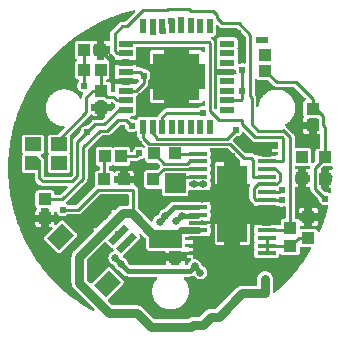
<source format=gtl>
G04 Layer: TopLayer*
G04 EasyEDA v6.3.53, 2020-12-20T20:36:17+08:00*
G04 c64323ac755740268967727d35aa34f5,c1f3c4082e0f4854a6dddf38f96dced1,10*
G04 Gerber Generator version 0.2*
G04 Scale: 100 percent, Rotated: No, Reflected: No *
G04 Dimensions in millimeters *
G04 leading zeros omitted , absolute positions ,3 integer and 3 decimal *
%FSLAX33Y33*%
%MOMM*%
G90*
G71D02*

%ADD10C,0.254000*%
%ADD11C,0.799998*%
%ADD12C,0.599999*%
%ADD13C,0.450012*%
%ADD14C,0.649986*%
%ADD15C,0.611022*%
%ADD16R,0.999998X0.499999*%
%ADD17R,0.999998X1.099998*%
%ADD18R,1.092200X0.990600*%
%ADD19R,1.099998X0.999998*%
%ADD20R,2.499995X6.500012*%
%ADD21R,1.599997X0.299999*%
%ADD22R,1.399997X1.150010*%
%ADD23R,3.999992X3.999992*%
%ADD24R,0.558800X1.270000*%
%ADD25R,1.270000X0.558800*%

%LPD*%
G36*
G01X17961Y26146D02*
G01X17945Y26148D01*
G01X17931Y26147D01*
G01X17916Y26144D01*
G01X17903Y26139D01*
G01X17890Y26132D01*
G01X17878Y26123D01*
G01X17868Y26113D01*
G01X17860Y26101D01*
G01X17853Y26088D01*
G01X17848Y26075D01*
G01X17844Y26061D01*
G01X17843Y26046D01*
G01X17843Y25404D01*
G01X17842Y25380D01*
G01X17839Y25357D01*
G01X17834Y25334D01*
G01X17826Y25311D01*
G01X17817Y25290D01*
G01X17805Y25269D01*
G01X17792Y25249D01*
G01X17776Y25231D01*
G01X17760Y25214D01*
G01X17741Y25199D01*
G01X17722Y25186D01*
G01X17701Y25174D01*
G01X17680Y25165D01*
G01X17657Y25157D01*
G01X17634Y25152D01*
G01X17611Y25149D01*
G01X17587Y25148D01*
G01X17532Y25148D01*
G01X17518Y25146D01*
G01X17504Y25143D01*
G01X17490Y25138D01*
G01X17478Y25131D01*
G01X17466Y25123D01*
G01X17456Y25112D01*
G01X17447Y25101D01*
G01X17440Y25088D01*
G01X17435Y25075D01*
G01X17432Y25060D01*
G01X17431Y25046D01*
G01X17432Y25031D01*
G01X17435Y25017D01*
G01X17441Y25003D01*
G01X17448Y24990D01*
G01X17457Y24978D01*
G01X17468Y24968D01*
G01X17494Y24944D01*
G01X17585Y24852D01*
G01X17606Y24830D01*
G01X17624Y24807D01*
G01X17641Y24782D01*
G01X17656Y24755D01*
G01X17669Y24728D01*
G01X17679Y24700D01*
G01X17687Y24671D01*
G01X17693Y24641D01*
G01X17697Y24611D01*
G01X17698Y24581D01*
G01X17698Y19089D01*
G01X17699Y19073D01*
G01X17703Y19057D01*
G01X17709Y19043D01*
G01X17717Y19029D01*
G01X17727Y19017D01*
G01X17735Y19009D01*
G01X17747Y18999D01*
G01X17761Y18991D01*
G01X17776Y18984D01*
G01X17791Y18981D01*
G01X17807Y18979D01*
G01X17821Y18981D01*
G01X17836Y18984D01*
G01X17849Y18989D01*
G01X17862Y18996D01*
G01X17873Y19004D01*
G01X17884Y19015D01*
G01X17892Y19026D01*
G01X17899Y19039D01*
G01X17904Y19052D01*
G01X17907Y19067D01*
G01X17909Y19081D01*
G01X17909Y19226D01*
G01X17910Y19255D01*
G01X17915Y19284D01*
G01X17924Y19312D01*
G01X17928Y19329D01*
G01X17929Y19346D01*
G01X17928Y19364D01*
G01X17924Y19381D01*
G01X17915Y19409D01*
G01X17910Y19438D01*
G01X17909Y19467D01*
G01X17909Y20026D01*
G01X17910Y20055D01*
G01X17915Y20084D01*
G01X17924Y20112D01*
G01X17928Y20129D01*
G01X17929Y20146D01*
G01X17928Y20164D01*
G01X17924Y20181D01*
G01X17915Y20209D01*
G01X17910Y20238D01*
G01X17909Y20267D01*
G01X17909Y20826D01*
G01X17910Y20855D01*
G01X17915Y20884D01*
G01X17924Y20912D01*
G01X17928Y20929D01*
G01X17929Y20946D01*
G01X17928Y20964D01*
G01X17924Y20981D01*
G01X17915Y21009D01*
G01X17910Y21038D01*
G01X17909Y21067D01*
G01X17909Y21626D01*
G01X17910Y21655D01*
G01X17915Y21684D01*
G01X17924Y21712D01*
G01X17928Y21729D01*
G01X17929Y21746D01*
G01X17928Y21764D01*
G01X17924Y21781D01*
G01X17915Y21809D01*
G01X17910Y21838D01*
G01X17909Y21867D01*
G01X17909Y21943D01*
G01X18428Y21943D01*
G01X18434Y21930D01*
G01X18443Y21918D01*
G01X18453Y21908D01*
G01X18465Y21899D01*
G01X18478Y21892D01*
G01X18492Y21887D01*
G01X18506Y21883D01*
G01X18521Y21882D01*
G01X19079Y21882D01*
G01X19094Y21883D01*
G01X19108Y21887D01*
G01X19122Y21892D01*
G01X19135Y21899D01*
G01X19147Y21908D01*
G01X19157Y21918D01*
G01X19166Y21930D01*
G01X19173Y21943D01*
G01X19492Y21943D01*
G01X19507Y21944D01*
G01X19521Y21947D01*
G01X19535Y21952D01*
G01X19547Y21959D01*
G01X19559Y21968D01*
G01X19569Y21978D01*
G01X19578Y21990D01*
G01X19585Y22003D01*
G01X19590Y22016D01*
G01X19593Y22030D01*
G01X19594Y22045D01*
G01X19593Y22059D01*
G01X19590Y22073D01*
G01X19585Y22087D01*
G01X19571Y22120D01*
G01X19559Y22154D01*
G01X19550Y22188D01*
G01X19543Y22224D01*
G01X19538Y22259D01*
G01X19535Y22274D01*
G01X19530Y22288D01*
G01X19523Y22301D01*
G01X19515Y22313D01*
G01X19505Y22324D01*
G01X19493Y22333D01*
G01X19480Y22340D01*
G01X19466Y22345D01*
G01X19452Y22349D01*
G01X19437Y22350D01*
G01X19173Y22350D01*
G01X19166Y22363D01*
G01X19157Y22375D01*
G01X19147Y22385D01*
G01X19135Y22394D01*
G01X19122Y22401D01*
G01X19108Y22406D01*
G01X19094Y22409D01*
G01X19079Y22411D01*
G01X18521Y22411D01*
G01X18506Y22409D01*
G01X18492Y22406D01*
G01X18478Y22401D01*
G01X18465Y22394D01*
G01X18453Y22385D01*
G01X18443Y22375D01*
G01X18434Y22363D01*
G01X18428Y22350D01*
G01X17909Y22350D01*
G01X17909Y22426D01*
G01X17910Y22455D01*
G01X17915Y22484D01*
G01X17924Y22512D01*
G01X17928Y22529D01*
G01X17929Y22546D01*
G01X17928Y22564D01*
G01X17924Y22581D01*
G01X17915Y22609D01*
G01X17910Y22638D01*
G01X17909Y22667D01*
G01X17909Y23226D01*
G01X17910Y23255D01*
G01X17915Y23284D01*
G01X17924Y23312D01*
G01X17928Y23329D01*
G01X17929Y23346D01*
G01X17928Y23364D01*
G01X17924Y23381D01*
G01X17915Y23409D01*
G01X17910Y23438D01*
G01X17909Y23467D01*
G01X17909Y24026D01*
G01X17910Y24055D01*
G01X17915Y24084D01*
G01X17924Y24112D01*
G01X17928Y24129D01*
G01X17929Y24146D01*
G01X17928Y24164D01*
G01X17924Y24181D01*
G01X17915Y24209D01*
G01X17910Y24238D01*
G01X17909Y24267D01*
G01X17909Y24826D01*
G01X17910Y24850D01*
G01X17913Y24873D01*
G01X17918Y24896D01*
G01X17926Y24919D01*
G01X17935Y24940D01*
G01X17947Y24961D01*
G01X17960Y24980D01*
G01X17975Y24999D01*
G01X17992Y25015D01*
G01X18010Y25031D01*
G01X18030Y25044D01*
G01X18051Y25056D01*
G01X18072Y25065D01*
G01X18095Y25073D01*
G01X18118Y25078D01*
G01X18141Y25081D01*
G01X18165Y25082D01*
G01X19435Y25082D01*
G01X19459Y25081D01*
G01X19482Y25078D01*
G01X19505Y25073D01*
G01X19528Y25065D01*
G01X19549Y25056D01*
G01X19570Y25044D01*
G01X19590Y25031D01*
G01X19608Y25015D01*
G01X19625Y24999D01*
G01X19640Y24980D01*
G01X19653Y24961D01*
G01X19665Y24940D01*
G01X19674Y24919D01*
G01X19682Y24896D01*
G01X19687Y24873D01*
G01X19691Y24850D01*
G01X19692Y24826D01*
G01X19692Y24267D01*
G01X19690Y24238D01*
G01X19685Y24209D01*
G01X19677Y24181D01*
G01X19672Y24164D01*
G01X19671Y24146D01*
G01X19672Y24129D01*
G01X19677Y24112D01*
G01X19685Y24084D01*
G01X19690Y24055D01*
G01X19692Y24026D01*
G01X19692Y23467D01*
G01X19690Y23438D01*
G01X19685Y23409D01*
G01X19677Y23381D01*
G01X19672Y23364D01*
G01X19671Y23346D01*
G01X19672Y23329D01*
G01X19677Y23312D01*
G01X19685Y23284D01*
G01X19690Y23255D01*
G01X19692Y23226D01*
G01X19692Y22910D01*
G01X19693Y22895D01*
G01X19696Y22881D01*
G01X19701Y22868D01*
G01X19708Y22855D01*
G01X19716Y22843D01*
G01X19727Y22833D01*
G01X19738Y22824D01*
G01X19751Y22817D01*
G01X19765Y22812D01*
G01X19779Y22809D01*
G01X19793Y22808D01*
G01X19809Y22809D01*
G01X19825Y22813D01*
G01X19840Y22819D01*
G01X19874Y22836D01*
G01X19910Y22850D01*
G01X19946Y22861D01*
G01X19983Y22870D01*
G01X20021Y22876D01*
G01X20058Y22880D01*
G01X20096Y22882D01*
G01X20132Y22880D01*
G01X20167Y22877D01*
G01X20201Y22872D01*
G01X20235Y22864D01*
G01X20261Y22861D01*
G01X20275Y22862D01*
G01X20289Y22865D01*
G01X20303Y22870D01*
G01X20316Y22877D01*
G01X20327Y22886D01*
G01X20337Y22896D01*
G01X20346Y22908D01*
G01X20353Y22920D01*
G01X20358Y22934D01*
G01X20361Y22948D01*
G01X20362Y22963D01*
G01X20362Y25096D01*
G01X20361Y25112D01*
G01X20357Y25128D01*
G01X20351Y25142D01*
G01X20343Y25156D01*
G01X20332Y25168D01*
G01X19642Y25857D01*
G01X19629Y25867D01*
G01X19616Y25876D01*
G01X19601Y25882D01*
G01X19586Y25885D01*
G01X19570Y25887D01*
G01X18406Y25887D01*
G01X18376Y25888D01*
G01X18346Y25891D01*
G01X18317Y25897D01*
G01X18287Y25906D01*
G01X18259Y25916D01*
G01X18232Y25929D01*
G01X18205Y25944D01*
G01X18180Y25960D01*
G01X18157Y25979D01*
G01X18134Y26000D01*
G01X18017Y26118D01*
G01X18005Y26128D01*
G01X17991Y26137D01*
G01X17977Y26143D01*
G01X17961Y26146D01*
G37*

%LPD*%
G36*
G01X20157Y17075D02*
G01X20141Y17076D01*
G01X20127Y17075D01*
G01X20113Y17072D01*
G01X20099Y17067D01*
G01X20086Y17060D01*
G01X20075Y17051D01*
G01X20065Y17041D01*
G01X20056Y17029D01*
G01X20049Y17016D01*
G01X20034Y16985D01*
G01X20016Y16955D01*
G01X19997Y16926D01*
G01X19977Y16899D01*
G01X19954Y16872D01*
G01X19930Y16847D01*
G01X19905Y16824D01*
G01X19878Y16802D01*
G01X19850Y16782D01*
G01X19820Y16764D01*
G01X19790Y16747D01*
G01X19758Y16733D01*
G01X19726Y16720D01*
G01X19693Y16709D01*
G01X19660Y16701D01*
G01X19626Y16694D01*
G01X19591Y16690D01*
G01X19557Y16688D01*
G01X19542Y16686D01*
G01X19527Y16682D01*
G01X19513Y16676D01*
G01X19500Y16668D01*
G01X19488Y16658D01*
G01X19314Y16483D01*
G01X19303Y16471D01*
G01X19295Y16458D01*
G01X19289Y16443D01*
G01X19285Y16427D01*
G01X19284Y16411D01*
G01X19285Y16396D01*
G01X19289Y16380D01*
G01X19295Y16365D01*
G01X19303Y16352D01*
G01X19314Y16340D01*
G01X20344Y15310D01*
G01X20356Y15299D01*
G01X20369Y15291D01*
G01X20384Y15285D01*
G01X20400Y15281D01*
G01X20415Y15280D01*
G01X20811Y15280D01*
G01X20845Y15278D01*
G01X20879Y15274D01*
G01X20912Y15266D01*
G01X20945Y15256D01*
G01X20962Y15251D01*
G01X20980Y15250D01*
G01X21000Y15252D01*
G01X21019Y15257D01*
G01X21022Y15242D01*
G01X21027Y15228D01*
G01X21035Y15215D01*
G01X21044Y15203D01*
G01X21055Y15193D01*
G01X21083Y15168D01*
G01X21125Y15126D01*
G01X21137Y15115D01*
G01X21150Y15107D01*
G01X21165Y15101D01*
G01X21181Y15097D01*
G01X21196Y15096D01*
G01X21675Y15096D01*
G01X21675Y15093D01*
G01X21676Y15078D01*
G01X21679Y15064D01*
G01X21684Y15050D01*
G01X21691Y15038D01*
G01X21700Y15026D01*
G01X21710Y15016D01*
G01X21722Y15007D01*
G01X21734Y15000D01*
G01X21748Y14995D01*
G01X21762Y14992D01*
G01X21777Y14991D01*
G01X22500Y14991D01*
G01X22515Y14992D01*
G01X22529Y14995D01*
G01X22543Y15000D01*
G01X22555Y15007D01*
G01X22567Y15016D01*
G01X22577Y15026D01*
G01X22586Y15038D01*
G01X22593Y15050D01*
G01X22598Y15064D01*
G01X22601Y15078D01*
G01X22602Y15093D01*
G01X22602Y15096D01*
G01X23020Y15096D01*
G01X23035Y15097D01*
G01X23049Y15100D01*
G01X23062Y15105D01*
G01X23075Y15112D01*
G01X23087Y15121D01*
G01X23097Y15131D01*
G01X23106Y15142D01*
G01X23113Y15155D01*
G01X23118Y15168D01*
G01X23121Y15183D01*
G01X23122Y15197D01*
G01X23122Y15271D01*
G01X23121Y15286D01*
G01X23118Y15300D01*
G01X23113Y15314D01*
G01X23106Y15326D01*
G01X23098Y15338D01*
G01X23087Y15348D01*
G01X23076Y15357D01*
G01X23063Y15364D01*
G01X23049Y15369D01*
G01X23035Y15372D01*
G01X23021Y15373D01*
G01X22602Y15373D01*
G01X22602Y15641D01*
G01X22938Y15641D01*
G01X22969Y15639D01*
G01X23000Y15634D01*
G01X23024Y15631D01*
G01X23038Y15632D01*
G01X23052Y15635D01*
G01X23066Y15640D01*
G01X23079Y15647D01*
G01X23090Y15655D01*
G01X23100Y15665D01*
G01X23109Y15677D01*
G01X23116Y15690D01*
G01X23121Y15703D01*
G01X23124Y15717D01*
G01X23125Y15732D01*
G01X23128Y16140D01*
G01X23128Y16141D01*
G01X23127Y16155D01*
G01X23124Y16169D01*
G01X23119Y16183D01*
G01X23112Y16196D01*
G01X23103Y16207D01*
G01X23093Y16217D01*
G01X23081Y16226D01*
G01X23069Y16233D01*
G01X23055Y16238D01*
G01X23041Y16241D01*
G01X23026Y16242D01*
G01X21176Y16242D01*
G01X21146Y16243D01*
G01X21116Y16247D01*
G01X21086Y16253D01*
G01X21057Y16261D01*
G01X21029Y16271D01*
G01X21002Y16284D01*
G01X20975Y16299D01*
G01X20950Y16316D01*
G01X20927Y16334D01*
G01X20905Y16355D01*
G01X20213Y17046D01*
G01X20201Y17056D01*
G01X20187Y17065D01*
G01X20173Y17071D01*
G01X20157Y17075D01*
G37*

%LPC*%
G36*
G01X21675Y15641D02*
G01X21338Y15641D01*
G01X21315Y15640D01*
G01X21291Y15637D01*
G01X21268Y15631D01*
G01X21246Y15624D01*
G01X21224Y15614D01*
G01X21203Y15603D01*
G01X21184Y15589D01*
G01X21166Y15574D01*
G01X21149Y15557D01*
G01X21134Y15539D01*
G01X21120Y15520D01*
G01X21109Y15499D01*
G01X21099Y15477D01*
G01X21092Y15455D01*
G01X21086Y15432D01*
G01X21083Y15408D01*
G01X21082Y15384D01*
G01X21082Y15366D01*
G01X21100Y15371D01*
G01X21119Y15373D01*
G01X21675Y15373D01*
G01X21675Y15641D01*
G37*

%LPD*%
G36*
G01X21248Y21578D02*
G01X21231Y21579D01*
G01X21216Y21578D01*
G01X21202Y21575D01*
G01X21189Y21570D01*
G01X21176Y21563D01*
G01X21164Y21554D01*
G01X21154Y21544D01*
G01X21145Y21532D01*
G01X21138Y21520D01*
G01X21133Y21506D01*
G01X21130Y21492D01*
G01X21129Y21477D01*
G01X21129Y20282D01*
G01X21130Y20267D01*
G01X21133Y20253D01*
G01X21138Y20240D01*
G01X21145Y20227D01*
G01X21154Y20216D01*
G01X21172Y20192D01*
G01X21189Y20167D01*
G01X21204Y20140D01*
G01X21217Y20113D01*
G01X21227Y20085D01*
G01X21235Y20056D01*
G01X21241Y20026D01*
G01X21245Y19996D01*
G01X21246Y19966D01*
G01X21246Y19256D01*
G01X21247Y19242D01*
G01X21250Y19228D01*
G01X21255Y19214D01*
G01X21262Y19201D01*
G01X21271Y19190D01*
G01X21281Y19179D01*
G01X21293Y19171D01*
G01X21305Y19164D01*
G01X21319Y19159D01*
G01X21333Y19156D01*
G01X21348Y19155D01*
G01X21363Y19156D01*
G01X21377Y19159D01*
G01X21391Y19165D01*
G01X21404Y19172D01*
G01X21416Y19181D01*
G01X21427Y19192D01*
G01X21435Y19205D01*
G01X21442Y19218D01*
G01X21446Y19232D01*
G01X21449Y19247D01*
G01X21455Y19303D01*
G01X21463Y19359D01*
G01X21473Y19414D01*
G01X21485Y19469D01*
G01X21499Y19524D01*
G01X21515Y19578D01*
G01X21533Y19631D01*
G01X21552Y19684D01*
G01X21574Y19736D01*
G01X21598Y19787D01*
G01X21623Y19837D01*
G01X21650Y19887D01*
G01X21679Y19935D01*
G01X21710Y19982D01*
G01X21742Y20028D01*
G01X21776Y20073D01*
G01X21812Y20117D01*
G01X21849Y20159D01*
G01X21887Y20200D01*
G01X21928Y20240D01*
G01X21969Y20278D01*
G01X22012Y20314D01*
G01X22056Y20349D01*
G01X22101Y20382D01*
G01X22148Y20414D01*
G01X22196Y20444D01*
G01X22244Y20472D01*
G01X22294Y20499D01*
G01X22345Y20523D01*
G01X22396Y20546D01*
G01X22449Y20567D01*
G01X22502Y20586D01*
G01X22555Y20603D01*
G01X22610Y20618D01*
G01X22664Y20631D01*
G01X22719Y20642D01*
G01X22775Y20651D01*
G01X22831Y20658D01*
G01X22887Y20663D01*
G01X22943Y20666D01*
G01X22999Y20668D01*
G01X23056Y20666D01*
G01X23113Y20663D01*
G01X23170Y20658D01*
G01X23226Y20651D01*
G01X23282Y20642D01*
G01X23338Y20630D01*
G01X23393Y20617D01*
G01X23448Y20602D01*
G01X23502Y20584D01*
G01X23555Y20565D01*
G01X23608Y20544D01*
G01X23660Y20520D01*
G01X23711Y20495D01*
G01X23761Y20468D01*
G01X23810Y20440D01*
G01X23858Y20409D01*
G01X23905Y20377D01*
G01X23951Y20343D01*
G01X23995Y20307D01*
G01X24038Y20270D01*
G01X24080Y20232D01*
G01X24120Y20191D01*
G01X24159Y20150D01*
G01X24196Y20107D01*
G01X24231Y20062D01*
G01X24265Y20017D01*
G01X24298Y19970D01*
G01X24328Y19922D01*
G01X24357Y19873D01*
G01X24384Y19823D01*
G01X24409Y19772D01*
G01X24432Y19720D01*
G01X24453Y19667D01*
G01X24473Y19614D01*
G01X24490Y19559D01*
G01X24505Y19505D01*
G01X24519Y19449D01*
G01X24530Y19394D01*
G01X24539Y19338D01*
G01X24547Y19281D01*
G01X24552Y19225D01*
G01X24555Y19168D01*
G01X24556Y19111D01*
G01X24555Y19054D01*
G01X24552Y18998D01*
G01X24547Y18942D01*
G01X24540Y18885D01*
G01X24530Y18830D01*
G01X24519Y18774D01*
G01X24506Y18719D01*
G01X24491Y18665D01*
G01X24473Y18611D01*
G01X24454Y18558D01*
G01X24433Y18505D01*
G01X24410Y18453D01*
G01X24385Y18403D01*
G01X24359Y18353D01*
G01X24330Y18304D01*
G01X24300Y18256D01*
G01X24268Y18209D01*
G01X24235Y18164D01*
G01X24199Y18120D01*
G01X24163Y18077D01*
G01X24124Y18035D01*
G01X24084Y17995D01*
G01X24043Y17956D01*
G01X24000Y17919D01*
G01X23957Y17883D01*
G01X23911Y17849D01*
G01X23865Y17817D01*
G01X23817Y17787D01*
G01X23769Y17758D01*
G01X23719Y17731D01*
G01X23705Y17722D01*
G01X23694Y17712D01*
G01X23683Y17700D01*
G01X23675Y17686D01*
G01X23669Y17672D01*
G01X23665Y17656D01*
G01X23664Y17641D01*
G01X23665Y17625D01*
G01X23669Y17609D01*
G01X23675Y17595D01*
G01X23683Y17581D01*
G01X23694Y17569D01*
G01X23706Y17559D01*
G01X23719Y17550D01*
G01X23745Y17536D01*
G01X23769Y17519D01*
G01X23792Y17501D01*
G01X23813Y17481D01*
G01X24410Y16884D01*
G01X24431Y16862D01*
G01X24449Y16839D01*
G01X24466Y16814D01*
G01X24481Y16787D01*
G01X24494Y16760D01*
G01X24504Y16732D01*
G01X24512Y16703D01*
G01X24518Y16673D01*
G01X24521Y16643D01*
G01X24523Y16613D01*
G01X24523Y15810D01*
G01X24524Y15795D01*
G01X24527Y15781D01*
G01X24532Y15767D01*
G01X24539Y15755D01*
G01X24548Y15743D01*
G01X24558Y15733D01*
G01X24569Y15724D01*
G01X24582Y15717D01*
G01X24596Y15712D01*
G01X24610Y15709D01*
G01X24624Y15708D01*
G01X25677Y15708D01*
G01X25701Y15707D01*
G01X25725Y15704D01*
G01X25748Y15698D01*
G01X25770Y15691D01*
G01X25792Y15681D01*
G01X25813Y15670D01*
G01X25832Y15656D01*
G01X25850Y15641D01*
G01X25867Y15624D01*
G01X25882Y15606D01*
G01X25896Y15586D01*
G01X25907Y15566D01*
G01X25917Y15544D01*
G01X25924Y15522D01*
G01X25930Y15499D01*
G01X25933Y15475D01*
G01X25934Y15451D01*
G01X25934Y14528D01*
G01X25935Y14513D01*
G01X25938Y14499D01*
G01X25943Y14486D01*
G01X25950Y14473D01*
G01X25959Y14461D01*
G01X25969Y14451D01*
G01X25981Y14442D01*
G01X25993Y14435D01*
G01X26007Y14430D01*
G01X26021Y14427D01*
G01X26036Y14426D01*
G01X26051Y14427D01*
G01X26067Y14431D01*
G01X26082Y14437D01*
G01X26095Y14445D01*
G01X26107Y14456D01*
G01X26241Y14589D01*
G01X26251Y14602D01*
G01X26260Y14615D01*
G01X26266Y14630D01*
G01X26270Y14645D01*
G01X26271Y14661D01*
G01X26271Y15412D01*
G01X26272Y15436D01*
G01X26275Y15460D01*
G01X26281Y15483D01*
G01X26288Y15505D01*
G01X26298Y15527D01*
G01X26309Y15548D01*
G01X26323Y15567D01*
G01X26338Y15585D01*
G01X26355Y15602D01*
G01X26373Y15617D01*
G01X26392Y15631D01*
G01X26413Y15642D01*
G01X26435Y15652D01*
G01X26457Y15659D01*
G01X26480Y15665D01*
G01X26504Y15668D01*
G01X26527Y15669D01*
G01X26592Y15669D01*
G01X26607Y15670D01*
G01X26621Y15673D01*
G01X26634Y15678D01*
G01X26647Y15685D01*
G01X26659Y15694D01*
G01X26669Y15704D01*
G01X26678Y15716D01*
G01X26685Y15728D01*
G01X26690Y15742D01*
G01X26693Y15756D01*
G01X26694Y15771D01*
G01X26694Y16770D01*
G01X26693Y16785D01*
G01X26690Y16799D01*
G01X26685Y16813D01*
G01X26678Y16825D01*
G01X26669Y16837D01*
G01X26659Y16847D01*
G01X26647Y16856D01*
G01X26634Y16863D01*
G01X26621Y16868D01*
G01X26607Y16871D01*
G01X26592Y16872D01*
G01X26389Y16872D01*
G01X26389Y17315D01*
G01X26459Y17315D01*
G01X26473Y17316D01*
G01X26487Y17319D01*
G01X26501Y17324D01*
G01X26513Y17331D01*
G01X26525Y17340D01*
G01X26535Y17350D01*
G01X26544Y17362D01*
G01X26551Y17374D01*
G01X26556Y17388D01*
G01X26559Y17402D01*
G01X26560Y17417D01*
G01X26559Y17434D01*
G01X26554Y17450D01*
G01X26547Y17466D01*
G01X26533Y17495D01*
G01X26521Y17525D01*
G01X26511Y17556D01*
G01X26504Y17588D01*
G01X26500Y17620D01*
G01X26499Y17652D01*
G01X26499Y17840D01*
G01X26498Y17855D01*
G01X26495Y17869D01*
G01X26490Y17883D01*
G01X26483Y17895D01*
G01X26474Y17907D01*
G01X26464Y17917D01*
G01X26452Y17926D01*
G01X26440Y17933D01*
G01X26426Y17938D01*
G01X26412Y17941D01*
G01X26397Y17942D01*
G01X26389Y17942D01*
G01X26389Y18170D01*
G01X26388Y18185D01*
G01X26385Y18199D01*
G01X26380Y18213D01*
G01X26373Y18225D01*
G01X26364Y18237D01*
G01X26354Y18247D01*
G01X26342Y18256D01*
G01X26330Y18263D01*
G01X26316Y18268D01*
G01X26302Y18271D01*
G01X26287Y18272D01*
G01X25814Y18272D01*
G01X25799Y18271D01*
G01X25785Y18268D01*
G01X25771Y18263D01*
G01X25759Y18256D01*
G01X25747Y18247D01*
G01X25737Y18237D01*
G01X25728Y18225D01*
G01X25721Y18213D01*
G01X25716Y18199D01*
G01X25713Y18185D01*
G01X25712Y18170D01*
G01X25712Y17942D01*
G01X25244Y17942D01*
G01X25244Y18128D01*
G01X25245Y18154D01*
G01X25249Y18179D01*
G01X25255Y18203D01*
G01X25264Y18227D01*
G01X25275Y18250D01*
G01X25288Y18272D01*
G01X25295Y18285D01*
G01X25301Y18299D01*
G01X25304Y18314D01*
G01X25305Y18329D01*
G01X25304Y18344D01*
G01X25301Y18358D01*
G01X25295Y18372D01*
G01X25288Y18385D01*
G01X25275Y18407D01*
G01X25264Y18430D01*
G01X25255Y18454D01*
G01X25249Y18478D01*
G01X25245Y18503D01*
G01X25244Y18529D01*
G01X25244Y19528D01*
G01X25245Y19551D01*
G01X25248Y19574D01*
G01X25253Y19596D01*
G01X25260Y19618D01*
G01X25269Y19639D01*
G01X25280Y19659D01*
G01X25292Y19678D01*
G01X25307Y19696D01*
G01X25322Y19713D01*
G01X25339Y19728D01*
G01X25358Y19742D01*
G01X25377Y19754D01*
G01X25398Y19764D01*
G01X25411Y19770D01*
G01X25423Y19779D01*
G01X25433Y19789D01*
G01X25442Y19801D01*
G01X25449Y19814D01*
G01X25455Y19828D01*
G01X25458Y19842D01*
G01X25459Y19857D01*
G01X25458Y19873D01*
G01X25454Y19888D01*
G01X25448Y19903D01*
G01X25439Y19916D01*
G01X25429Y19929D01*
G01X24491Y20866D01*
G01X24479Y20877D01*
G01X24466Y20885D01*
G01X24451Y20891D01*
G01X24435Y20895D01*
G01X24420Y20896D01*
G01X22985Y20896D01*
G01X22955Y20897D01*
G01X22925Y20901D01*
G01X22895Y20907D01*
G01X22866Y20915D01*
G01X22838Y20925D01*
G01X22811Y20938D01*
G01X22784Y20952D01*
G01X22759Y20969D01*
G01X22736Y20988D01*
G01X22713Y21008D01*
G01X22291Y21431D01*
G01X22278Y21442D01*
G01X22265Y21450D01*
G01X22250Y21456D01*
G01X22235Y21460D01*
G01X22219Y21461D01*
G01X21497Y21461D01*
G01X21473Y21462D01*
G01X21449Y21465D01*
G01X21426Y21471D01*
G01X21403Y21478D01*
G01X21382Y21488D01*
G01X21361Y21500D01*
G01X21341Y21513D01*
G01X21323Y21529D01*
G01X21306Y21545D01*
G01X21294Y21557D01*
G01X21280Y21566D01*
G01X21264Y21573D01*
G01X21248Y21578D01*
G37*

%LPC*%
G36*
G01X25712Y17315D02*
G01X25244Y17315D01*
G01X25244Y17128D01*
G01X25245Y17105D01*
G01X25248Y17081D01*
G01X25254Y17058D01*
G01X25261Y17036D01*
G01X25271Y17014D01*
G01X25282Y16993D01*
G01X25296Y16974D01*
G01X25311Y16956D01*
G01X25328Y16939D01*
G01X25346Y16924D01*
G01X25365Y16910D01*
G01X25386Y16899D01*
G01X25408Y16889D01*
G01X25430Y16882D01*
G01X25453Y16876D01*
G01X25477Y16873D01*
G01X25501Y16872D01*
G01X25712Y16872D01*
G01X25712Y17315D01*
G37*

%LPD*%
G36*
G01X27641Y14156D02*
G01X26934Y14156D01*
G01X26919Y14155D01*
G01X26903Y14151D01*
G01X26888Y14145D01*
G01X26875Y14137D01*
G01X26863Y14126D01*
G01X26769Y14032D01*
G01X26758Y14020D01*
G01X26750Y14007D01*
G01X26744Y13992D01*
G01X26740Y13976D01*
G01X26739Y13960D01*
G01X26739Y13426D01*
G01X26718Y13426D01*
G01X26703Y13425D01*
G01X26689Y13422D01*
G01X26675Y13417D01*
G01X26663Y13410D01*
G01X26651Y13401D01*
G01X26641Y13391D01*
G01X26632Y13379D01*
G01X26625Y13367D01*
G01X26620Y13353D01*
G01X26617Y13339D01*
G01X26616Y13324D01*
G01X26616Y12901D01*
G01X26617Y12886D01*
G01X26620Y12872D01*
G01X26625Y12858D01*
G01X26632Y12846D01*
G01X26641Y12834D01*
G01X26651Y12824D01*
G01X26663Y12815D01*
G01X26675Y12808D01*
G01X26689Y12803D01*
G01X26703Y12800D01*
G01X26718Y12799D01*
G01X26739Y12799D01*
G01X26739Y12361D01*
G01X26740Y12346D01*
G01X26744Y12330D01*
G01X26750Y12315D01*
G01X26758Y12302D01*
G01X26769Y12290D01*
G01X26876Y12183D01*
G01X27028Y12030D01*
G01X27040Y12020D01*
G01X27053Y12012D01*
G01X27068Y12006D01*
G01X27083Y12002D01*
G01X27099Y12000D01*
G01X27134Y11999D01*
G01X27169Y11995D01*
G01X27204Y11989D01*
G01X27239Y11981D01*
G01X27272Y11970D01*
G01X27306Y11958D01*
G01X27338Y11943D01*
G01X27369Y11926D01*
G01X27399Y11908D01*
G01X27428Y11888D01*
G01X27442Y11879D01*
G01X27457Y11872D01*
G01X27473Y11868D01*
G01X27489Y11867D01*
G01X27504Y11868D01*
G01X27518Y11871D01*
G01X27531Y11876D01*
G01X27544Y11883D01*
G01X27556Y11892D01*
G01X27566Y11902D01*
G01X27575Y11913D01*
G01X27582Y11926D01*
G01X27587Y11940D01*
G01X27590Y11954D01*
G01X27630Y12241D01*
G01X27631Y12254D01*
G01X27630Y12269D01*
G01X27627Y12283D01*
G01X27622Y12297D01*
G01X27615Y12309D01*
G01X27606Y12321D01*
G01X27596Y12331D01*
G01X27584Y12340D01*
G01X27571Y12347D01*
G01X27558Y12352D01*
G01X27544Y12355D01*
G01X27529Y12356D01*
G01X27416Y12356D01*
G01X27416Y12799D01*
G01X27597Y12799D01*
G01X27612Y12800D01*
G01X27627Y12803D01*
G01X27641Y12809D01*
G01X27654Y12817D01*
G01X27666Y12826D01*
G01X27676Y12837D01*
G01X27685Y12849D01*
G01X27691Y12863D01*
G01X27696Y12877D01*
G01X27698Y12892D01*
G01X27714Y13106D01*
G01X27726Y13319D01*
G01X27726Y13324D01*
G01X27725Y13339D01*
G01X27722Y13353D01*
G01X27717Y13367D01*
G01X27710Y13379D01*
G01X27701Y13391D01*
G01X27691Y13401D01*
G01X27680Y13410D01*
G01X27667Y13417D01*
G01X27653Y13422D01*
G01X27639Y13425D01*
G01X27625Y13426D01*
G01X27416Y13426D01*
G01X27416Y13869D01*
G01X27641Y13869D01*
G01X27656Y13870D01*
G01X27670Y13873D01*
G01X27683Y13878D01*
G01X27696Y13885D01*
G01X27708Y13894D01*
G01X27718Y13904D01*
G01X27727Y13915D01*
G01X27734Y13928D01*
G01X27739Y13942D01*
G01X27742Y13956D01*
G01X27743Y13970D01*
G01X27743Y14055D01*
G01X27742Y14069D01*
G01X27739Y14084D01*
G01X27727Y14110D01*
G01X27718Y14121D01*
G01X27708Y14132D01*
G01X27696Y14140D01*
G01X27683Y14147D01*
G01X27670Y14152D01*
G01X27656Y14155D01*
G01X27641Y14156D01*
G37*

%LPD*%
G36*
G01X10029Y17698D02*
G01X9768Y17698D01*
G01X9752Y17696D01*
G01X9737Y17693D01*
G01X9722Y17687D01*
G01X9708Y17678D01*
G01X9696Y17668D01*
G01X8929Y16901D01*
G01X8907Y16880D01*
G01X8883Y16862D01*
G01X8858Y16845D01*
G01X8832Y16830D01*
G01X8805Y16818D01*
G01X8776Y16807D01*
G01X8747Y16799D01*
G01X8718Y16793D01*
G01X8688Y16790D01*
G01X8658Y16788D01*
G01X8209Y16788D01*
G01X8193Y16787D01*
G01X8177Y16783D01*
G01X8162Y16777D01*
G01X8149Y16769D01*
G01X8137Y16759D01*
G01X7009Y15631D01*
G01X6998Y15618D01*
G01X6990Y15605D01*
G01X6984Y15590D01*
G01X6980Y15575D01*
G01X6979Y15559D01*
G01X6979Y13108D01*
G01X6978Y13078D01*
G01X6974Y13048D01*
G01X6968Y13018D01*
G01X6960Y12989D01*
G01X6950Y12961D01*
G01X6937Y12934D01*
G01X6922Y12908D01*
G01X6906Y12882D01*
G01X6887Y12859D01*
G01X6867Y12837D01*
G01X5160Y11130D01*
G01X5149Y11118D01*
G01X5141Y11104D01*
G01X5135Y11089D01*
G01X5131Y11074D01*
G01X5130Y11058D01*
G01X5131Y11044D01*
G01X5134Y11029D01*
G01X5139Y11016D01*
G01X5146Y11003D01*
G01X5155Y10991D01*
G01X5165Y10981D01*
G01X5177Y10973D01*
G01X5205Y10953D01*
G01X5232Y10933D01*
G01X5257Y10910D01*
G01X5269Y10901D01*
G01X5282Y10893D01*
G01X5296Y10887D01*
G01X5311Y10884D01*
G01X5326Y10883D01*
G01X5996Y10883D01*
G01X6012Y10884D01*
G01X6027Y10888D01*
G01X6042Y10894D01*
G01X6055Y10902D01*
G01X6067Y10913D01*
G01X7566Y12411D01*
G01X7576Y12423D01*
G01X7584Y12437D01*
G01X7590Y12451D01*
G01X7594Y12467D01*
G01X7595Y12483D01*
G01X7593Y12503D01*
G01X7589Y12529D01*
G01X7588Y12555D01*
G01X7588Y13546D01*
G01X7589Y13569D01*
G01X7592Y13593D01*
G01X7598Y13616D01*
G01X7605Y13638D01*
G01X7615Y13660D01*
G01X7626Y13681D01*
G01X7640Y13700D01*
G01X7655Y13719D01*
G01X7672Y13735D01*
G01X7690Y13751D01*
G01X7709Y13764D01*
G01X7730Y13775D01*
G01X7752Y13785D01*
G01X7774Y13793D01*
G01X7797Y13798D01*
G01X7821Y13801D01*
G01X7844Y13802D01*
G01X7905Y13802D01*
G01X7920Y13803D01*
G01X7934Y13806D01*
G01X7948Y13811D01*
G01X7960Y13818D01*
G01X7972Y13827D01*
G01X7982Y13837D01*
G01X7991Y13849D01*
G01X7998Y13862D01*
G01X8003Y13875D01*
G01X8006Y13889D01*
G01X8007Y13904D01*
G01X8007Y14093D01*
G01X8006Y14108D01*
G01X8002Y14123D01*
G01X7997Y14138D01*
G01X7989Y14151D01*
G01X7979Y14163D01*
G01X7968Y14173D01*
G01X7955Y14182D01*
G01X7941Y14188D01*
G01X7926Y14192D01*
G01X7911Y14194D01*
G01X7888Y14197D01*
G01X7866Y14201D01*
G01X7844Y14207D01*
G01X7822Y14215D01*
G01X7802Y14225D01*
G01X7782Y14237D01*
G01X7764Y14251D01*
G01X7746Y14266D01*
G01X7731Y14282D01*
G01X7717Y14300D01*
G01X7704Y14320D01*
G01X7693Y14340D01*
G01X7684Y14361D01*
G01X7677Y14383D01*
G01X7672Y14405D01*
G01X7669Y14428D01*
G01X7668Y14450D01*
G01X7668Y15550D01*
G01X7669Y15574D01*
G01X7672Y15598D01*
G01X7678Y15621D01*
G01X7685Y15643D01*
G01X7695Y15665D01*
G01X7706Y15686D01*
G01X7720Y15705D01*
G01X7735Y15723D01*
G01X7752Y15740D01*
G01X7770Y15755D01*
G01X7790Y15769D01*
G01X7810Y15780D01*
G01X7832Y15790D01*
G01X7854Y15797D01*
G01X7877Y15803D01*
G01X7901Y15806D01*
G01X7925Y15807D01*
G01X8925Y15807D01*
G01X8950Y15806D01*
G01X8975Y15802D01*
G01X8999Y15796D01*
G01X9023Y15787D01*
G01X9046Y15776D01*
G01X9068Y15763D01*
G01X9081Y15756D01*
G01X9095Y15750D01*
G01X9110Y15747D01*
G01X9125Y15746D01*
G01X9140Y15747D01*
G01X9154Y15750D01*
G01X9168Y15756D01*
G01X9181Y15763D01*
G01X9203Y15776D01*
G01X9226Y15787D01*
G01X9250Y15796D01*
G01X9274Y15802D01*
G01X9299Y15806D01*
G01X9325Y15807D01*
G01X10325Y15807D01*
G01X10348Y15806D01*
G01X10372Y15803D01*
G01X10395Y15797D01*
G01X10417Y15790D01*
G01X10439Y15780D01*
G01X10460Y15769D01*
G01X10479Y15755D01*
G01X10497Y15740D01*
G01X10514Y15723D01*
G01X10529Y15705D01*
G01X10543Y15686D01*
G01X10554Y15665D01*
G01X10564Y15643D01*
G01X10571Y15621D01*
G01X10577Y15598D01*
G01X10580Y15574D01*
G01X10581Y15550D01*
G01X10581Y15486D01*
G01X10582Y15471D01*
G01X10585Y15457D01*
G01X10590Y15443D01*
G01X10597Y15431D01*
G01X10606Y15419D01*
G01X10616Y15409D01*
G01X10628Y15400D01*
G01X10640Y15393D01*
G01X10654Y15388D01*
G01X10668Y15385D01*
G01X10683Y15384D01*
G01X10723Y15384D01*
G01X10738Y15385D01*
G01X10752Y15388D01*
G01X10766Y15393D01*
G01X10778Y15400D01*
G01X10790Y15409D01*
G01X10800Y15419D01*
G01X10809Y15431D01*
G01X10816Y15443D01*
G01X10821Y15457D01*
G01X10832Y15490D01*
G01X10844Y15522D01*
G01X10859Y15553D01*
G01X10875Y15583D01*
G01X10894Y15612D01*
G01X10914Y15640D01*
G01X10935Y15667D01*
G01X10959Y15692D01*
G01X10983Y15716D01*
G01X11010Y15739D01*
G01X11037Y15759D01*
G01X11066Y15778D01*
G01X11096Y15795D01*
G01X11127Y15811D01*
G01X11158Y15824D01*
G01X11191Y15835D01*
G01X11224Y15845D01*
G01X11258Y15852D01*
G01X11292Y15857D01*
G01X11326Y15860D01*
G01X11360Y15861D01*
G01X11396Y15860D01*
G01X11431Y15857D01*
G01X11466Y15851D01*
G01X11501Y15844D01*
G01X11535Y15834D01*
G01X11568Y15822D01*
G01X11601Y15808D01*
G01X11632Y15791D01*
G01X11663Y15773D01*
G01X11692Y15753D01*
G01X11705Y15745D01*
G01X11720Y15739D01*
G01X11736Y15735D01*
G01X11752Y15734D01*
G01X11766Y15735D01*
G01X11780Y15738D01*
G01X11794Y15743D01*
G01X11807Y15750D01*
G01X11818Y15759D01*
G01X11828Y15769D01*
G01X11837Y15781D01*
G01X11844Y15793D01*
G01X11849Y15807D01*
G01X11852Y15821D01*
G01X11853Y15835D01*
G01X11852Y15851D01*
G01X11848Y15867D01*
G01X11842Y15882D01*
G01X11834Y15895D01*
G01X11824Y15907D01*
G01X11437Y16294D01*
G01X11417Y16316D01*
G01X11398Y16339D01*
G01X11382Y16364D01*
G01X11367Y16390D01*
G01X11355Y16417D01*
G01X11344Y16445D01*
G01X11336Y16474D01*
G01X11330Y16503D01*
G01X11326Y16532D01*
G01X11324Y16547D01*
G01X11319Y16561D01*
G01X11313Y16575D01*
G01X11304Y16587D01*
G01X11294Y16598D01*
G01X11283Y16608D01*
G01X11263Y16623D01*
G01X11245Y16639D01*
G01X11228Y16658D01*
G01X11214Y16678D01*
G01X11201Y16700D01*
G01X11191Y16722D01*
G01X11182Y16745D01*
G01X11176Y16770D01*
G01X11173Y16794D01*
G01X11172Y16819D01*
G01X11172Y17043D01*
G01X11170Y17057D01*
G01X11167Y17071D01*
G01X11162Y17085D01*
G01X11155Y17098D01*
G01X11147Y17109D01*
G01X11136Y17119D01*
G01X11125Y17128D01*
G01X11112Y17135D01*
G01X11099Y17140D01*
G01X11084Y17143D01*
G01X11070Y17144D01*
G01X11055Y17143D01*
G01X11041Y17140D01*
G01X11028Y17135D01*
G01X11015Y17128D01*
G01X10984Y17110D01*
G01X10952Y17093D01*
G01X10920Y17079D01*
G01X10886Y17067D01*
G01X10852Y17056D01*
G01X10817Y17049D01*
G01X10782Y17043D01*
G01X10746Y17040D01*
G01X10710Y17038D01*
G01X10676Y17039D01*
G01X10641Y17043D01*
G01X10607Y17048D01*
G01X10574Y17055D01*
G01X10540Y17065D01*
G01X10508Y17076D01*
G01X10476Y17090D01*
G01X10445Y17105D01*
G01X10415Y17122D01*
G01X10386Y17141D01*
G01X10359Y17162D01*
G01X10332Y17185D01*
G01X10308Y17209D01*
G01X10284Y17234D01*
G01X10262Y17261D01*
G01X10242Y17289D01*
G01X10224Y17318D01*
G01X10208Y17349D01*
G01X10193Y17380D01*
G01X10181Y17412D01*
G01X10170Y17445D01*
G01X10162Y17479D01*
G01X10155Y17513D01*
G01X10151Y17547D01*
G01X10149Y17582D01*
G01X10147Y17597D01*
G01X10143Y17611D01*
G01X10137Y17625D01*
G01X10129Y17638D01*
G01X10119Y17650D01*
G01X10101Y17668D01*
G01X10089Y17678D01*
G01X10075Y17687D01*
G01X10061Y17693D01*
G01X10045Y17696D01*
G01X10029Y17698D01*
G37*

%LPD*%
G36*
G01X25766Y14202D02*
G01X25751Y14203D01*
G01X25730Y14200D01*
G01X25704Y14196D01*
G01X25677Y14195D01*
G01X24624Y14195D01*
G01X24610Y14194D01*
G01X24596Y14191D01*
G01X24582Y14186D01*
G01X24569Y14179D01*
G01X24558Y14170D01*
G01X24548Y14160D01*
G01X24539Y14148D01*
G01X24532Y14136D01*
G01X24527Y14122D01*
G01X24524Y14108D01*
G01X24523Y14093D01*
G01X24523Y14010D01*
G01X24524Y13995D01*
G01X24527Y13981D01*
G01X24532Y13967D01*
G01X24539Y13955D01*
G01X24548Y13943D01*
G01X24558Y13933D01*
G01X24569Y13924D01*
G01X24582Y13917D01*
G01X24596Y13912D01*
G01X24610Y13909D01*
G01X24624Y13908D01*
G01X24789Y13908D01*
G01X24789Y13465D01*
G01X24624Y13465D01*
G01X24610Y13464D01*
G01X24596Y13461D01*
G01X24582Y13456D01*
G01X24569Y13449D01*
G01X24558Y13440D01*
G01X24548Y13430D01*
G01X24539Y13418D01*
G01X24532Y13406D01*
G01X24527Y13392D01*
G01X24524Y13378D01*
G01X24523Y13363D01*
G01X24523Y12940D01*
G01X24524Y12925D01*
G01X24527Y12911D01*
G01X24532Y12897D01*
G01X24539Y12885D01*
G01X24548Y12873D01*
G01X24558Y12863D01*
G01X24569Y12854D01*
G01X24582Y12847D01*
G01X24596Y12842D01*
G01X24610Y12839D01*
G01X24624Y12838D01*
G01X24789Y12838D01*
G01X24789Y12395D01*
G01X24624Y12395D01*
G01X24610Y12394D01*
G01X24596Y12391D01*
G01X24582Y12386D01*
G01X24569Y12379D01*
G01X24558Y12370D01*
G01X24548Y12360D01*
G01X24539Y12348D01*
G01X24532Y12336D01*
G01X24527Y12322D01*
G01X24524Y12308D01*
G01X24523Y12293D01*
G01X24523Y9834D01*
G01X24524Y9819D01*
G01X24527Y9805D01*
G01X24532Y9791D01*
G01X24539Y9779D01*
G01X24548Y9767D01*
G01X24558Y9757D01*
G01X24569Y9748D01*
G01X24582Y9741D01*
G01X24596Y9736D01*
G01X24610Y9733D01*
G01X24624Y9732D01*
G01X24689Y9732D01*
G01X24721Y9730D01*
G01X24753Y9724D01*
G01X24776Y9717D01*
G01X24798Y9708D01*
G01X24819Y9697D01*
G01X24839Y9684D01*
G01X24858Y9669D01*
G01X24875Y9652D01*
G01X24891Y9634D01*
G01X24905Y9615D01*
G01X24914Y9603D01*
G01X24924Y9593D01*
G01X24935Y9584D01*
G01X24948Y9577D01*
G01X24962Y9572D01*
G01X24976Y9569D01*
G01X24990Y9568D01*
G01X25348Y9568D01*
G01X25348Y9125D01*
G01X25136Y9125D01*
G01X25104Y9127D01*
G01X25073Y9133D01*
G01X25048Y9136D01*
G01X25033Y9135D01*
G01X25019Y9132D01*
G01X25005Y9127D01*
G01X24993Y9120D01*
G01X24981Y9111D01*
G01X24971Y9101D01*
G01X24962Y9089D01*
G01X24955Y9077D01*
G01X24950Y9063D01*
G01X24947Y9049D01*
G01X24946Y9035D01*
G01X24946Y8928D01*
G01X24947Y8914D01*
G01X24950Y8900D01*
G01X24955Y8886D01*
G01X24962Y8873D01*
G01X24971Y8862D01*
G01X24981Y8852D01*
G01X24993Y8843D01*
G01X25005Y8836D01*
G01X25019Y8831D01*
G01X25033Y8828D01*
G01X25048Y8827D01*
G01X25073Y8830D01*
G01X25104Y8836D01*
G01X25136Y8838D01*
G01X26236Y8838D01*
G01X26260Y8837D01*
G01X26284Y8834D01*
G01X26308Y8828D01*
G01X26330Y8820D01*
G01X26352Y8810D01*
G01X26373Y8799D01*
G01X26393Y8785D01*
G01X26411Y8769D01*
G01X26428Y8752D01*
G01X26443Y8734D01*
G01X26456Y8714D01*
G01X26468Y8693D01*
G01X26477Y8671D01*
G01X26483Y8657D01*
G01X26492Y8644D01*
G01X26502Y8632D01*
G01X26514Y8622D01*
G01X26528Y8615D01*
G01X26542Y8609D01*
G01X26557Y8605D01*
G01X26572Y8604D01*
G01X26587Y8605D01*
G01X26602Y8609D01*
G01X26616Y8614D01*
G01X26629Y8621D01*
G01X26640Y8630D01*
G01X26651Y8641D01*
G01X26659Y8653D01*
G01X26666Y8666D01*
G01X26731Y8824D01*
G01X26795Y8983D01*
G01X26856Y9142D01*
G01X26915Y9302D01*
G01X26973Y9463D01*
G01X27028Y9625D01*
G01X27081Y9787D01*
G01X27133Y9950D01*
G01X27182Y10113D01*
G01X27229Y10277D01*
G01X27275Y10442D01*
G01X27318Y10607D01*
G01X27359Y10773D01*
G01X27362Y10797D01*
G01X27361Y10811D01*
G01X27358Y10825D01*
G01X27352Y10839D01*
G01X27345Y10852D01*
G01X27337Y10863D01*
G01X27327Y10874D01*
G01X27315Y10882D01*
G01X27302Y10889D01*
G01X27289Y10894D01*
G01X27274Y10897D01*
G01X27260Y10898D01*
G01X27234Y10895D01*
G01X27199Y10887D01*
G01X27163Y10881D01*
G01X27127Y10878D01*
G01X27090Y10876D01*
G01X27056Y10877D01*
G01X27022Y10880D01*
G01X26989Y10886D01*
G01X26955Y10893D01*
G01X26923Y10902D01*
G01X26890Y10913D01*
G01X26859Y10926D01*
G01X26828Y10941D01*
G01X26799Y10958D01*
G01X26770Y10977D01*
G01X26743Y10997D01*
G01X26717Y11019D01*
G01X26692Y11042D01*
G01X26668Y11067D01*
G01X26647Y11093D01*
G01X26627Y11121D01*
G01X26608Y11150D01*
G01X26592Y11179D01*
G01X26577Y11210D01*
G01X26564Y11242D01*
G01X26553Y11274D01*
G01X26544Y11307D01*
G01X26537Y11340D01*
G01X26532Y11374D01*
G01X26529Y11408D01*
G01X26527Y11422D01*
G01X26523Y11437D01*
G01X26517Y11450D01*
G01X26509Y11463D01*
G01X26500Y11474D01*
G01X25961Y12012D01*
G01X25941Y12034D01*
G01X25922Y12058D01*
G01X25905Y12083D01*
G01X25891Y12109D01*
G01X25878Y12137D01*
G01X25868Y12165D01*
G01X25860Y12194D01*
G01X25854Y12223D01*
G01X25850Y12253D01*
G01X25849Y12283D01*
G01X25849Y12300D01*
G01X25848Y12315D01*
G01X25845Y12329D01*
G01X25840Y12342D01*
G01X25833Y12355D01*
G01X25824Y12367D01*
G01X25814Y12377D01*
G01X25802Y12386D01*
G01X25790Y12393D01*
G01X25776Y12398D01*
G01X25762Y12401D01*
G01X25747Y12402D01*
G01X25727Y12400D01*
G01X25703Y12396D01*
G01X25677Y12395D01*
G01X25466Y12395D01*
G01X25466Y12838D01*
G01X25747Y12838D01*
G01X25762Y12839D01*
G01X25776Y12842D01*
G01X25790Y12847D01*
G01X25802Y12854D01*
G01X25814Y12863D01*
G01X25824Y12873D01*
G01X25833Y12885D01*
G01X25840Y12897D01*
G01X25845Y12911D01*
G01X25848Y12925D01*
G01X25849Y12940D01*
G01X25849Y13363D01*
G01X25848Y13378D01*
G01X25845Y13392D01*
G01X25840Y13406D01*
G01X25833Y13418D01*
G01X25824Y13430D01*
G01X25814Y13440D01*
G01X25802Y13449D01*
G01X25790Y13456D01*
G01X25776Y13461D01*
G01X25762Y13464D01*
G01X25747Y13465D01*
G01X25466Y13465D01*
G01X25466Y13908D01*
G01X25677Y13908D01*
G01X25703Y13907D01*
G01X25727Y13903D01*
G01X25747Y13901D01*
G01X25762Y13902D01*
G01X25776Y13905D01*
G01X25790Y13910D01*
G01X25802Y13917D01*
G01X25814Y13926D01*
G01X25824Y13936D01*
G01X25833Y13948D01*
G01X25840Y13960D01*
G01X25845Y13974D01*
G01X25848Y13988D01*
G01X25849Y14003D01*
G01X25849Y14038D01*
G01X25852Y14088D01*
G01X25853Y14101D01*
G01X25852Y14115D01*
G01X25849Y14130D01*
G01X25844Y14143D01*
G01X25837Y14156D01*
G01X25828Y14168D01*
G01X25818Y14178D01*
G01X25806Y14186D01*
G01X25794Y14193D01*
G01X25780Y14199D01*
G01X25766Y14202D01*
G37*

%LPC*%
G36*
G01X25348Y10638D02*
G01X25136Y10638D01*
G01X25113Y10637D01*
G01X25089Y10634D01*
G01X25066Y10628D01*
G01X25044Y10621D01*
G01X25022Y10611D01*
G01X25001Y10600D01*
G01X24982Y10586D01*
G01X24964Y10571D01*
G01X24947Y10554D01*
G01X24932Y10536D01*
G01X24918Y10517D01*
G01X24907Y10496D01*
G01X24897Y10474D01*
G01X24890Y10452D01*
G01X24884Y10429D01*
G01X24881Y10405D01*
G01X24880Y10381D01*
G01X24880Y10195D01*
G01X25348Y10195D01*
G01X25348Y10638D01*
G37*
G36*
G01X26236Y10638D02*
G01X26025Y10638D01*
G01X26025Y10195D01*
G01X26493Y10195D01*
G01X26493Y10381D01*
G01X26492Y10405D01*
G01X26489Y10429D01*
G01X26483Y10452D01*
G01X26476Y10474D01*
G01X26466Y10496D01*
G01X26454Y10517D01*
G01X26441Y10536D01*
G01X26426Y10554D01*
G01X26409Y10571D01*
G01X26391Y10586D01*
G01X26371Y10600D01*
G01X26351Y10611D01*
G01X26329Y10621D01*
G01X26307Y10628D01*
G01X26283Y10634D01*
G01X26260Y10637D01*
G01X26236Y10638D01*
G37*
G36*
G01X26493Y9568D02*
G01X26025Y9568D01*
G01X26025Y9125D01*
G01X26236Y9125D01*
G01X26260Y9126D01*
G01X26283Y9129D01*
G01X26307Y9135D01*
G01X26329Y9142D01*
G01X26351Y9152D01*
G01X26371Y9163D01*
G01X26391Y9177D01*
G01X26409Y9192D01*
G01X26426Y9209D01*
G01X26441Y9227D01*
G01X26454Y9246D01*
G01X26466Y9267D01*
G01X26476Y9289D01*
G01X26483Y9311D01*
G01X26489Y9334D01*
G01X26492Y9358D01*
G01X26493Y9381D01*
G01X26493Y9568D01*
G37*

%LPD*%
G36*
G01X10907Y27383D02*
G01X10893Y27384D01*
G01X10870Y27382D01*
G01X10707Y27343D01*
G01X10544Y27302D01*
G01X10382Y27258D01*
G01X10221Y27213D01*
G01X10060Y27166D01*
G01X9900Y27117D01*
G01X9740Y27066D01*
G01X9581Y27013D01*
G01X9423Y26959D01*
G01X9265Y26902D01*
G01X9108Y26843D01*
G01X8952Y26783D01*
G01X8797Y26720D01*
G01X8642Y26656D01*
G01X8488Y26589D01*
G01X8335Y26521D01*
G01X8183Y26451D01*
G01X8032Y26380D01*
G01X7881Y26306D01*
G01X7731Y26230D01*
G01X7583Y26153D01*
G01X7435Y26074D01*
G01X7288Y25993D01*
G01X7143Y25910D01*
G01X6998Y25826D01*
G01X6854Y25740D01*
G01X6712Y25652D01*
G01X6570Y25562D01*
G01X6430Y25470D01*
G01X6291Y25377D01*
G01X6152Y25282D01*
G01X6015Y25186D01*
G01X5880Y25088D01*
G01X5745Y24988D01*
G01X5612Y24887D01*
G01X5480Y24783D01*
G01X5349Y24679D01*
G01X5219Y24573D01*
G01X5091Y24465D01*
G01X4964Y24355D01*
G01X4839Y24244D01*
G01X4714Y24132D01*
G01X4592Y24018D01*
G01X4470Y23903D01*
G01X4350Y23786D01*
G01X4231Y23667D01*
G01X4114Y23548D01*
G01X3884Y23304D01*
G01X3772Y23180D01*
G01X3661Y23054D01*
G01X3551Y22928D01*
G01X3443Y22800D01*
G01X3336Y22670D01*
G01X3232Y22540D01*
G01X3128Y22408D01*
G01X3027Y22275D01*
G01X2926Y22140D01*
G01X2828Y22005D01*
G01X2731Y21868D01*
G01X2636Y21730D01*
G01X2543Y21591D01*
G01X2451Y21450D01*
G01X2361Y21309D01*
G01X2273Y21167D01*
G01X2186Y21023D01*
G01X2102Y20879D01*
G01X2019Y20733D01*
G01X1937Y20587D01*
G01X1858Y20439D01*
G01X1780Y20291D01*
G01X1705Y20141D01*
G01X1631Y19991D01*
G01X1559Y19840D01*
G01X1488Y19687D01*
G01X1420Y19534D01*
G01X1353Y19381D01*
G01X1289Y19226D01*
G01X1226Y19071D01*
G01X1165Y18915D01*
G01X1106Y18758D01*
G01X1049Y18600D01*
G01X994Y18442D01*
G01X941Y18283D01*
G01X889Y18124D01*
G01X840Y17964D01*
G01X793Y17803D01*
G01X747Y17642D01*
G01X704Y17480D01*
G01X663Y17317D01*
G01X623Y17155D01*
G01X586Y16991D01*
G01X550Y16827D01*
G01X517Y16663D01*
G01X485Y16499D01*
G01X456Y16334D01*
G01X428Y16169D01*
G01X403Y16003D01*
G01X379Y15837D01*
G01X358Y15671D01*
G01X339Y15504D01*
G01X321Y15338D01*
G01X306Y15171D01*
G01X293Y15004D01*
G01X282Y14837D01*
G01X272Y14669D01*
G01X265Y14502D01*
G01X260Y14335D01*
G01X257Y14167D01*
G01X256Y13999D01*
G01X257Y13832D01*
G01X260Y13665D01*
G01X265Y13497D01*
G01X272Y13330D01*
G01X282Y13163D01*
G01X293Y12996D01*
G01X306Y12829D01*
G01X321Y12662D01*
G01X339Y12495D01*
G01X358Y12329D01*
G01X379Y12163D01*
G01X403Y11997D01*
G01X428Y11832D01*
G01X456Y11666D01*
G01X485Y11502D01*
G01X516Y11337D01*
G01X550Y11173D01*
G01X585Y11009D01*
G01X623Y10846D01*
G01X662Y10683D01*
G01X704Y10521D01*
G01X747Y10359D01*
G01X792Y10198D01*
G01X840Y10038D01*
G01X889Y9877D01*
G01X940Y9718D01*
G01X993Y9559D01*
G01X1048Y9401D01*
G01X1105Y9244D01*
G01X1164Y9087D01*
G01X1225Y8931D01*
G01X1288Y8776D01*
G01X1352Y8621D01*
G01X1419Y8467D01*
G01X1487Y8314D01*
G01X1557Y8162D01*
G01X1629Y8011D01*
G01X1703Y7861D01*
G01X1779Y7712D01*
G01X1856Y7563D01*
G01X1936Y7416D01*
G01X2017Y7269D01*
G01X2100Y7124D01*
G01X2184Y6979D01*
G01X2271Y6836D01*
G01X2359Y6693D01*
G01X2449Y6552D01*
G01X2540Y6412D01*
G01X2634Y6273D01*
G01X2729Y6135D01*
G01X2825Y5998D01*
G01X2924Y5863D01*
G01X3024Y5728D01*
G01X3125Y5595D01*
G01X3228Y5463D01*
G01X3333Y5333D01*
G01X3440Y5203D01*
G01X3548Y5075D01*
G01X3657Y4949D01*
G01X3768Y4823D01*
G01X3881Y4699D01*
G01X3995Y4577D01*
G01X4110Y4456D01*
G01X4227Y4336D01*
G01X4346Y4217D01*
G01X4466Y4101D01*
G01X4587Y3985D01*
G01X4710Y3871D01*
G01X4834Y3759D01*
G01X4959Y3648D01*
G01X5086Y3538D01*
G01X5214Y3431D01*
G01X5344Y3324D01*
G01X5474Y3220D01*
G01X5606Y3117D01*
G01X5739Y3015D01*
G01X5874Y2915D01*
G01X6010Y2817D01*
G01X6146Y2721D01*
G01X6284Y2626D01*
G01X6424Y2533D01*
G01X6564Y2441D01*
G01X6705Y2351D01*
G01X6848Y2263D01*
G01X6991Y2177D01*
G01X7136Y2093D01*
G01X7281Y2010D01*
G01X7428Y1929D01*
G01X7443Y1922D01*
G01X7460Y1918D01*
G01X7477Y1917D01*
G01X7491Y1918D01*
G01X7505Y1921D01*
G01X7519Y1926D01*
G01X7532Y1933D01*
G01X7543Y1941D01*
G01X7553Y1952D01*
G01X7562Y1963D01*
G01X7569Y1976D01*
G01X7574Y1990D01*
G01X7577Y2004D01*
G01X7578Y2018D01*
G01X7577Y2034D01*
G01X7573Y2050D01*
G01X7567Y2064D01*
G01X7559Y2078D01*
G01X7548Y2090D01*
G01X5814Y3825D01*
G01X5788Y3852D01*
G01X5765Y3880D01*
G01X5742Y3909D01*
G01X5722Y3940D01*
G01X5703Y3971D01*
G01X5686Y4004D01*
G01X5671Y4038D01*
G01X5658Y4072D01*
G01X5647Y4107D01*
G01X5638Y4143D01*
G01X5631Y4179D01*
G01X5625Y4216D01*
G01X5622Y4252D01*
G01X5621Y4289D01*
G01X5621Y6514D01*
G01X5622Y6551D01*
G01X5625Y6588D01*
G01X5631Y6624D01*
G01X5638Y6660D01*
G01X5647Y6696D01*
G01X5658Y6731D01*
G01X5671Y6765D01*
G01X5686Y6799D01*
G01X5703Y6831D01*
G01X5722Y6863D01*
G01X5742Y6894D01*
G01X5764Y6923D01*
G01X5788Y6951D01*
G01X5813Y6978D01*
G01X7485Y8651D01*
G01X7495Y8663D01*
G01X7504Y8677D01*
G01X7510Y8692D01*
G01X7513Y8707D01*
G01X7515Y8723D01*
G01X7513Y8739D01*
G01X7510Y8754D01*
G01X7504Y8769D01*
G01X7495Y8783D01*
G01X7485Y8795D01*
G01X7465Y8814D01*
G01X7938Y9287D01*
G01X7957Y9268D01*
G01X7969Y9257D01*
G01X7983Y9249D01*
G01X7997Y9243D01*
G01X8013Y9239D01*
G01X8029Y9238D01*
G01X8045Y9239D01*
G01X8060Y9243D01*
G01X8075Y9249D01*
G01X8089Y9257D01*
G01X8101Y9268D01*
G01X8409Y9577D01*
G01X8439Y9604D01*
G01X8444Y9609D01*
G01X8719Y9885D01*
G01X8730Y9897D01*
G01X8738Y9910D01*
G01X8744Y9925D01*
G01X8748Y9941D01*
G01X8749Y9956D01*
G01X8748Y9972D01*
G01X8744Y9988D01*
G01X8738Y10003D01*
G01X8730Y10016D01*
G01X8719Y10028D01*
G01X8699Y10048D01*
G01X9172Y10521D01*
G01X9192Y10501D01*
G01X9204Y10490D01*
G01X9218Y10482D01*
G01X9232Y10476D01*
G01X9248Y10472D01*
G01X9264Y10471D01*
G01X9280Y10472D01*
G01X9295Y10476D01*
G01X9310Y10482D01*
G01X9323Y10490D01*
G01X9335Y10501D01*
G01X9477Y10642D01*
G01X9503Y10667D01*
G01X9531Y10691D01*
G01X9561Y10713D01*
G01X9591Y10733D01*
G01X9623Y10752D01*
G01X9656Y10769D01*
G01X9689Y10784D01*
G01X9724Y10797D01*
G01X9759Y10808D01*
G01X9795Y10818D01*
G01X9831Y10825D01*
G01X9867Y10830D01*
G01X9904Y10833D01*
G01X9941Y10834D01*
G01X10383Y10834D01*
G01X10397Y10835D01*
G01X10411Y10838D01*
G01X10425Y10843D01*
G01X10437Y10850D01*
G01X10449Y10859D01*
G01X10459Y10869D01*
G01X10468Y10881D01*
G01X10475Y10893D01*
G01X10480Y10907D01*
G01X10483Y10921D01*
G01X10484Y10936D01*
G01X10484Y11680D01*
G01X10483Y11695D01*
G01X10480Y11709D01*
G01X10475Y11723D01*
G01X10468Y11735D01*
G01X10459Y11747D01*
G01X10449Y11757D01*
G01X10437Y11766D01*
G01X10425Y11773D01*
G01X10411Y11778D01*
G01X10397Y11781D01*
G01X10383Y11782D01*
G01X8064Y11782D01*
G01X8048Y11781D01*
G01X8032Y11777D01*
G01X8018Y11771D01*
G01X8004Y11763D01*
G01X7992Y11752D01*
G01X6468Y10228D01*
G01X6446Y10208D01*
G01X6422Y10189D01*
G01X6397Y10172D01*
G01X6371Y10158D01*
G01X6343Y10145D01*
G01X6315Y10135D01*
G01X6286Y10126D01*
G01X6257Y10121D01*
G01X6227Y10117D01*
G01X6197Y10116D01*
G01X5326Y10116D01*
G01X5311Y10115D01*
G01X5296Y10111D01*
G01X5282Y10106D01*
G01X5269Y10098D01*
G01X5257Y10088D01*
G01X5231Y10065D01*
G01X5203Y10044D01*
G01X5174Y10024D01*
G01X5143Y10006D01*
G01X5112Y9990D01*
G01X5080Y9976D01*
G01X5047Y9965D01*
G01X5013Y9955D01*
G01X4978Y9947D01*
G01X4944Y9942D01*
G01X4909Y9938D01*
G01X4874Y9937D01*
G01X4838Y9938D01*
G01X4803Y9942D01*
G01X4768Y9947D01*
G01X4734Y9955D01*
G01X4700Y9965D01*
G01X4667Y9977D01*
G01X4635Y9991D01*
G01X4603Y10007D01*
G01X4573Y10024D01*
G01X4544Y10044D01*
G01X4516Y10066D01*
G01X4489Y10089D01*
G01X4464Y10114D01*
G01X4441Y10140D01*
G01X4419Y10168D01*
G01X4400Y10197D01*
G01X4382Y10228D01*
G01X4365Y10259D01*
G01X4357Y10273D01*
G01X4347Y10286D01*
G01X4335Y10297D01*
G01X4321Y10305D01*
G01X4306Y10312D01*
G01X4290Y10316D01*
G01X4274Y10317D01*
G01X4259Y10316D01*
G01X4245Y10313D01*
G01X4231Y10308D01*
G01X4219Y10301D01*
G01X4207Y10292D01*
G01X4197Y10282D01*
G01X4188Y10270D01*
G01X4181Y10258D01*
G01X4176Y10244D01*
G01X4173Y10230D01*
G01X4172Y10215D01*
G01X4172Y10081D01*
G01X3704Y10081D01*
G01X3704Y10509D01*
G01X3703Y10524D01*
G01X3700Y10538D01*
G01X3695Y10552D01*
G01X3688Y10564D01*
G01X3679Y10576D01*
G01X3669Y10586D01*
G01X3657Y10595D01*
G01X3645Y10602D01*
G01X3631Y10607D01*
G01X3617Y10610D01*
G01X3602Y10611D01*
G01X3129Y10611D01*
G01X3114Y10610D01*
G01X3100Y10607D01*
G01X3086Y10602D01*
G01X3074Y10595D01*
G01X3062Y10586D01*
G01X3052Y10576D01*
G01X3043Y10564D01*
G01X3036Y10552D01*
G01X3031Y10538D01*
G01X3028Y10524D01*
G01X3027Y10509D01*
G01X3027Y10081D01*
G01X2559Y10081D01*
G01X2559Y10268D01*
G01X2560Y10291D01*
G01X2563Y10314D01*
G01X2568Y10336D01*
G01X2575Y10358D01*
G01X2585Y10379D01*
G01X2596Y10400D01*
G01X2608Y10419D01*
G01X2623Y10437D01*
G01X2639Y10454D01*
G01X2656Y10469D01*
G01X2675Y10482D01*
G01X2687Y10491D01*
G01X2697Y10501D01*
G01X2705Y10513D01*
G01X2712Y10526D01*
G01X2717Y10539D01*
G01X2720Y10553D01*
G01X2721Y10567D01*
G01X2720Y10582D01*
G01X2717Y10596D01*
G01X2712Y10609D01*
G01X2705Y10622D01*
G01X2697Y10634D01*
G01X2687Y10644D01*
G01X2675Y10653D01*
G01X2656Y10666D01*
G01X2639Y10681D01*
G01X2623Y10698D01*
G01X2608Y10716D01*
G01X2596Y10735D01*
G01X2585Y10756D01*
G01X2575Y10777D01*
G01X2568Y10799D01*
G01X2563Y10821D01*
G01X2560Y10844D01*
G01X2559Y10867D01*
G01X2559Y11867D01*
G01X2560Y11891D01*
G01X2563Y11915D01*
G01X2569Y11938D01*
G01X2576Y11960D01*
G01X2586Y11982D01*
G01X2597Y12002D01*
G01X2611Y12022D01*
G01X2626Y12040D01*
G01X2643Y12057D01*
G01X2661Y12072D01*
G01X2680Y12086D01*
G01X2701Y12097D01*
G01X2723Y12107D01*
G01X2745Y12114D01*
G01X2768Y12120D01*
G01X2792Y12123D01*
G01X2815Y12124D01*
G01X3915Y12124D01*
G01X3939Y12123D01*
G01X3963Y12120D01*
G01X3986Y12114D01*
G01X4008Y12107D01*
G01X4030Y12097D01*
G01X4050Y12086D01*
G01X4070Y12072D01*
G01X4088Y12057D01*
G01X4105Y12040D01*
G01X4120Y12022D01*
G01X4134Y12002D01*
G01X4145Y11982D01*
G01X4155Y11960D01*
G01X4162Y11938D01*
G01X4168Y11915D01*
G01X4171Y11891D01*
G01X4172Y11867D01*
G01X4172Y11853D01*
G01X4173Y11839D01*
G01X4176Y11825D01*
G01X4181Y11811D01*
G01X4188Y11798D01*
G01X4197Y11787D01*
G01X4207Y11776D01*
G01X4219Y11768D01*
G01X4231Y11761D01*
G01X4245Y11756D01*
G01X4259Y11753D01*
G01X4274Y11752D01*
G01X4655Y11752D01*
G01X4670Y11753D01*
G01X4686Y11757D01*
G01X4701Y11763D01*
G01X4714Y11771D01*
G01X4726Y11781D01*
G01X5270Y12325D01*
G01X5280Y12337D01*
G01X5289Y12351D01*
G01X5295Y12365D01*
G01X5298Y12381D01*
G01X5300Y12397D01*
G01X5299Y12411D01*
G01X5296Y12425D01*
G01X5290Y12439D01*
G01X5284Y12452D01*
G01X5275Y12463D01*
G01X5265Y12474D01*
G01X5253Y12482D01*
G01X5240Y12489D01*
G01X5227Y12494D01*
G01X5213Y12497D01*
G01X5198Y12498D01*
G01X3171Y12498D01*
G01X3142Y12500D01*
G01X3112Y12503D01*
G01X3082Y12509D01*
G01X3054Y12517D01*
G01X3026Y12527D01*
G01X2998Y12540D01*
G01X2972Y12554D01*
G01X2947Y12571D01*
G01X2924Y12589D01*
G01X2902Y12609D01*
G01X2640Y12868D01*
G01X2619Y12891D01*
G01X2600Y12914D01*
G01X2583Y12939D01*
G01X2569Y12966D01*
G01X2556Y12993D01*
G01X2545Y13022D01*
G01X2537Y13051D01*
G01X2531Y13081D01*
G01X2527Y13111D01*
G01X2526Y13141D01*
G01X2526Y13488D01*
G01X2525Y13503D01*
G01X2522Y13517D01*
G01X2517Y13531D01*
G01X2510Y13543D01*
G01X2501Y13555D01*
G01X2491Y13565D01*
G01X2480Y13574D01*
G01X2467Y13581D01*
G01X2453Y13586D01*
G01X2439Y13589D01*
G01X2425Y13590D01*
G01X1669Y13590D01*
G01X1646Y13591D01*
G01X1622Y13594D01*
G01X1599Y13600D01*
G01X1577Y13607D01*
G01X1555Y13617D01*
G01X1534Y13628D01*
G01X1515Y13642D01*
G01X1496Y13657D01*
G01X1480Y13674D01*
G01X1465Y13692D01*
G01X1451Y13711D01*
G01X1440Y13732D01*
G01X1430Y13754D01*
G01X1423Y13776D01*
G01X1417Y13799D01*
G01X1414Y13823D01*
G01X1413Y13846D01*
G01X1413Y14996D01*
G01X1414Y15021D01*
G01X1418Y15046D01*
G01X1424Y15070D01*
G01X1432Y15094D01*
G01X1442Y15116D01*
G01X1455Y15138D01*
G01X1470Y15158D01*
G01X1479Y15172D01*
G01X1487Y15188D01*
G01X1491Y15204D01*
G01X1492Y15222D01*
G01X1491Y15239D01*
G01X1487Y15255D01*
G01X1480Y15271D01*
G01X1470Y15285D01*
G01X1455Y15305D01*
G01X1443Y15327D01*
G01X1432Y15349D01*
G01X1424Y15373D01*
G01X1418Y15397D01*
G01X1414Y15422D01*
G01X1413Y15446D01*
G01X1413Y16596D01*
G01X1414Y16620D01*
G01X1417Y16644D01*
G01X1423Y16667D01*
G01X1430Y16689D01*
G01X1440Y16711D01*
G01X1451Y16732D01*
G01X1465Y16751D01*
G01X1480Y16769D01*
G01X1497Y16786D01*
G01X1515Y16801D01*
G01X1534Y16815D01*
G01X1555Y16826D01*
G01X1577Y16836D01*
G01X1599Y16843D01*
G01X1622Y16849D01*
G01X1646Y16852D01*
G01X1670Y16853D01*
G01X3070Y16853D01*
G01X3093Y16852D01*
G01X3117Y16849D01*
G01X3140Y16843D01*
G01X3162Y16836D01*
G01X3184Y16826D01*
G01X3205Y16815D01*
G01X3224Y16801D01*
G01X3242Y16786D01*
G01X3259Y16769D01*
G01X3274Y16751D01*
G01X3288Y16732D01*
G01X3299Y16711D01*
G01X3309Y16689D01*
G01X3316Y16667D01*
G01X3322Y16644D01*
G01X3325Y16620D01*
G01X3326Y16596D01*
G01X3326Y15446D01*
G01X3325Y15423D01*
G01X3322Y15400D01*
G01X3317Y15378D01*
G01X3309Y15355D01*
G01X3300Y15334D01*
G01X3289Y15314D01*
G01X3276Y15294D01*
G01X3261Y15276D01*
G01X3245Y15260D01*
G01X3228Y15244D01*
G01X3209Y15231D01*
G01X3189Y15219D01*
G01X3168Y15209D01*
G01X3146Y15202D01*
G01X3123Y15196D01*
G01X3100Y15192D01*
G01X3086Y15189D01*
G01X3072Y15184D01*
G01X3059Y15177D01*
G01X3047Y15169D01*
G01X3036Y15158D01*
G01X3028Y15147D01*
G01X3020Y15134D01*
G01X3015Y15120D01*
G01X3012Y15106D01*
G01X3011Y15091D01*
G01X3012Y15075D01*
G01X3016Y15060D01*
G01X3021Y15046D01*
G01X3029Y15033D01*
G01X3039Y15021D01*
G01X3255Y14795D01*
G01X3271Y14776D01*
G01X3285Y14756D01*
G01X3297Y14735D01*
G01X3308Y14713D01*
G01X3316Y14690D01*
G01X3321Y14666D01*
G01X3325Y14642D01*
G01X3326Y14618D01*
G01X3326Y13846D01*
G01X3324Y13819D01*
G01X3320Y13792D01*
G01X3313Y13765D01*
G01X3303Y13740D01*
G01X3298Y13726D01*
G01X3294Y13712D01*
G01X3293Y13697D01*
G01X3293Y13367D01*
G01X3294Y13353D01*
G01X3297Y13338D01*
G01X3303Y13325D01*
G01X3310Y13312D01*
G01X3318Y13300D01*
G01X3328Y13290D01*
G01X3340Y13282D01*
G01X3353Y13275D01*
G01X3366Y13270D01*
G01X3381Y13266D01*
G01X3395Y13265D01*
G01X5493Y13265D01*
G01X5509Y13267D01*
G01X5524Y13270D01*
G01X5539Y13276D01*
G01X5552Y13285D01*
G01X5565Y13295D01*
G01X5707Y13438D01*
G01X5717Y13450D01*
G01X5726Y13463D01*
G01X5732Y13478D01*
G01X5736Y13494D01*
G01X5737Y13510D01*
G01X5737Y16263D01*
G01X5738Y16293D01*
G01X5742Y16323D01*
G01X5748Y16353D01*
G01X5756Y16383D01*
G01X5767Y16411D01*
G01X5780Y16439D01*
G01X5795Y16465D01*
G01X5812Y16490D01*
G01X5831Y16514D01*
G01X5852Y16536D01*
G01X6336Y17011D01*
G01X6346Y17023D01*
G01X6354Y17036D01*
G01X6360Y17049D01*
G01X6364Y17064D01*
G01X6366Y17079D01*
G01X6369Y17114D01*
G01X6374Y17149D01*
G01X6380Y17183D01*
G01X6390Y17217D01*
G01X6401Y17250D01*
G01X6414Y17282D01*
G01X6429Y17314D01*
G01X6446Y17344D01*
G01X6465Y17373D01*
G01X6486Y17402D01*
G01X6508Y17428D01*
G01X6532Y17454D01*
G01X6558Y17478D01*
G01X6585Y17500D01*
G01X6613Y17520D01*
G01X6643Y17539D01*
G01X6673Y17556D01*
G01X6705Y17570D01*
G01X6737Y17583D01*
G01X6771Y17594D01*
G01X6804Y17603D01*
G01X6839Y17609D01*
G01X6873Y17614D01*
G01X6908Y17616D01*
G01X6923Y17618D01*
G01X6938Y17622D01*
G01X6952Y17628D01*
G01X6965Y17636D01*
G01X6977Y17646D01*
G01X7320Y17989D01*
G01X7342Y18009D01*
G01X7365Y18028D01*
G01X7390Y18044D01*
G01X7417Y18059D01*
G01X7444Y18072D01*
G01X7472Y18082D01*
G01X7501Y18090D01*
G01X7531Y18096D01*
G01X7561Y18100D01*
G01X7591Y18101D01*
G01X8213Y18101D01*
G01X8228Y18102D01*
G01X8244Y18106D01*
G01X8259Y18112D01*
G01X8272Y18120D01*
G01X8284Y18131D01*
G01X8365Y18211D01*
G01X8466Y18313D01*
G01X8477Y18325D01*
G01X8485Y18338D01*
G01X8491Y18353D01*
G01X8495Y18369D01*
G01X8496Y18385D01*
G01X8496Y18828D01*
G01X8939Y18828D01*
G01X8955Y18829D01*
G01X8971Y18833D01*
G01X8986Y18839D01*
G01X8999Y18847D01*
G01X9011Y18858D01*
G01X9138Y18984D01*
G01X9294Y19140D01*
G01X9304Y19152D01*
G01X9312Y19166D01*
G01X9318Y19180D01*
G01X9322Y19196D01*
G01X9323Y19212D01*
G01X9323Y19226D01*
G01X9325Y19253D01*
G01X9329Y19280D01*
G01X9336Y19306D01*
G01X9340Y19321D01*
G01X9341Y19337D01*
G01X9340Y19352D01*
G01X9337Y19366D01*
G01X9332Y19380D01*
G01X9325Y19393D01*
G01X9316Y19404D01*
G01X9306Y19414D01*
G01X9294Y19423D01*
G01X9260Y19447D01*
G01X9229Y19475D01*
G01X9138Y19567D01*
G01X9125Y19577D01*
G01X9112Y19586D01*
G01X9097Y19592D01*
G01X9082Y19595D01*
G01X9066Y19597D01*
G01X9051Y19596D01*
G01X9037Y19593D01*
G01X9024Y19588D01*
G01X9011Y19581D01*
G01X8999Y19572D01*
G01X8989Y19562D01*
G01X8980Y19550D01*
G01X8973Y19537D01*
G01X8968Y19524D01*
G01X8965Y19510D01*
G01X8964Y19495D01*
G01X8964Y19455D01*
G01X8496Y19455D01*
G01X8496Y19645D01*
G01X8495Y19661D01*
G01X8491Y19676D01*
G01X8486Y19690D01*
G01X8478Y19704D01*
G01X8468Y19716D01*
G01X8456Y19726D01*
G01X8444Y19734D01*
G01X8397Y19764D01*
G01X8383Y19773D01*
G01X8368Y19780D01*
G01X8352Y19784D01*
G01X8336Y19785D01*
G01X7921Y19785D01*
G01X7906Y19784D01*
G01X7892Y19781D01*
G01X7879Y19776D01*
G01X7866Y19769D01*
G01X7854Y19760D01*
G01X7844Y19750D01*
G01X7835Y19738D01*
G01X7828Y19726D01*
G01X7823Y19712D01*
G01X7820Y19698D01*
G01X7819Y19683D01*
G01X7819Y19455D01*
G01X7374Y19455D01*
G01X7359Y19454D01*
G01X7345Y19451D01*
G01X7331Y19446D01*
G01X7319Y19439D01*
G01X7307Y19430D01*
G01X7297Y19420D01*
G01X7288Y19408D01*
G01X7281Y19396D01*
G01X7276Y19382D01*
G01X7273Y19368D01*
G01X7272Y19353D01*
G01X7272Y18930D01*
G01X7273Y18915D01*
G01X7276Y18901D01*
G01X7281Y18887D01*
G01X7288Y18875D01*
G01X7297Y18863D01*
G01X7307Y18853D01*
G01X7319Y18844D01*
G01X7331Y18837D01*
G01X7345Y18832D01*
G01X7359Y18829D01*
G01X7374Y18828D01*
G01X7819Y18828D01*
G01X7819Y18385D01*
G01X7608Y18385D01*
G01X7583Y18386D01*
G01X7558Y18390D01*
G01X7534Y18396D01*
G01X7511Y18404D01*
G01X7489Y18414D01*
G01X7467Y18427D01*
G01X7447Y18441D01*
G01X7429Y18458D01*
G01X7412Y18476D01*
G01X7397Y18495D01*
G01X7384Y18516D01*
G01X7375Y18529D01*
G01X7365Y18541D01*
G01X7353Y18550D01*
G01X7340Y18558D01*
G01X7325Y18564D01*
G01X7310Y18567D01*
G01X7295Y18568D01*
G01X7281Y18567D01*
G01X7267Y18564D01*
G01X7253Y18559D01*
G01X7240Y18552D01*
G01X7229Y18544D01*
G01X7219Y18534D01*
G01X7186Y18490D01*
G01X7160Y18460D01*
G01X5521Y16822D01*
G01X5511Y16810D01*
G01X5503Y16796D01*
G01X5497Y16782D01*
G01X5493Y16766D01*
G01X5492Y16750D01*
G01X5493Y16735D01*
G01X5496Y16721D01*
G01X5501Y16707D01*
G01X5512Y16680D01*
G01X5520Y16653D01*
G01X5525Y16625D01*
G01X5526Y16596D01*
G01X5526Y15446D01*
G01X5525Y15422D01*
G01X5521Y15397D01*
G01X5515Y15373D01*
G01X5507Y15349D01*
G01X5497Y15327D01*
G01X5484Y15305D01*
G01X5469Y15285D01*
G01X5460Y15271D01*
G01X5452Y15255D01*
G01X5448Y15239D01*
G01X5447Y15221D01*
G01X5448Y15204D01*
G01X5452Y15188D01*
G01X5460Y15172D01*
G01X5469Y15158D01*
G01X5484Y15137D01*
G01X5497Y15116D01*
G01X5507Y15093D01*
G01X5515Y15070D01*
G01X5521Y15046D01*
G01X5525Y15021D01*
G01X5526Y14996D01*
G01X5526Y13846D01*
G01X5525Y13823D01*
G01X5522Y13799D01*
G01X5516Y13776D01*
G01X5509Y13754D01*
G01X5499Y13732D01*
G01X5488Y13711D01*
G01X5474Y13692D01*
G01X5459Y13673D01*
G01X5442Y13657D01*
G01X5424Y13642D01*
G01X5405Y13628D01*
G01X5384Y13617D01*
G01X5362Y13607D01*
G01X5340Y13600D01*
G01X5317Y13594D01*
G01X5293Y13591D01*
G01X5270Y13590D01*
G01X3870Y13590D01*
G01X3846Y13591D01*
G01X3823Y13594D01*
G01X3799Y13600D01*
G01X3777Y13607D01*
G01X3755Y13617D01*
G01X3735Y13628D01*
G01X3715Y13642D01*
G01X3697Y13657D01*
G01X3680Y13673D01*
G01X3665Y13692D01*
G01X3652Y13711D01*
G01X3640Y13732D01*
G01X3630Y13754D01*
G01X3623Y13776D01*
G01X3618Y13799D01*
G01X3614Y13823D01*
G01X3613Y13846D01*
G01X3613Y14996D01*
G01X3614Y15021D01*
G01X3618Y15046D01*
G01X3624Y15070D01*
G01X3632Y15093D01*
G01X3643Y15116D01*
G01X3655Y15137D01*
G01X3680Y15172D01*
G01X3687Y15188D01*
G01X3691Y15204D01*
G01X3693Y15221D01*
G01X3691Y15239D01*
G01X3687Y15255D01*
G01X3680Y15271D01*
G01X3670Y15285D01*
G01X3655Y15305D01*
G01X3643Y15327D01*
G01X3632Y15349D01*
G01X3624Y15373D01*
G01X3618Y15397D01*
G01X3614Y15422D01*
G01X3613Y15446D01*
G01X3613Y16596D01*
G01X3614Y16620D01*
G01X3618Y16644D01*
G01X3623Y16667D01*
G01X3630Y16689D01*
G01X3640Y16711D01*
G01X3652Y16732D01*
G01X3665Y16751D01*
G01X3680Y16769D01*
G01X3697Y16786D01*
G01X3715Y16801D01*
G01X3735Y16815D01*
G01X3755Y16826D01*
G01X3777Y16836D01*
G01X3799Y16843D01*
G01X3823Y16849D01*
G01X3846Y16852D01*
G01X3870Y16853D01*
G01X4426Y16853D01*
G01X4441Y16854D01*
G01X4457Y16858D01*
G01X4472Y16864D01*
G01X4485Y16872D01*
G01X4497Y16883D01*
G01X5007Y17393D01*
G01X5018Y17405D01*
G01X5026Y17418D01*
G01X5032Y17433D01*
G01X5036Y17449D01*
G01X5037Y17464D01*
G01X5036Y17480D01*
G01X5032Y17495D01*
G01X5026Y17510D01*
G01X5018Y17523D01*
G01X5009Y17535D01*
G01X4997Y17545D01*
G01X4984Y17554D01*
G01X4970Y17560D01*
G01X4955Y17564D01*
G01X4939Y17566D01*
G01X4883Y17569D01*
G01X4826Y17575D01*
G01X4770Y17582D01*
G01X4714Y17591D01*
G01X4658Y17603D01*
G01X4603Y17616D01*
G01X4548Y17632D01*
G01X4494Y17649D01*
G01X4441Y17668D01*
G01X4388Y17690D01*
G01X4337Y17713D01*
G01X4286Y17738D01*
G01X4236Y17765D01*
G01X4187Y17794D01*
G01X4139Y17824D01*
G01X4092Y17857D01*
G01X4047Y17891D01*
G01X4002Y17926D01*
G01X3959Y17963D01*
G01X3918Y18002D01*
G01X3878Y18042D01*
G01X3839Y18084D01*
G01X3802Y18127D01*
G01X3767Y18171D01*
G01X3733Y18217D01*
G01X3701Y18264D01*
G01X3670Y18312D01*
G01X3642Y18361D01*
G01X3615Y18411D01*
G01X3590Y18462D01*
G01X3567Y18513D01*
G01X3545Y18566D01*
G01X3526Y18619D01*
G01X3509Y18674D01*
G01X3493Y18728D01*
G01X3480Y18783D01*
G01X3469Y18839D01*
G01X3459Y18895D01*
G01X3452Y18951D01*
G01X3447Y19008D01*
G01X3444Y19065D01*
G01X3443Y19121D01*
G01X3444Y19178D01*
G01X3447Y19235D01*
G01X3452Y19292D01*
G01X3460Y19348D01*
G01X3469Y19404D01*
G01X3480Y19460D01*
G01X3494Y19515D01*
G01X3509Y19570D01*
G01X3526Y19624D01*
G01X3546Y19677D01*
G01X3567Y19730D01*
G01X3590Y19782D01*
G01X3615Y19833D01*
G01X3642Y19883D01*
G01X3671Y19932D01*
G01X3701Y19980D01*
G01X3734Y20027D01*
G01X3767Y20073D01*
G01X3803Y20117D01*
G01X3840Y20160D01*
G01X3879Y20202D01*
G01X3919Y20242D01*
G01X3961Y20281D01*
G01X4004Y20318D01*
G01X4048Y20353D01*
G01X4094Y20387D01*
G01X4141Y20420D01*
G01X4189Y20450D01*
G01X4238Y20479D01*
G01X4288Y20506D01*
G01X4339Y20531D01*
G01X4391Y20554D01*
G01X4443Y20575D01*
G01X4497Y20595D01*
G01X4551Y20612D01*
G01X4606Y20627D01*
G01X4661Y20641D01*
G01X4717Y20652D01*
G01X4773Y20661D01*
G01X4829Y20669D01*
G01X4886Y20674D01*
G01X4943Y20677D01*
G01X4999Y20678D01*
G01X5058Y20677D01*
G01X5116Y20674D01*
G01X5174Y20668D01*
G01X5231Y20661D01*
G01X5289Y20651D01*
G01X5346Y20639D01*
G01X5402Y20625D01*
G01X5458Y20609D01*
G01X5514Y20591D01*
G01X5568Y20570D01*
G01X5622Y20548D01*
G01X5675Y20524D01*
G01X5727Y20498D01*
G01X5778Y20469D01*
G01X5827Y20439D01*
G01X5876Y20408D01*
G01X5924Y20374D01*
G01X5970Y20338D01*
G01X6015Y20301D01*
G01X6058Y20263D01*
G01X6100Y20222D01*
G01X6140Y20180D01*
G01X6179Y20137D01*
G01X6216Y20092D01*
G01X6252Y20046D01*
G01X6285Y19998D01*
G01X6317Y19950D01*
G01X6326Y19938D01*
G01X6336Y19928D01*
G01X6348Y19919D01*
G01X6361Y19912D01*
G01X6374Y19906D01*
G01X6389Y19903D01*
G01X6403Y19902D01*
G01X6418Y19903D01*
G01X6432Y19906D01*
G01X6446Y19911D01*
G01X6458Y19918D01*
G01X6470Y19927D01*
G01X6480Y19937D01*
G01X6489Y19949D01*
G01X6496Y19962D01*
G01X6501Y19975D01*
G01X6504Y19989D01*
G01X6505Y20004D01*
G01X6505Y20018D01*
G01X6506Y20047D01*
G01X6509Y20075D01*
G01X6514Y20103D01*
G01X6521Y20130D01*
G01X6531Y20157D01*
G01X6542Y20182D01*
G01X6555Y20208D01*
G01X6570Y20232D01*
G01X6586Y20254D01*
G01X6604Y20276D01*
G01X6614Y20288D01*
G01X6621Y20301D01*
G01X6626Y20315D01*
G01X6630Y20329D01*
G01X6631Y20344D01*
G01X6629Y20360D01*
G01X6626Y20375D01*
G01X6620Y20389D01*
G01X6613Y20402D01*
G01X6603Y20414D01*
G01X6592Y20424D01*
G01X6579Y20433D01*
G01X6565Y20439D01*
G01X6550Y20444D01*
G01X6517Y20452D01*
G01X6483Y20462D01*
G01X6451Y20475D01*
G01X6419Y20489D01*
G01X6389Y20505D01*
G01X6359Y20524D01*
G01X6330Y20544D01*
G01X6303Y20565D01*
G01X6253Y20613D01*
G01X6231Y20640D01*
G01X6210Y20668D01*
G01X6190Y20696D01*
G01X6173Y20726D01*
G01X6157Y20758D01*
G01X6144Y20790D01*
G01X6132Y20822D01*
G01X6123Y20856D01*
G01X6115Y20890D01*
G01X6110Y20924D01*
G01X6107Y20959D01*
G01X6105Y20993D01*
G01X6107Y21028D01*
G01X6110Y21063D01*
G01X6115Y21098D01*
G01X6123Y21132D01*
G01X6132Y21165D01*
G01X6144Y21198D01*
G01X6158Y21230D01*
G01X6174Y21261D01*
G01X6191Y21292D01*
G01X6211Y21321D01*
G01X6232Y21348D01*
G01X6242Y21363D01*
G01X6249Y21378D01*
G01X6253Y21395D01*
G01X6255Y21413D01*
G01X6253Y21428D01*
G01X6250Y21442D01*
G01X6245Y21456D01*
G01X6237Y21470D01*
G01X6228Y21481D01*
G01X6217Y21492D01*
G01X6204Y21500D01*
G01X6191Y21507D01*
G01X6176Y21511D01*
G01X6161Y21514D01*
G01X6138Y21517D01*
G01X6114Y21522D01*
G01X6092Y21530D01*
G01X6070Y21539D01*
G01X6049Y21550D01*
G01X6029Y21564D01*
G01X6011Y21579D01*
G01X5994Y21596D01*
G01X5979Y21614D01*
G01X5965Y21634D01*
G01X5953Y21654D01*
G01X5944Y21676D01*
G01X5936Y21699D01*
G01X5930Y21722D01*
G01X5927Y21746D01*
G01X5926Y21769D01*
G01X5926Y22869D01*
G01X5927Y22893D01*
G01X5930Y22916D01*
G01X5936Y22939D01*
G01X5943Y22961D01*
G01X5952Y22983D01*
G01X5964Y23003D01*
G01X5977Y23023D01*
G01X5992Y23041D01*
G01X6008Y23058D01*
G01X6038Y23083D01*
G01X6047Y23095D01*
G01X6055Y23108D01*
G01X6061Y23123D01*
G01X6064Y23138D01*
G01X6066Y23153D01*
G01X6064Y23169D01*
G01X6060Y23185D01*
G01X6054Y23200D01*
G01X6046Y23214D01*
G01X6035Y23226D01*
G01X6022Y23236D01*
G01X6003Y23251D01*
G01X5985Y23268D01*
G01X5969Y23287D01*
G01X5954Y23307D01*
G01X5942Y23328D01*
G01X5932Y23350D01*
G01X5924Y23374D01*
G01X5918Y23398D01*
G01X5914Y23422D01*
G01X5913Y23446D01*
G01X5913Y24546D01*
G01X5914Y24570D01*
G01X5917Y24594D01*
G01X5923Y24617D01*
G01X5930Y24639D01*
G01X5940Y24661D01*
G01X5951Y24682D01*
G01X5965Y24701D01*
G01X5980Y24719D01*
G01X5997Y24736D01*
G01X6015Y24751D01*
G01X6034Y24765D01*
G01X6055Y24776D01*
G01X6077Y24786D01*
G01X6099Y24793D01*
G01X6122Y24799D01*
G01X6146Y24802D01*
G01X6170Y24803D01*
G01X7170Y24803D01*
G01X7195Y24802D01*
G01X7220Y24798D01*
G01X7244Y24792D01*
G01X7268Y24783D01*
G01X7291Y24772D01*
G01X7313Y24759D01*
G01X7326Y24752D01*
G01X7340Y24746D01*
G01X7355Y24743D01*
G01X7370Y24742D01*
G01X7385Y24743D01*
G01X7399Y24746D01*
G01X7413Y24752D01*
G01X7426Y24759D01*
G01X7448Y24772D01*
G01X7471Y24783D01*
G01X7495Y24792D01*
G01X7519Y24798D01*
G01X7544Y24802D01*
G01X7570Y24803D01*
G01X7756Y24803D01*
G01X7756Y24335D01*
G01X7528Y24335D01*
G01X7513Y24334D01*
G01X7499Y24331D01*
G01X7485Y24326D01*
G01X7473Y24319D01*
G01X7461Y24310D01*
G01X7451Y24300D01*
G01X7442Y24288D01*
G01X7435Y24276D01*
G01X7430Y24262D01*
G01X7427Y24248D01*
G01X7426Y24233D01*
G01X7426Y23760D01*
G01X7427Y23745D01*
G01X7430Y23731D01*
G01X7435Y23717D01*
G01X7442Y23705D01*
G01X7451Y23693D01*
G01X7461Y23683D01*
G01X7473Y23674D01*
G01X7485Y23667D01*
G01X7499Y23662D01*
G01X7513Y23659D01*
G01X7528Y23658D01*
G01X7756Y23658D01*
G01X7756Y23228D01*
G01X7757Y23213D01*
G01X7760Y23199D01*
G01X7765Y23185D01*
G01X7772Y23173D01*
G01X7781Y23161D01*
G01X7791Y23151D01*
G01X7803Y23142D01*
G01X7816Y23135D01*
G01X7829Y23130D01*
G01X7843Y23127D01*
G01X7858Y23126D01*
G01X8282Y23126D01*
G01X8296Y23127D01*
G01X8310Y23130D01*
G01X8324Y23135D01*
G01X8336Y23142D01*
G01X8348Y23151D01*
G01X8358Y23161D01*
G01X8367Y23173D01*
G01X8374Y23185D01*
G01X8379Y23199D01*
G01X8382Y23213D01*
G01X8383Y23228D01*
G01X8383Y23658D01*
G01X8824Y23658D01*
G01X8839Y23659D01*
G01X8832Y23643D01*
G01X8828Y23627D01*
G01X8826Y23610D01*
G01X8826Y23446D01*
G01X8825Y23423D01*
G01X8822Y23400D01*
G01X8817Y23377D01*
G01X8809Y23355D01*
G01X8800Y23333D01*
G01X8789Y23313D01*
G01X8775Y23293D01*
G01X8761Y23275D01*
G01X8744Y23258D01*
G01X8726Y23243D01*
G01X8715Y23233D01*
G01X8705Y23221D01*
G01X8697Y23208D01*
G01X8691Y23193D01*
G01X8688Y23178D01*
G01X8687Y23163D01*
G01X8688Y23147D01*
G01X8692Y23131D01*
G01X8698Y23116D01*
G01X8707Y23102D01*
G01X8717Y23090D01*
G01X8730Y23080D01*
G01X8749Y23064D01*
G01X8767Y23048D01*
G01X8783Y23029D01*
G01X8798Y23009D01*
G01X8810Y22988D01*
G01X8820Y22966D01*
G01X8829Y22942D01*
G01X8834Y22918D01*
G01X8838Y22894D01*
G01X8839Y22869D01*
G01X8839Y21769D01*
G01X8838Y21746D01*
G01X8835Y21722D01*
G01X8829Y21698D01*
G01X8821Y21676D01*
G01X8812Y21654D01*
G01X8800Y21633D01*
G01X8786Y21613D01*
G01X8771Y21595D01*
G01X8754Y21578D01*
G01X8735Y21563D01*
G01X8715Y21550D01*
G01X8694Y21538D01*
G01X8672Y21529D01*
G01X8649Y21522D01*
G01X8626Y21517D01*
G01X8610Y21513D01*
G01X8596Y21506D01*
G01X8582Y21498D01*
G01X8570Y21488D01*
G01X8560Y21476D01*
G01X8552Y21462D01*
G01X8546Y21448D01*
G01X8542Y21432D01*
G01X8541Y21416D01*
G01X8541Y21400D01*
G01X8542Y21385D01*
G01X8545Y21371D01*
G01X8550Y21357D01*
G01X8557Y21345D01*
G01X8566Y21333D01*
G01X8576Y21323D01*
G01X8588Y21314D01*
G01X8600Y21307D01*
G01X8614Y21302D01*
G01X8628Y21299D01*
G01X8643Y21298D01*
G01X8708Y21298D01*
G01X8731Y21297D01*
G01X8755Y21294D01*
G01X8778Y21288D01*
G01X8800Y21281D01*
G01X8822Y21271D01*
G01X8843Y21260D01*
G01X8862Y21246D01*
G01X8880Y21231D01*
G01X8897Y21214D01*
G01X8912Y21196D01*
G01X8926Y21177D01*
G01X8937Y21156D01*
G01X8947Y21134D01*
G01X8954Y21112D01*
G01X8960Y21089D01*
G01X8963Y21065D01*
G01X8964Y21041D01*
G01X8964Y20556D01*
G01X8965Y20541D01*
G01X8968Y20527D01*
G01X8973Y20513D01*
G01X8980Y20501D01*
G01X8989Y20489D01*
G01X8999Y20479D01*
G01X9011Y20470D01*
G01X9023Y20463D01*
G01X9037Y20458D01*
G01X9051Y20455D01*
G01X9066Y20454D01*
G01X9176Y20454D01*
G01X9212Y20452D01*
G01X9222Y20452D01*
G01X9236Y20453D01*
G01X9250Y20456D01*
G01X9264Y20461D01*
G01X9277Y20468D01*
G01X9288Y20477D01*
G01X9299Y20487D01*
G01X9307Y20499D01*
G01X9314Y20511D01*
G01X9319Y20525D01*
G01X9322Y20539D01*
G01X9323Y20553D01*
G01X9323Y20826D01*
G01X9325Y20855D01*
G01X9330Y20884D01*
G01X9338Y20912D01*
G01X9343Y20929D01*
G01X9344Y20946D01*
G01X9343Y20964D01*
G01X9338Y20981D01*
G01X9330Y21009D01*
G01X9325Y21038D01*
G01X9323Y21067D01*
G01X9323Y21143D01*
G01X9842Y21143D01*
G01X9849Y21130D01*
G01X9858Y21118D01*
G01X9868Y21108D01*
G01X9880Y21099D01*
G01X9893Y21092D01*
G01X9906Y21087D01*
G01X9921Y21083D01*
G01X9935Y21082D01*
G01X10494Y21082D01*
G01X10509Y21083D01*
G01X10523Y21087D01*
G01X10537Y21092D01*
G01X10550Y21099D01*
G01X10562Y21108D01*
G01X10572Y21118D01*
G01X10581Y21130D01*
G01X10587Y21143D01*
G01X11108Y21143D01*
G01X11124Y21145D01*
G01X11139Y21148D01*
G01X11154Y21154D01*
G01X11168Y21163D01*
G01X11180Y21173D01*
G01X11280Y21273D01*
G01X11322Y21316D01*
G01X11333Y21328D01*
G01X11341Y21341D01*
G01X11347Y21356D01*
G01X11351Y21372D01*
G01X11352Y21388D01*
G01X11351Y21403D01*
G01X11348Y21418D01*
G01X11342Y21432D01*
G01X11335Y21445D01*
G01X11325Y21457D01*
G01X11289Y21500D01*
G01X11283Y21508D01*
G01X11273Y21520D01*
G01X11261Y21530D01*
G01X11247Y21539D01*
G01X11232Y21545D01*
G01X11217Y21548D01*
G01X11201Y21550D01*
G01X10587Y21550D01*
G01X10581Y21563D01*
G01X10572Y21575D01*
G01X10562Y21585D01*
G01X10550Y21594D01*
G01X10537Y21601D01*
G01X10523Y21606D01*
G01X10509Y21609D01*
G01X10494Y21611D01*
G01X9935Y21611D01*
G01X9921Y21609D01*
G01X9906Y21606D01*
G01X9893Y21601D01*
G01X9880Y21594D01*
G01X9868Y21585D01*
G01X9858Y21575D01*
G01X9849Y21563D01*
G01X9842Y21550D01*
G01X9323Y21550D01*
G01X9323Y21626D01*
G01X9325Y21655D01*
G01X9330Y21684D01*
G01X9338Y21712D01*
G01X9343Y21729D01*
G01X9344Y21746D01*
G01X9343Y21764D01*
G01X9338Y21781D01*
G01X9330Y21809D01*
G01X9325Y21838D01*
G01X9323Y21867D01*
G01X9323Y22426D01*
G01X9325Y22455D01*
G01X9330Y22484D01*
G01X9338Y22512D01*
G01X9343Y22529D01*
G01X9344Y22546D01*
G01X9343Y22564D01*
G01X9338Y22581D01*
G01X9330Y22609D01*
G01X9325Y22638D01*
G01X9323Y22667D01*
G01X9323Y22743D01*
G01X9842Y22743D01*
G01X9849Y22730D01*
G01X9858Y22718D01*
G01X9868Y22708D01*
G01X9880Y22699D01*
G01X9893Y22692D01*
G01X9906Y22687D01*
G01X9921Y22683D01*
G01X9935Y22682D01*
G01X10014Y22682D01*
G01X10035Y22685D01*
G01X10055Y22691D01*
G01X10091Y22705D01*
G01X10128Y22717D01*
G01X10166Y22727D01*
G01X10204Y22733D01*
G01X10243Y22737D01*
G01X10281Y22739D01*
G01X10318Y22737D01*
G01X10355Y22734D01*
G01X10391Y22728D01*
G01X10427Y22719D01*
G01X10462Y22709D01*
G01X10478Y22705D01*
G01X10494Y22703D01*
G01X10510Y22705D01*
G01X10525Y22708D01*
G01X10539Y22714D01*
G01X10553Y22722D01*
G01X10565Y22732D01*
G01X10575Y22743D01*
G01X11106Y22743D01*
G01X11106Y22667D01*
G01X11105Y22642D01*
G01X11105Y22632D01*
G01X11106Y22617D01*
G01X11109Y22603D01*
G01X11114Y22589D01*
G01X11121Y22577D01*
G01X11129Y22565D01*
G01X11140Y22555D01*
G01X11151Y22546D01*
G01X11164Y22539D01*
G01X11178Y22534D01*
G01X11192Y22531D01*
G01X11206Y22530D01*
G01X11429Y22530D01*
G01X11458Y22529D01*
G01X11487Y22526D01*
G01X11515Y22520D01*
G01X11543Y22513D01*
G01X11570Y22503D01*
G01X11596Y22492D01*
G01X11621Y22478D01*
G01X11646Y22463D01*
G01X11669Y22446D01*
G01X11691Y22427D01*
G01X11702Y22418D01*
G01X11714Y22411D01*
G01X11728Y22405D01*
G01X11742Y22402D01*
G01X11756Y22400D01*
G01X11792Y22398D01*
G01X11828Y22393D01*
G01X11863Y22386D01*
G01X11897Y22377D01*
G01X11931Y22366D01*
G01X11964Y22353D01*
G01X11996Y22337D01*
G01X12028Y22320D01*
G01X12058Y22300D01*
G01X12086Y22279D01*
G01X12114Y22256D01*
G01X12140Y22231D01*
G01X12164Y22204D01*
G01X12187Y22176D01*
G01X12208Y22146D01*
G01X12227Y22115D01*
G01X12244Y22083D01*
G01X12258Y22050D01*
G01X12271Y22016D01*
G01X12281Y21982D01*
G01X12289Y21946D01*
G01X12295Y21911D01*
G01X12298Y21875D01*
G01X12300Y21838D01*
G01X12299Y21803D01*
G01X12295Y21768D01*
G01X12290Y21734D01*
G01X12282Y21699D01*
G01X12272Y21665D01*
G01X12260Y21632D01*
G01X12247Y21600D01*
G01X12231Y21569D01*
G01X12213Y21538D01*
G01X12193Y21509D01*
G01X12172Y21481D01*
G01X12148Y21455D01*
G01X12139Y21443D01*
G01X12131Y21430D01*
G01X12126Y21416D01*
G01X12122Y21401D01*
G01X12121Y21386D01*
G01X12121Y21189D01*
G01X12120Y21158D01*
G01X12116Y21128D01*
G01X12110Y21098D01*
G01X12102Y21068D01*
G01X12091Y21040D01*
G01X12078Y21012D01*
G01X12063Y20986D01*
G01X12047Y20962D01*
G01X12029Y20939D01*
G01X12009Y20917D01*
G01X11367Y20275D01*
G01X11344Y20255D01*
G01X11320Y20236D01*
G01X11295Y20219D01*
G01X11268Y20204D01*
G01X11240Y20191D01*
G01X11211Y20181D01*
G01X11182Y20173D01*
G01X11167Y20168D01*
G01X11154Y20162D01*
G01X11141Y20153D01*
G01X11130Y20143D01*
G01X11121Y20131D01*
G01X11113Y20118D01*
G01X11108Y20104D01*
G01X11104Y20089D01*
G01X11103Y20074D01*
G01X11104Y20060D01*
G01X11106Y20026D01*
G01X11106Y19467D01*
G01X11105Y19438D01*
G01X11100Y19409D01*
G01X11091Y19381D01*
G01X11087Y19364D01*
G01X11086Y19346D01*
G01X11087Y19329D01*
G01X11091Y19312D01*
G01X11100Y19284D01*
G01X11105Y19255D01*
G01X11106Y19226D01*
G01X11106Y18667D01*
G01X11105Y18643D01*
G01X11102Y18620D01*
G01X11097Y18597D01*
G01X11089Y18574D01*
G01X11080Y18553D01*
G01X11068Y18532D01*
G01X11055Y18512D01*
G01X11039Y18494D01*
G01X11023Y18477D01*
G01X11004Y18462D01*
G01X10985Y18449D01*
G01X10964Y18437D01*
G01X10943Y18428D01*
G01X10920Y18420D01*
G01X10897Y18415D01*
G01X10874Y18412D01*
G01X10850Y18411D01*
G01X10689Y18411D01*
G01X10674Y18409D01*
G01X10660Y18406D01*
G01X10646Y18401D01*
G01X10634Y18394D01*
G01X10622Y18386D01*
G01X10612Y18375D01*
G01X10603Y18364D01*
G01X10596Y18351D01*
G01X10591Y18338D01*
G01X10588Y18323D01*
G01X10587Y18309D01*
G01X10588Y18293D01*
G01X10592Y18278D01*
G01X10598Y18263D01*
G01X10606Y18249D01*
G01X10617Y18237D01*
G01X10662Y18192D01*
G01X10673Y18182D01*
G01X10686Y18174D01*
G01X10700Y18168D01*
G01X10715Y18164D01*
G01X10730Y18162D01*
G01X10764Y18160D01*
G01X10798Y18156D01*
G01X10832Y18149D01*
G01X10865Y18141D01*
G01X10898Y18130D01*
G01X10930Y18118D01*
G01X10961Y18104D01*
G01X10991Y18088D01*
G01X11020Y18070D01*
G01X11033Y18062D01*
G01X11047Y18057D01*
G01X11061Y18054D01*
G01X11076Y18053D01*
G01X11092Y18054D01*
G01X11107Y18058D01*
G01X11121Y18063D01*
G01X11135Y18071D01*
G01X11147Y18081D01*
G01X11157Y18093D01*
G01X11166Y18106D01*
G01X11172Y18121D01*
G01X11176Y18136D01*
G01X11181Y18159D01*
G01X11189Y18181D01*
G01X11198Y18203D01*
G01X11210Y18224D01*
G01X11223Y18243D01*
G01X11238Y18262D01*
G01X11255Y18278D01*
G01X11273Y18294D01*
G01X11293Y18307D01*
G01X11314Y18318D01*
G01X11335Y18328D01*
G01X11358Y18336D01*
G01X11381Y18341D01*
G01X11404Y18344D01*
G01X11428Y18345D01*
G01X11987Y18345D01*
G01X12016Y18344D01*
G01X12045Y18339D01*
G01X12073Y18330D01*
G01X12090Y18326D01*
G01X12107Y18324D01*
G01X12125Y18326D01*
G01X12142Y18330D01*
G01X12170Y18339D01*
G01X12199Y18344D01*
G01X12228Y18345D01*
G01X12787Y18345D01*
G01X12818Y18344D01*
G01X12830Y18343D01*
G01X12844Y18344D01*
G01X12859Y18347D01*
G01X12872Y18352D01*
G01X12885Y18359D01*
G01X12897Y18368D01*
G01X12907Y18379D01*
G01X12916Y18391D01*
G01X12923Y18404D01*
G01X12928Y18417D01*
G01X12936Y18444D01*
G01X12947Y18471D01*
G01X12959Y18496D01*
G01X12973Y18521D01*
G01X12989Y18544D01*
G01X13007Y18566D01*
G01X13026Y18587D01*
G01X13403Y18964D01*
G01X13425Y18984D01*
G01X13449Y19003D01*
G01X13474Y19019D01*
G01X13500Y19034D01*
G01X13528Y19047D01*
G01X13556Y19057D01*
G01X13585Y19065D01*
G01X13614Y19071D01*
G01X13644Y19075D01*
G01X13674Y19076D01*
G01X16303Y19076D01*
G01X16318Y19077D01*
G01X16333Y19080D01*
G01X16347Y19086D01*
G01X16360Y19094D01*
G01X16372Y19103D01*
G01X16398Y19126D01*
G01X16426Y19148D01*
G01X16455Y19168D01*
G01X16486Y19185D01*
G01X16517Y19201D01*
G01X16549Y19215D01*
G01X16582Y19227D01*
G01X16616Y19237D01*
G01X16650Y19245D01*
G01X16685Y19250D01*
G01X16720Y19253D01*
G01X16755Y19254D01*
G01X16818Y19251D01*
G01X16829Y19250D01*
G01X16843Y19251D01*
G01X16858Y19254D01*
G01X16884Y19266D01*
G01X16896Y19275D01*
G01X16906Y19285D01*
G01X16915Y19297D01*
G01X16927Y19323D01*
G01X16930Y19337D01*
G01X16931Y19352D01*
G01X16931Y19589D01*
G01X16930Y19603D01*
G01X16927Y19617D01*
G01X16921Y19631D01*
G01X16915Y19644D01*
G01X16906Y19655D01*
G01X16896Y19666D01*
G01X16884Y19674D01*
G01X16871Y19681D01*
G01X16858Y19686D01*
G01X16843Y19689D01*
G01X16829Y19690D01*
G01X16813Y19689D01*
G01X16797Y19685D01*
G01X16782Y19679D01*
G01X16769Y19670D01*
G01X16756Y19660D01*
G01X16746Y19647D01*
G01X16738Y19634D01*
G01X16726Y19613D01*
G01X16713Y19593D01*
G01X16698Y19575D01*
G01X16681Y19558D01*
G01X16663Y19542D01*
G01X16643Y19529D01*
G01X16622Y19517D01*
G01X16601Y19507D01*
G01X16578Y19500D01*
G01X16555Y19494D01*
G01X16531Y19491D01*
G01X16507Y19490D01*
G01X15571Y19490D01*
G01X15571Y20683D01*
G01X16829Y20683D01*
G01X16843Y20684D01*
G01X16858Y20687D01*
G01X16871Y20692D01*
G01X16884Y20699D01*
G01X16896Y20708D01*
G01X16906Y20718D01*
G01X16915Y20730D01*
G01X16921Y20742D01*
G01X16927Y20756D01*
G01X16930Y20770D01*
G01X16931Y20785D01*
G01X16931Y22708D01*
G01X16930Y22723D01*
G01X16927Y22737D01*
G01X16921Y22751D01*
G01X16915Y22763D01*
G01X16906Y22775D01*
G01X16896Y22785D01*
G01X16884Y22794D01*
G01X16871Y22801D01*
G01X16858Y22806D01*
G01X16843Y22809D01*
G01X16829Y22810D01*
G01X15571Y22810D01*
G01X15571Y24003D01*
G01X16507Y24003D01*
G01X16531Y24002D01*
G01X16555Y23999D01*
G01X16578Y23993D01*
G01X16601Y23986D01*
G01X16622Y23976D01*
G01X16643Y23964D01*
G01X16663Y23951D01*
G01X16681Y23935D01*
G01X16698Y23918D01*
G01X16713Y23900D01*
G01X16726Y23880D01*
G01X16738Y23859D01*
G01X16746Y23846D01*
G01X16756Y23833D01*
G01X16769Y23822D01*
G01X16782Y23814D01*
G01X16797Y23808D01*
G01X16813Y23804D01*
G01X16829Y23803D01*
G01X16843Y23804D01*
G01X16858Y23807D01*
G01X16871Y23812D01*
G01X16884Y23819D01*
G01X16896Y23827D01*
G01X16906Y23838D01*
G01X16915Y23849D01*
G01X16921Y23862D01*
G01X16927Y23876D01*
G01X16930Y23890D01*
G01X16931Y23904D01*
G01X16931Y24187D01*
G01X16930Y24202D01*
G01X16927Y24216D01*
G01X16921Y24230D01*
G01X16915Y24242D01*
G01X16906Y24254D01*
G01X16896Y24264D01*
G01X16884Y24273D01*
G01X16871Y24280D01*
G01X16858Y24285D01*
G01X16843Y24288D01*
G01X16829Y24289D01*
G01X11199Y24289D01*
G01X11184Y24288D01*
G01X11169Y24284D01*
G01X11155Y24279D01*
G01X11142Y24271D01*
G01X11130Y24262D01*
G01X11120Y24251D01*
G01X11111Y24238D01*
G01X11104Y24225D01*
G01X11100Y24210D01*
G01X11091Y24181D01*
G01X11087Y24164D01*
G01X11086Y24146D01*
G01X11087Y24129D01*
G01X11091Y24112D01*
G01X11100Y24084D01*
G01X11105Y24055D01*
G01X11106Y24026D01*
G01X11106Y23467D01*
G01X11105Y23438D01*
G01X11100Y23409D01*
G01X11091Y23381D01*
G01X11087Y23364D01*
G01X11086Y23346D01*
G01X11087Y23329D01*
G01X11091Y23312D01*
G01X11100Y23284D01*
G01X11105Y23255D01*
G01X11106Y23226D01*
G01X11106Y23150D01*
G01X10587Y23150D01*
G01X10581Y23163D01*
G01X10572Y23175D01*
G01X10562Y23185D01*
G01X10550Y23194D01*
G01X10537Y23201D01*
G01X10523Y23206D01*
G01X10509Y23209D01*
G01X10494Y23211D01*
G01X9935Y23211D01*
G01X9921Y23209D01*
G01X9906Y23206D01*
G01X9893Y23201D01*
G01X9880Y23194D01*
G01X9868Y23185D01*
G01X9858Y23175D01*
G01X9849Y23163D01*
G01X9842Y23150D01*
G01X9323Y23150D01*
G01X9323Y23226D01*
G01X9324Y23250D01*
G01X9328Y23274D01*
G01X9333Y23297D01*
G01X9337Y23325D01*
G01X9336Y23340D01*
G01X9333Y23355D01*
G01X9327Y23369D01*
G01X9320Y23382D01*
G01X9310Y23394D01*
G01X9299Y23405D01*
G01X9287Y23413D01*
G01X9258Y23431D01*
G01X9232Y23452D01*
G01X9207Y23474D01*
G01X9000Y23682D01*
G01X8987Y23692D01*
G01X8974Y23700D01*
G01X8959Y23706D01*
G01X8944Y23710D01*
G01X8928Y23711D01*
G01X8913Y23710D01*
G01X8920Y23726D01*
G01X8924Y23743D01*
G01X8926Y23760D01*
G01X8923Y23781D01*
G01X8917Y23801D01*
G01X8905Y23831D01*
G01X8896Y23861D01*
G01X8889Y23893D01*
G01X8885Y23924D01*
G01X8884Y23956D01*
G01X8884Y24233D01*
G01X8883Y24248D01*
G01X8880Y24262D01*
G01X8875Y24276D01*
G01X8868Y24288D01*
G01X8859Y24300D01*
G01X8849Y24310D01*
G01X8837Y24319D01*
G01X8825Y24326D01*
G01X8811Y24331D01*
G01X8797Y24334D01*
G01X8782Y24335D01*
G01X8383Y24335D01*
G01X8383Y24803D01*
G01X8570Y24803D01*
G01X8593Y24802D01*
G01X8616Y24799D01*
G01X8639Y24794D01*
G01X8661Y24786D01*
G01X8682Y24777D01*
G01X8703Y24766D01*
G01X8722Y24753D01*
G01X8736Y24744D01*
G01X8751Y24738D01*
G01X8766Y24734D01*
G01X8782Y24733D01*
G01X8797Y24734D01*
G01X8811Y24737D01*
G01X8825Y24742D01*
G01X8837Y24749D01*
G01X8849Y24758D01*
G01X8859Y24768D01*
G01X8868Y24780D01*
G01X8875Y24792D01*
G01X8880Y24806D01*
G01X8883Y24820D01*
G01X8884Y24835D01*
G01X8884Y25374D01*
G01X8885Y25404D01*
G01X8889Y25434D01*
G01X8895Y25463D01*
G01X8903Y25492D01*
G01X8913Y25520D01*
G01X8926Y25548D01*
G01X8940Y25574D01*
G01X8957Y25599D01*
G01X8976Y25623D01*
G01X8996Y25645D01*
G01X9659Y26308D01*
G01X9681Y26328D01*
G01X9705Y26347D01*
G01X9730Y26364D01*
G01X9756Y26378D01*
G01X9784Y26391D01*
G01X9812Y26401D01*
G01X9841Y26409D01*
G01X9870Y26415D01*
G01X9900Y26419D01*
G01X9930Y26420D01*
G01X10133Y26420D01*
G01X10149Y26421D01*
G01X10164Y26425D01*
G01X10179Y26431D01*
G01X10193Y26440D01*
G01X10205Y26450D01*
G01X10965Y27211D01*
G01X10975Y27223D01*
G01X10983Y27237D01*
G01X10989Y27251D01*
G01X10993Y27267D01*
G01X10994Y27283D01*
G01X10993Y27297D01*
G01X10990Y27311D01*
G01X10985Y27325D01*
G01X10978Y27338D01*
G01X10970Y27349D01*
G01X10959Y27360D01*
G01X10948Y27368D01*
G01X10935Y27375D01*
G01X10921Y27380D01*
G01X10907Y27383D01*
G37*

%LPC*%
G36*
G01X4869Y9579D02*
G01X4844Y9580D01*
G01X4819Y9579D01*
G01X4794Y9575D01*
G01X4770Y9569D01*
G01X4746Y9561D01*
G01X4723Y9550D01*
G01X4702Y9537D01*
G01X4681Y9522D01*
G01X4663Y9505D01*
G01X4345Y9188D01*
G01X4333Y9177D01*
G01X4320Y9169D01*
G01X4305Y9163D01*
G01X4289Y9159D01*
G01X4274Y9158D01*
G01X4259Y9159D01*
G01X4245Y9162D01*
G01X4231Y9167D01*
G01X4219Y9174D01*
G01X4207Y9183D01*
G01X4197Y9193D01*
G01X4188Y9205D01*
G01X4181Y9217D01*
G01X4176Y9231D01*
G01X4173Y9245D01*
G01X4172Y9259D01*
G01X4172Y9454D01*
G01X3704Y9454D01*
G01X3704Y9011D01*
G01X3924Y9011D01*
G01X3938Y9010D01*
G01X3952Y9007D01*
G01X3966Y9002D01*
G01X3979Y8995D01*
G01X3990Y8986D01*
G01X4000Y8976D01*
G01X4009Y8964D01*
G01X4016Y8952D01*
G01X4021Y8938D01*
G01X4024Y8924D01*
G01X4025Y8910D01*
G01X4024Y8894D01*
G01X4020Y8878D01*
G01X4014Y8863D01*
G01X4006Y8850D01*
G01X3995Y8838D01*
G01X3390Y8232D01*
G01X3373Y8214D01*
G01X3358Y8193D01*
G01X3345Y8172D01*
G01X3334Y8149D01*
G01X3326Y8125D01*
G01X3320Y8101D01*
G01X3316Y8076D01*
G01X3315Y8051D01*
G01X3316Y8026D01*
G01X3320Y8001D01*
G01X3326Y7976D01*
G01X3334Y7953D01*
G01X3345Y7930D01*
G01X3358Y7908D01*
G01X3373Y7888D01*
G01X3390Y7869D01*
G01X4380Y6879D01*
G01X4399Y6863D01*
G01X4419Y6848D01*
G01X4440Y6835D01*
G01X4463Y6824D01*
G01X4487Y6815D01*
G01X4511Y6809D01*
G01X4536Y6806D01*
G01X4561Y6804D01*
G01X4587Y6806D01*
G01X4611Y6809D01*
G01X4636Y6815D01*
G01X4660Y6824D01*
G01X4682Y6835D01*
G01X4704Y6848D01*
G01X4724Y6863D01*
G01X4743Y6879D01*
G01X6016Y8152D01*
G01X6032Y8171D01*
G01X6047Y8191D01*
G01X6060Y8213D01*
G01X6071Y8235D01*
G01X6080Y8259D01*
G01X6086Y8284D01*
G01X6089Y8308D01*
G01X6091Y8334D01*
G01X6089Y8359D01*
G01X6086Y8384D01*
G01X6080Y8408D01*
G01X6071Y8432D01*
G01X6060Y8455D01*
G01X6047Y8476D01*
G01X6032Y8496D01*
G01X6016Y8515D01*
G01X5026Y9505D01*
G01X5007Y9522D01*
G01X4987Y9537D01*
G01X4965Y9550D01*
G01X4942Y9561D01*
G01X4919Y9569D01*
G01X4894Y9575D01*
G01X4869Y9579D01*
G37*
G36*
G01X13444Y24003D02*
G01X12507Y24003D01*
G01X12484Y24002D01*
G01X12460Y23999D01*
G01X12437Y23993D01*
G01X12415Y23986D01*
G01X12393Y23976D01*
G01X12372Y23965D01*
G01X12353Y23951D01*
G01X12335Y23936D01*
G01X12318Y23919D01*
G01X12303Y23901D01*
G01X12289Y23882D01*
G01X12278Y23861D01*
G01X12268Y23839D01*
G01X12261Y23817D01*
G01X12255Y23794D01*
G01X12252Y23770D01*
G01X12251Y23746D01*
G01X12251Y22810D01*
G01X13444Y22810D01*
G01X13444Y24003D01*
G37*
G36*
G01X13444Y20683D02*
G01X12251Y20683D01*
G01X12251Y19746D01*
G01X12252Y19723D01*
G01X12255Y19699D01*
G01X12261Y19676D01*
G01X12268Y19654D01*
G01X12278Y19632D01*
G01X12289Y19611D01*
G01X12303Y19592D01*
G01X12318Y19574D01*
G01X12335Y19557D01*
G01X12353Y19542D01*
G01X12372Y19528D01*
G01X12393Y19517D01*
G01X12415Y19507D01*
G01X12437Y19500D01*
G01X12460Y19494D01*
G01X12484Y19491D01*
G01X12507Y19490D01*
G01X13444Y19490D01*
G01X13444Y20683D01*
G37*
G36*
G01X8652Y10958D02*
G01X8627Y10959D01*
G01X8602Y10958D01*
G01X8577Y10954D01*
G01X8553Y10948D01*
G01X8529Y10939D01*
G01X8506Y10929D01*
G01X8485Y10916D01*
G01X8464Y10901D01*
G01X8446Y10884D01*
G01X8155Y10593D01*
G01X8397Y10350D01*
G01X8870Y10823D01*
G01X8809Y10884D01*
G01X8790Y10901D01*
G01X8770Y10916D01*
G01X8748Y10929D01*
G01X8725Y10939D01*
G01X8702Y10948D01*
G01X8677Y10954D01*
G01X8652Y10958D01*
G37*
G36*
G01X7636Y9589D02*
G01X7393Y9831D01*
G01X7102Y9540D01*
G01X7085Y9522D01*
G01X7070Y9501D01*
G01X7057Y9480D01*
G01X7047Y9457D01*
G01X7038Y9433D01*
G01X7032Y9409D01*
G01X7028Y9384D01*
G01X7027Y9359D01*
G01X7028Y9334D01*
G01X7032Y9309D01*
G01X7038Y9284D01*
G01X7047Y9261D01*
G01X7057Y9238D01*
G01X7070Y9216D01*
G01X7085Y9196D01*
G01X7102Y9178D01*
G01X7163Y9116D01*
G01X7636Y9589D01*
G37*
G36*
G01X3027Y9454D02*
G01X2559Y9454D01*
G01X2559Y9268D01*
G01X2560Y9244D01*
G01X2563Y9220D01*
G01X2569Y9197D01*
G01X2576Y9175D01*
G01X2586Y9153D01*
G01X2597Y9133D01*
G01X2611Y9113D01*
G01X2626Y9095D01*
G01X2643Y9078D01*
G01X2661Y9063D01*
G01X2680Y9049D01*
G01X2701Y9038D01*
G01X2723Y9028D01*
G01X2745Y9021D01*
G01X2768Y9015D01*
G01X2792Y9012D01*
G01X2815Y9011D01*
G01X3027Y9011D01*
G01X3027Y9454D01*
G37*

%LPD*%
G36*
G01X18818Y15709D02*
G01X17419Y15709D01*
G01X17404Y15708D01*
G01X17390Y15705D01*
G01X17377Y15700D01*
G01X17364Y15693D01*
G01X17352Y15684D01*
G01X17342Y15674D01*
G01X17333Y15662D01*
G01X17326Y15650D01*
G01X17321Y15636D01*
G01X17318Y15622D01*
G01X17317Y15607D01*
G01X17319Y15590D01*
G01X17323Y15574D01*
G01X17330Y15558D01*
G01X17339Y15544D01*
G01X17354Y15524D01*
G01X17366Y15503D01*
G01X17376Y15481D01*
G01X17384Y15457D01*
G01X17390Y15433D01*
G01X17394Y15409D01*
G01X17395Y15385D01*
G01X17395Y15085D01*
G01X17394Y15058D01*
G01X17390Y15032D01*
G01X17383Y15007D01*
G01X17374Y14983D01*
G01X17362Y14959D01*
G01X17355Y14943D01*
G01X17351Y14927D01*
G01X17349Y14910D01*
G01X17351Y14892D01*
G01X17355Y14876D01*
G01X17362Y14860D01*
G01X17374Y14836D01*
G01X17383Y14812D01*
G01X17390Y14787D01*
G01X17394Y14761D01*
G01X17395Y14735D01*
G01X17395Y14435D01*
G01X17394Y14408D01*
G01X17390Y14383D01*
G01X17383Y14357D01*
G01X17374Y14333D01*
G01X17362Y14309D01*
G01X17355Y14293D01*
G01X17351Y14277D01*
G01X17349Y14260D01*
G01X17351Y14242D01*
G01X17355Y14226D01*
G01X17362Y14210D01*
G01X17374Y14186D01*
G01X17383Y14162D01*
G01X17390Y14137D01*
G01X17394Y14111D01*
G01X17395Y14085D01*
G01X17395Y13785D01*
G01X17394Y13758D01*
G01X17390Y13733D01*
G01X17383Y13707D01*
G01X17374Y13683D01*
G01X17362Y13659D01*
G01X17355Y13643D01*
G01X17351Y13627D01*
G01X17349Y13610D01*
G01X17351Y13592D01*
G01X17355Y13576D01*
G01X17362Y13560D01*
G01X17374Y13536D01*
G01X17383Y13512D01*
G01X17390Y13487D01*
G01X17394Y13461D01*
G01X17395Y13435D01*
G01X17395Y13135D01*
G01X17394Y13108D01*
G01X17390Y13083D01*
G01X17383Y13057D01*
G01X17374Y13033D01*
G01X17362Y13009D01*
G01X17355Y12993D01*
G01X17351Y12977D01*
G01X17349Y12960D01*
G01X17351Y12942D01*
G01X17355Y12926D01*
G01X17362Y12910D01*
G01X17374Y12886D01*
G01X17383Y12862D01*
G01X17390Y12837D01*
G01X17394Y12811D01*
G01X17395Y12785D01*
G01X17395Y12485D01*
G01X17394Y12458D01*
G01X17390Y12433D01*
G01X17383Y12407D01*
G01X17374Y12383D01*
G01X17362Y12359D01*
G01X17355Y12343D01*
G01X17351Y12327D01*
G01X17349Y12310D01*
G01X17351Y12292D01*
G01X17355Y12276D01*
G01X17362Y12260D01*
G01X17374Y12236D01*
G01X17383Y12212D01*
G01X17390Y12187D01*
G01X17394Y12161D01*
G01X17395Y12135D01*
G01X17395Y12123D01*
G01X17003Y12123D01*
G01X16982Y12121D01*
G01X16962Y12115D01*
G01X16925Y12100D01*
G01X16887Y12088D01*
G01X16848Y12078D01*
G01X16809Y12071D01*
G01X16769Y12067D01*
G01X16729Y12066D01*
G01X16692Y12067D01*
G01X16655Y12071D01*
G01X16618Y12077D01*
G01X16581Y12085D01*
G01X16546Y12096D01*
G01X16510Y12109D01*
G01X16476Y12124D01*
G01X16443Y12141D01*
G01X16411Y12161D01*
G01X16398Y12168D01*
G01X16384Y12173D01*
G01X16370Y12176D01*
G01X16355Y12177D01*
G01X16340Y12176D01*
G01X16325Y12173D01*
G01X16310Y12167D01*
G01X16297Y12159D01*
G01X16267Y12139D01*
G01X16236Y12121D01*
G01X16204Y12106D01*
G01X16172Y12092D01*
G01X16138Y12080D01*
G01X16104Y12070D01*
G01X16069Y12063D01*
G01X16034Y12057D01*
G01X15998Y12054D01*
G01X15962Y12053D01*
G01X15924Y12054D01*
G01X15887Y12058D01*
G01X15849Y12064D01*
G01X15812Y12073D01*
G01X15776Y12084D01*
G01X15740Y12097D01*
G01X15706Y12113D01*
G01X15691Y12118D01*
G01X15676Y12122D01*
G01X15661Y12123D01*
G01X15658Y12123D01*
G01X15643Y12122D01*
G01X15629Y12119D01*
G01X15616Y12114D01*
G01X15603Y12107D01*
G01X15591Y12098D01*
G01X15581Y12088D01*
G01X15572Y12076D01*
G01X15565Y12064D01*
G01X15560Y12050D01*
G01X15557Y12036D01*
G01X15556Y12021D01*
G01X15556Y11948D01*
G01X15557Y11933D01*
G01X15560Y11919D01*
G01X15565Y11905D01*
G01X15572Y11893D01*
G01X15581Y11881D01*
G01X15591Y11871D01*
G01X15603Y11862D01*
G01X15616Y11855D01*
G01X15629Y11850D01*
G01X15643Y11847D01*
G01X15658Y11846D01*
G01X15875Y11846D01*
G01X15875Y11473D01*
G01X15282Y11473D01*
G01X15282Y11502D01*
G01X15283Y11510D01*
G01X15282Y11524D01*
G01X15279Y11538D01*
G01X15274Y11552D01*
G01X15267Y11564D01*
G01X15258Y11576D01*
G01X15248Y11586D01*
G01X15236Y11595D01*
G01X15223Y11602D01*
G01X15210Y11607D01*
G01X15196Y11610D01*
G01X15181Y11611D01*
G01X13532Y11611D01*
G01X13508Y11612D01*
G01X13484Y11615D01*
G01X13461Y11621D01*
G01X13439Y11628D01*
G01X13417Y11638D01*
G01X13397Y11650D01*
G01X13377Y11663D01*
G01X13359Y11678D01*
G01X13342Y11695D01*
G01X13327Y11713D01*
G01X13313Y11733D01*
G01X13302Y11753D01*
G01X13292Y11775D01*
G01X13285Y11797D01*
G01X13279Y11821D01*
G01X13276Y11844D01*
G01X13275Y11868D01*
G01X13275Y12163D01*
G01X13274Y12178D01*
G01X13271Y12192D01*
G01X13266Y12205D01*
G01X13259Y12218D01*
G01X13250Y12230D01*
G01X13240Y12240D01*
G01X13228Y12249D01*
G01X13216Y12255D01*
G01X13202Y12261D01*
G01X13188Y12264D01*
G01X13173Y12265D01*
G01X13156Y12263D01*
G01X13139Y12259D01*
G01X13111Y12251D01*
G01X13083Y12246D01*
G01X13053Y12244D01*
G01X12053Y12244D01*
G01X12030Y12245D01*
G01X12006Y12248D01*
G01X11983Y12254D01*
G01X11961Y12261D01*
G01X11939Y12271D01*
G01X11918Y12282D01*
G01X11899Y12296D01*
G01X11881Y12311D01*
G01X11864Y12328D01*
G01X11849Y12346D01*
G01X11835Y12365D01*
G01X11824Y12386D01*
G01X11814Y12408D01*
G01X11807Y12430D01*
G01X11801Y12453D01*
G01X11798Y12477D01*
G01X11797Y12500D01*
G01X11797Y13600D01*
G01X11798Y13624D01*
G01X11801Y13648D01*
G01X11807Y13671D01*
G01X11814Y13693D01*
G01X11824Y13715D01*
G01X11835Y13736D01*
G01X11849Y13755D01*
G01X11864Y13773D01*
G01X11881Y13790D01*
G01X11899Y13805D01*
G01X11918Y13819D01*
G01X11939Y13830D01*
G01X11961Y13840D01*
G01X11983Y13847D01*
G01X12006Y13853D01*
G01X12030Y13856D01*
G01X12053Y13857D01*
G01X12775Y13857D01*
G01X12791Y13858D01*
G01X12807Y13862D01*
G01X12821Y13868D01*
G01X12835Y13876D01*
G01X12847Y13887D01*
G01X13077Y14116D01*
G01X13087Y14128D01*
G01X13095Y14142D01*
G01X13101Y14157D01*
G01X13105Y14172D01*
G01X13106Y14188D01*
G01X13105Y14204D01*
G01X13101Y14220D01*
G01X13095Y14234D01*
G01X13087Y14248D01*
G01X13077Y14260D01*
G01X12912Y14424D01*
G01X12900Y14435D01*
G01X12887Y14443D01*
G01X12872Y14449D01*
G01X12856Y14453D01*
G01X12841Y14454D01*
G01X12119Y14454D01*
G01X12095Y14455D01*
G01X12071Y14458D01*
G01X12048Y14464D01*
G01X12026Y14471D01*
G01X12004Y14481D01*
G01X11983Y14492D01*
G01X11964Y14506D01*
G01X11946Y14521D01*
G01X11929Y14538D01*
G01X11914Y14556D01*
G01X11900Y14575D01*
G01X11889Y14596D01*
G01X11879Y14618D01*
G01X11872Y14640D01*
G01X11866Y14663D01*
G01X11863Y14687D01*
G01X11862Y14710D01*
G01X11862Y14770D01*
G01X11861Y14784D01*
G01X11858Y14798D01*
G01X11853Y14812D01*
G01X11846Y14825D01*
G01X11837Y14836D01*
G01X11827Y14847D01*
G01X11815Y14855D01*
G01X11803Y14862D01*
G01X11789Y14867D01*
G01X11775Y14870D01*
G01X11760Y14871D01*
G01X11744Y14870D01*
G01X11728Y14866D01*
G01X11713Y14860D01*
G01X11699Y14851D01*
G01X11671Y14831D01*
G01X11642Y14813D01*
G01X11611Y14796D01*
G01X11580Y14782D01*
G01X11548Y14769D01*
G01X11515Y14759D01*
G01X11481Y14751D01*
G01X11447Y14744D01*
G01X11413Y14740D01*
G01X11379Y14738D01*
G01X11361Y14736D01*
G01X11344Y14731D01*
G01X11329Y14723D01*
G01X11315Y14712D01*
G01X11291Y14693D01*
G01X11266Y14676D01*
G01X11239Y14660D01*
G01X11211Y14647D01*
G01X11182Y14636D01*
G01X11153Y14628D01*
G01X11123Y14622D01*
G01X11092Y14618D01*
G01X11061Y14617D01*
G01X10683Y14617D01*
G01X10668Y14616D01*
G01X10654Y14613D01*
G01X10640Y14608D01*
G01X10628Y14601D01*
G01X10616Y14592D01*
G01X10606Y14582D01*
G01X10597Y14570D01*
G01X10590Y14558D01*
G01X10585Y14544D01*
G01X10582Y14530D01*
G01X10581Y14515D01*
G01X10581Y14450D01*
G01X10580Y14427D01*
G01X10577Y14403D01*
G01X10571Y14380D01*
G01X10564Y14358D01*
G01X10554Y14336D01*
G01X10543Y14315D01*
G01X10529Y14296D01*
G01X10514Y14278D01*
G01X10497Y14261D01*
G01X10479Y14246D01*
G01X10460Y14232D01*
G01X10439Y14221D01*
G01X10417Y14211D01*
G01X10395Y14204D01*
G01X10372Y14198D01*
G01X10348Y14195D01*
G01X10325Y14194D01*
G01X9325Y14194D01*
G01X9299Y14195D01*
G01X9274Y14199D01*
G01X9250Y14205D01*
G01X9226Y14214D01*
G01X9203Y14225D01*
G01X9181Y14238D01*
G01X9168Y14245D01*
G01X9154Y14251D01*
G01X9140Y14254D01*
G01X9125Y14255D01*
G01X9110Y14254D01*
G01X9095Y14251D01*
G01X9081Y14245D01*
G01X9068Y14238D01*
G01X9046Y14225D01*
G01X9023Y14214D01*
G01X8999Y14205D01*
G01X8975Y14199D01*
G01X8950Y14195D01*
G01X8925Y14194D01*
G01X8876Y14194D01*
G01X8861Y14193D01*
G01X8847Y14190D01*
G01X8834Y14185D01*
G01X8821Y14178D01*
G01X8809Y14169D01*
G01X8799Y14159D01*
G01X8790Y14147D01*
G01X8783Y14135D01*
G01X8778Y14121D01*
G01X8775Y14107D01*
G01X8774Y14092D01*
G01X8774Y13904D01*
G01X8775Y13889D01*
G01X8778Y13875D01*
G01X8783Y13862D01*
G01X8790Y13849D01*
G01X8799Y13837D01*
G01X8809Y13827D01*
G01X8821Y13818D01*
G01X8834Y13811D01*
G01X8847Y13806D01*
G01X8861Y13803D01*
G01X8876Y13802D01*
G01X8937Y13802D01*
G01X8960Y13801D01*
G01X8984Y13798D01*
G01X9007Y13792D01*
G01X9030Y13785D01*
G01X9051Y13775D01*
G01X9072Y13764D01*
G01X9092Y13750D01*
G01X9110Y13735D01*
G01X9127Y13718D01*
G01X9142Y13700D01*
G01X9155Y13680D01*
G01X9164Y13669D01*
G01X9174Y13658D01*
G01X9186Y13649D01*
G01X9199Y13642D01*
G01X9212Y13636D01*
G01X9227Y13633D01*
G01X9241Y13632D01*
G01X9256Y13633D01*
G01X9271Y13636D01*
G01X9284Y13642D01*
G01X9297Y13649D01*
G01X9309Y13658D01*
G01X9319Y13669D01*
G01X9328Y13680D01*
G01X9341Y13700D01*
G01X9356Y13718D01*
G01X9373Y13735D01*
G01X9391Y13750D01*
G01X9411Y13764D01*
G01X9432Y13775D01*
G01X9453Y13785D01*
G01X9476Y13792D01*
G01X9499Y13798D01*
G01X9523Y13801D01*
G01X9546Y13802D01*
G01X9756Y13802D01*
G01X9756Y13362D01*
G01X9295Y13362D01*
G01X9280Y13361D01*
G01X9266Y13358D01*
G01X9253Y13352D01*
G01X9240Y13345D01*
G01X9228Y13337D01*
G01X9218Y13327D01*
G01X9209Y13315D01*
G01X9202Y13302D01*
G01X9197Y13289D01*
G01X9194Y13274D01*
G01X9193Y13260D01*
G01X9193Y12841D01*
G01X9194Y12826D01*
G01X9197Y12812D01*
G01X9202Y12799D01*
G01X9209Y12786D01*
G01X9218Y12774D01*
G01X9228Y12764D01*
G01X9240Y12755D01*
G01X9253Y12748D01*
G01X9266Y12743D01*
G01X9280Y12740D01*
G01X9295Y12739D01*
G01X9756Y12739D01*
G01X9756Y12651D01*
G01X9757Y12636D01*
G01X9760Y12622D01*
G01X9765Y12609D01*
G01X9772Y12596D01*
G01X9781Y12584D01*
G01X9791Y12574D01*
G01X9803Y12565D01*
G01X9815Y12558D01*
G01X9829Y12553D01*
G01X9843Y12550D01*
G01X9857Y12549D01*
G01X10327Y12549D01*
G01X10342Y12550D01*
G01X10356Y12553D01*
G01X10370Y12558D01*
G01X10382Y12565D01*
G01X10394Y12574D01*
G01X10404Y12584D01*
G01X10413Y12596D01*
G01X10420Y12609D01*
G01X10425Y12622D01*
G01X10428Y12636D01*
G01X10429Y12651D01*
G01X10429Y12739D01*
G01X10895Y12739D01*
G01X10895Y12633D01*
G01X10896Y12619D01*
G01X10899Y12604D01*
G01X10904Y12591D01*
G01X10912Y12578D01*
G01X10920Y12566D01*
G01X10931Y12556D01*
G01X10943Y12547D01*
G01X10956Y12540D01*
G01X10970Y12535D01*
G01X10998Y12526D01*
G01X11025Y12515D01*
G01X11051Y12502D01*
G01X11076Y12487D01*
G01X11100Y12470D01*
G01X11123Y12452D01*
G01X11144Y12431D01*
G01X11164Y12409D01*
G01X11181Y12386D01*
G01X11197Y12361D01*
G01X11211Y12336D01*
G01X11223Y12309D01*
G01X11233Y12281D01*
G01X11241Y12253D01*
G01X11247Y12224D01*
G01X11250Y12195D01*
G01X11251Y12166D01*
G01X11251Y10622D01*
G01X11252Y10606D01*
G01X11256Y10591D01*
G01X11262Y10576D01*
G01X11271Y10562D01*
G01X11281Y10550D01*
G01X12329Y9502D01*
G01X12341Y9492D01*
G01X12354Y9484D01*
G01X12369Y9478D01*
G01X12385Y9474D01*
G01X12400Y9473D01*
G01X12415Y9474D01*
G01X12429Y9477D01*
G01X12443Y9482D01*
G01X12455Y9489D01*
G01X12467Y9497D01*
G01X12477Y9508D01*
G01X12486Y9519D01*
G01X12493Y9532D01*
G01X12498Y9545D01*
G01X12501Y9560D01*
G01X12507Y9594D01*
G01X12515Y9627D01*
G01X12525Y9660D01*
G01X12537Y9692D01*
G01X12551Y9724D01*
G01X12566Y9755D01*
G01X12584Y9785D01*
G01X12603Y9813D01*
G01X12624Y9841D01*
G01X12646Y9867D01*
G01X12670Y9892D01*
G01X12696Y9915D01*
G01X12723Y9937D01*
G01X12751Y9957D01*
G01X12780Y9976D01*
G01X12810Y9992D01*
G01X12841Y10007D01*
G01X12873Y10020D01*
G01X12906Y10031D01*
G01X12939Y10041D01*
G01X12954Y10045D01*
G01X12968Y10053D01*
G01X12981Y10062D01*
G01X12992Y10073D01*
G01X13001Y10086D01*
G01X13009Y10100D01*
G01X13014Y10115D01*
G01X13023Y10149D01*
G01X13034Y10183D01*
G01X13048Y10215D01*
G01X13063Y10247D01*
G01X13081Y10278D01*
G01X13100Y10308D01*
G01X13121Y10336D01*
G01X13143Y10363D01*
G01X13168Y10389D01*
G01X13193Y10413D01*
G01X13221Y10436D01*
G01X13249Y10457D01*
G01X13279Y10476D01*
G01X13310Y10493D01*
G01X13342Y10509D01*
G01X13374Y10522D01*
G01X13408Y10533D01*
G01X13442Y10543D01*
G01X13459Y10549D01*
G01X13475Y10558D01*
G01X13490Y10570D01*
G01X13945Y11025D01*
G01X13968Y11047D01*
G01X13992Y11067D01*
G01X14018Y11085D01*
G01X14045Y11102D01*
G01X14073Y11116D01*
G01X14101Y11129D01*
G01X14131Y11140D01*
G01X14161Y11150D01*
G01X14192Y11157D01*
G01X14223Y11162D01*
G01X14254Y11165D01*
G01X14286Y11166D01*
G01X15180Y11166D01*
G01X15196Y11167D01*
G01X15212Y11171D01*
G01X15227Y11177D01*
G01X15240Y11186D01*
G01X15252Y11196D01*
G01X15904Y11196D01*
G01X15916Y11186D01*
G01X15930Y11177D01*
G01X15945Y11171D01*
G01X15961Y11167D01*
G01X15976Y11166D01*
G01X16339Y11166D01*
G01X16374Y11165D01*
G01X16409Y11161D01*
G01X16443Y11154D01*
G01X16478Y11146D01*
G01X16511Y11134D01*
G01X16543Y11120D01*
G01X16575Y11104D01*
G01X16590Y11097D01*
G01X16607Y11093D01*
G01X16624Y11091D01*
G01X16700Y11091D01*
G01X16715Y11092D01*
G01X16729Y11095D01*
G01X16742Y11100D01*
G01X16755Y11107D01*
G01X16767Y11116D01*
G01X16777Y11126D01*
G01X16786Y11138D01*
G01X16793Y11151D01*
G01X16798Y11164D01*
G01X16801Y11178D01*
G01X16802Y11193D01*
G01X16802Y11196D01*
G01X17395Y11196D01*
G01X17395Y11185D01*
G01X17394Y11158D01*
G01X17390Y11133D01*
G01X17383Y11107D01*
G01X17374Y11083D01*
G01X17362Y11059D01*
G01X17355Y11043D01*
G01X17351Y11027D01*
G01X17349Y11010D01*
G01X17351Y10992D01*
G01X17355Y10976D01*
G01X17362Y10960D01*
G01X17374Y10936D01*
G01X17383Y10912D01*
G01X17390Y10887D01*
G01X17394Y10861D01*
G01X17395Y10835D01*
G01X17395Y10535D01*
G01X17394Y10508D01*
G01X17390Y10483D01*
G01X17383Y10457D01*
G01X17374Y10433D01*
G01X17362Y10409D01*
G01X17355Y10394D01*
G01X17351Y10377D01*
G01X17349Y10360D01*
G01X17351Y10342D01*
G01X17355Y10326D01*
G01X17362Y10310D01*
G01X17374Y10287D01*
G01X17383Y10262D01*
G01X17390Y10237D01*
G01X17394Y10211D01*
G01X17395Y10185D01*
G01X17395Y9885D01*
G01X17394Y9859D01*
G01X17390Y9833D01*
G01X17383Y9807D01*
G01X17374Y9783D01*
G01X17362Y9759D01*
G01X17355Y9744D01*
G01X17351Y9727D01*
G01X17349Y9710D01*
G01X17351Y9692D01*
G01X17355Y9676D01*
G01X17362Y9660D01*
G01X17374Y9636D01*
G01X17383Y9612D01*
G01X17390Y9587D01*
G01X17394Y9561D01*
G01X17395Y9534D01*
G01X17395Y9523D01*
G01X16802Y9523D01*
G01X16802Y9527D01*
G01X16801Y9541D01*
G01X16798Y9555D01*
G01X16793Y9569D01*
G01X16786Y9581D01*
G01X16777Y9593D01*
G01X16767Y9603D01*
G01X16755Y9612D01*
G01X16743Y9619D01*
G01X16729Y9624D01*
G01X16715Y9627D01*
G01X16700Y9628D01*
G01X16654Y9628D01*
G01X16639Y9627D01*
G01X16625Y9624D01*
G01X16611Y9618D01*
G01X16598Y9611D01*
G01X16586Y9601D01*
G01X16560Y9579D01*
G01X16532Y9559D01*
G01X16502Y9540D01*
G01X16472Y9524D01*
G01X16440Y9510D01*
G01X16408Y9498D01*
G01X16374Y9489D01*
G01X16360Y9484D01*
G01X16347Y9477D01*
G01X16334Y9469D01*
G01X16323Y9458D01*
G01X16314Y9447D01*
G01X16307Y9434D01*
G01X16301Y9420D01*
G01X16298Y9405D01*
G01X16297Y9390D01*
G01X16298Y9375D01*
G01X16301Y9360D01*
G01X16307Y9346D01*
G01X16314Y9333D01*
G01X16323Y9321D01*
G01X16334Y9311D01*
G01X16347Y9303D01*
G01X16360Y9296D01*
G01X16374Y9291D01*
G01X16389Y9289D01*
G01X16423Y9285D01*
G01X16457Y9278D01*
G01X16490Y9270D01*
G01X16522Y9260D01*
G01X16554Y9248D01*
G01X16585Y9233D01*
G01X16615Y9217D01*
G01X16645Y9199D01*
G01X16657Y9192D01*
G01X16671Y9187D01*
G01X16686Y9184D01*
G01X16700Y9183D01*
G01X16715Y9184D01*
G01X16730Y9187D01*
G01X16744Y9192D01*
G01X16757Y9200D01*
G01X16769Y9209D01*
G01X16779Y9220D01*
G01X16788Y9232D01*
G01X16795Y9246D01*
G01X17395Y9246D01*
G01X17395Y9234D01*
G01X17394Y9208D01*
G01X17390Y9182D01*
G01X17383Y9157D01*
G01X17374Y9133D01*
G01X17362Y9109D01*
G01X17355Y9093D01*
G01X17351Y9077D01*
G01X17349Y9059D01*
G01X17351Y9042D01*
G01X17355Y9025D01*
G01X17362Y9010D01*
G01X17374Y8986D01*
G01X17383Y8962D01*
G01X17390Y8936D01*
G01X17394Y8911D01*
G01X17395Y8884D01*
G01X17395Y8584D01*
G01X17394Y8558D01*
G01X17390Y8532D01*
G01X17383Y8507D01*
G01X17374Y8483D01*
G01X17362Y8459D01*
G01X17355Y8443D01*
G01X17351Y8427D01*
G01X17349Y8409D01*
G01X17351Y8392D01*
G01X17355Y8375D01*
G01X17362Y8360D01*
G01X17374Y8336D01*
G01X17383Y8312D01*
G01X17390Y8286D01*
G01X17394Y8261D01*
G01X17395Y8234D01*
G01X17395Y8223D01*
G01X16795Y8223D01*
G01X16788Y8236D01*
G01X16779Y8249D01*
G01X16769Y8260D01*
G01X16757Y8269D01*
G01X16744Y8277D01*
G01X16730Y8282D01*
G01X16715Y8285D01*
G01X16700Y8287D01*
G01X16686Y8285D01*
G01X16671Y8282D01*
G01X16657Y8277D01*
G01X16645Y8270D01*
G01X16614Y8251D01*
G01X16582Y8234D01*
G01X16549Y8219D01*
G01X16515Y8207D01*
G01X16481Y8197D01*
G01X16446Y8188D01*
G01X16410Y8183D01*
G01X16374Y8179D01*
G01X16338Y8178D01*
G01X15325Y8178D01*
G01X15311Y8177D01*
G01X15297Y8174D01*
G01X15283Y8169D01*
G01X15270Y8162D01*
G01X15259Y8153D01*
G01X15249Y8143D01*
G01X15240Y8131D01*
G01X15233Y8119D01*
G01X15228Y8105D01*
G01X15225Y8091D01*
G01X15224Y8076D01*
G01X15224Y8047D01*
G01X15225Y8032D01*
G01X15228Y8018D01*
G01X15240Y7992D01*
G01X15249Y7981D01*
G01X15259Y7970D01*
G01X15271Y7962D01*
G01X15284Y7955D01*
G01X15297Y7950D01*
G01X15311Y7947D01*
G01X15326Y7946D01*
G01X15875Y7946D01*
G01X15875Y7573D01*
G01X15331Y7573D01*
G01X15316Y7572D01*
G01X15302Y7569D01*
G01X15288Y7564D01*
G01X15276Y7557D01*
G01X15264Y7548D01*
G01X15254Y7538D01*
G01X15245Y7526D01*
G01X15238Y7514D01*
G01X15233Y7500D01*
G01X15230Y7486D01*
G01X15229Y7471D01*
G01X15229Y7470D01*
G01X15230Y7397D01*
G01X15231Y7382D01*
G01X15234Y7368D01*
G01X15239Y7355D01*
G01X15246Y7342D01*
G01X15255Y7331D01*
G01X15265Y7320D01*
G01X15277Y7312D01*
G01X15289Y7305D01*
G01X15303Y7300D01*
G01X15317Y7297D01*
G01X15331Y7296D01*
G01X15875Y7296D01*
G01X15875Y6923D01*
G01X15180Y6923D01*
G01X15166Y6922D01*
G01X15152Y6919D01*
G01X15138Y6914D01*
G01X15125Y6907D01*
G01X15114Y6898D01*
G01X15104Y6888D01*
G01X15095Y6876D01*
G01X15088Y6864D01*
G01X15083Y6850D01*
G01X15080Y6836D01*
G01X15079Y6821D01*
G01X15079Y6796D01*
G01X14741Y6796D01*
G01X14741Y6894D01*
G01X14740Y6909D01*
G01X14737Y6923D01*
G01X14732Y6937D01*
G01X14725Y6949D01*
G01X14716Y6961D01*
G01X14706Y6971D01*
G01X14694Y6980D01*
G01X14682Y6987D01*
G01X14668Y6992D01*
G01X14654Y6995D01*
G01X14639Y6996D01*
G01X14166Y6996D01*
G01X14151Y6995D01*
G01X14137Y6992D01*
G01X14123Y6987D01*
G01X14111Y6980D01*
G01X14099Y6971D01*
G01X14089Y6961D01*
G01X14080Y6949D01*
G01X14073Y6937D01*
G01X14068Y6923D01*
G01X14065Y6909D01*
G01X14064Y6894D01*
G01X14064Y6796D01*
G01X13596Y6796D01*
G01X13596Y6894D01*
G01X13595Y6909D01*
G01X13592Y6923D01*
G01X13587Y6937D01*
G01X13580Y6949D01*
G01X13571Y6961D01*
G01X13561Y6971D01*
G01X13549Y6980D01*
G01X13537Y6987D01*
G01X13523Y6992D01*
G01X13509Y6995D01*
G01X13494Y6996D01*
G01X12231Y6996D01*
G01X12206Y6997D01*
G01X12181Y7001D01*
G01X12157Y7007D01*
G01X12133Y7015D01*
G01X12111Y7026D01*
G01X12089Y7039D01*
G01X12069Y7054D01*
G01X12050Y7071D01*
G01X11972Y7149D01*
G01X11955Y7168D01*
G01X11940Y7188D01*
G01X11927Y7210D01*
G01X11916Y7232D01*
G01X11908Y7256D01*
G01X11902Y7280D01*
G01X11898Y7305D01*
G01X11897Y7330D01*
G01X11897Y8035D01*
G01X11896Y8051D01*
G01X11892Y8066D01*
G01X11886Y8081D01*
G01X11878Y8095D01*
G01X11867Y8107D01*
G01X11533Y8441D01*
G01X11521Y8451D01*
G01X11508Y8460D01*
G01X11493Y8466D01*
G01X11477Y8469D01*
G01X11461Y8471D01*
G01X11447Y8470D01*
G01X11433Y8466D01*
G01X11419Y8461D01*
G01X11406Y8454D01*
G01X11395Y8446D01*
G01X11385Y8436D01*
G01X11376Y8424D01*
G01X11369Y8411D01*
G01X11364Y8398D01*
G01X11361Y8383D01*
G01X11360Y8369D01*
G01X11361Y8353D01*
G01X11365Y8337D01*
G01X11371Y8322D01*
G01X11380Y8309D01*
G01X11392Y8290D01*
G01X11404Y8269D01*
G01X11413Y8248D01*
G01X11420Y8226D01*
G01X11425Y8203D01*
G01X11428Y8180D01*
G01X11429Y8157D01*
G01X11428Y8132D01*
G01X11424Y8107D01*
G01X11418Y8082D01*
G01X11410Y8059D01*
G01X11399Y8036D01*
G01X11386Y8014D01*
G01X11371Y7994D01*
G01X11354Y7975D01*
G01X10742Y7364D01*
G01X10734Y7354D01*
G01X10711Y7326D01*
G01X10686Y7300D01*
G01X10660Y7275D01*
G01X10632Y7252D01*
G01X10622Y7244D01*
G01X10011Y6632D01*
G01X9993Y6616D01*
G01X9983Y6606D01*
G01X9974Y6594D01*
G01X9966Y6581D01*
G01X9961Y6567D01*
G01X9958Y6553D01*
G01X9957Y6538D01*
G01X9958Y6523D01*
G01X9961Y6508D01*
G01X9967Y6494D01*
G01X9975Y6481D01*
G01X9984Y6469D01*
G01X9996Y6458D01*
G01X10008Y6450D01*
G01X10022Y6443D01*
G01X10054Y6430D01*
G01X10086Y6414D01*
G01X10116Y6397D01*
G01X10146Y6378D01*
G01X10174Y6357D01*
G01X10201Y6334D01*
G01X10226Y6310D01*
G01X10250Y6284D01*
G01X10273Y6257D01*
G01X10294Y6229D01*
G01X10330Y6169D01*
G01X10345Y6137D01*
G01X10358Y6104D01*
G01X10369Y6071D01*
G01X10379Y6037D01*
G01X10385Y6020D01*
G01X10394Y6004D01*
G01X10406Y5989D01*
G01X10568Y5827D01*
G01X10581Y5816D01*
G01X10594Y5808D01*
G01X10609Y5802D01*
G01X10624Y5798D01*
G01X10640Y5797D01*
G01X13504Y5797D01*
G01X13519Y5798D01*
G01X13533Y5801D01*
G01X13547Y5806D01*
G01X13559Y5813D01*
G01X13571Y5822D01*
G01X13581Y5832D01*
G01X13590Y5843D01*
G01X13597Y5856D01*
G01X13602Y5870D01*
G01X13605Y5884D01*
G01X13606Y5898D01*
G01X13603Y5922D01*
G01X13598Y5952D01*
G01X13596Y5983D01*
G01X13596Y6169D01*
G01X14064Y6169D01*
G01X14064Y5898D01*
G01X14065Y5884D01*
G01X14068Y5870D01*
G01X14073Y5856D01*
G01X14080Y5843D01*
G01X14089Y5832D01*
G01X14099Y5822D01*
G01X14111Y5813D01*
G01X14123Y5806D01*
G01X14137Y5801D01*
G01X14151Y5798D01*
G01X14166Y5797D01*
G01X14639Y5797D01*
G01X14654Y5798D01*
G01X14668Y5801D01*
G01X14682Y5806D01*
G01X14694Y5813D01*
G01X14706Y5822D01*
G01X14716Y5832D01*
G01X14725Y5843D01*
G01X14732Y5856D01*
G01X14737Y5870D01*
G01X14740Y5884D01*
G01X14741Y5898D01*
G01X14741Y6169D01*
G01X15209Y6169D01*
G01X15209Y5983D01*
G01X15207Y5952D01*
G01X15202Y5922D01*
G01X15199Y5898D01*
G01X15200Y5884D01*
G01X15203Y5870D01*
G01X15208Y5856D01*
G01X15215Y5843D01*
G01X15224Y5832D01*
G01X15234Y5822D01*
G01X15246Y5813D01*
G01X15258Y5806D01*
G01X15272Y5801D01*
G01X15286Y5798D01*
G01X15301Y5797D01*
G01X15398Y5797D01*
G01X15413Y5798D01*
G01X15427Y5801D01*
G01X15440Y5806D01*
G01X15453Y5813D01*
G01X15465Y5822D01*
G01X15475Y5832D01*
G01X15484Y5843D01*
G01X15491Y5856D01*
G01X15496Y5870D01*
G01X15507Y5905D01*
G01X15521Y5939D01*
G01X15537Y5973D01*
G01X15555Y6005D01*
G01X15576Y6037D01*
G01X15598Y6066D01*
G01X15622Y6095D01*
G01X15648Y6122D01*
G01X15675Y6147D01*
G01X15704Y6170D01*
G01X15734Y6191D01*
G01X15746Y6200D01*
G01X15756Y6210D01*
G01X15764Y6222D01*
G01X15771Y6235D01*
G01X15776Y6248D01*
G01X15779Y6262D01*
G01X15780Y6276D01*
G01X15779Y6291D01*
G01X15776Y6305D01*
G01X15771Y6319D01*
G01X15764Y6331D01*
G01X15755Y6343D01*
G01X15745Y6353D01*
G01X15733Y6362D01*
G01X15721Y6369D01*
G01X15707Y6374D01*
G01X15693Y6377D01*
G01X15678Y6378D01*
G01X15539Y6378D01*
G01X15512Y6379D01*
G01X15486Y6383D01*
G01X15461Y6390D01*
G01X15436Y6399D01*
G01X15412Y6411D01*
G01X15412Y6646D01*
G01X15875Y6646D01*
G01X15875Y6384D01*
G01X15876Y6370D01*
G01X15879Y6356D01*
G01X15884Y6342D01*
G01X15891Y6329D01*
G01X15900Y6318D01*
G01X15910Y6307D01*
G01X15922Y6299D01*
G01X15934Y6292D01*
G01X15948Y6287D01*
G01X15962Y6284D01*
G01X15977Y6283D01*
G01X15988Y6283D01*
G01X16054Y6287D01*
G01X16091Y6286D01*
G01X16128Y6282D01*
G01X16166Y6276D01*
G01X16202Y6268D01*
G01X16238Y6257D01*
G01X16273Y6244D01*
G01X16308Y6228D01*
G01X16341Y6211D01*
G01X16373Y6191D01*
G01X16402Y6171D01*
G01X16431Y6148D01*
G01X16457Y6124D01*
G01X16483Y6098D01*
G01X16506Y6070D01*
G01X16528Y6042D01*
G01X16548Y6011D01*
G01X16566Y5980D01*
G01X16582Y5948D01*
G01X16596Y5914D01*
G01X16608Y5880D01*
G01X16618Y5845D01*
G01X16626Y5810D01*
G01X16630Y5795D01*
G01X16636Y5780D01*
G01X16645Y5766D01*
G01X16656Y5755D01*
G01X16668Y5744D01*
G01X16682Y5736D01*
G01X16697Y5731D01*
G01X16731Y5720D01*
G01X16764Y5707D01*
G01X16796Y5692D01*
G01X16828Y5675D01*
G01X16858Y5656D01*
G01X16887Y5635D01*
G01X16915Y5612D01*
G01X16941Y5588D01*
G01X16966Y5563D01*
G01X16989Y5536D01*
G01X17010Y5507D01*
G01X17030Y5477D01*
G01X17047Y5446D01*
G01X17063Y5414D01*
G01X17077Y5382D01*
G01X17089Y5348D01*
G01X17099Y5314D01*
G01X17106Y5279D01*
G01X17112Y5244D01*
G01X17115Y5208D01*
G01X17116Y5172D01*
G01X17115Y5137D01*
G01X17112Y5102D01*
G01X17106Y5068D01*
G01X17099Y5033D01*
G01X17090Y4999D01*
G01X17078Y4966D01*
G01X17065Y4934D01*
G01X17049Y4902D01*
G01X17032Y4872D01*
G01X17013Y4842D01*
G01X16992Y4814D01*
G01X16970Y4787D01*
G01X16946Y4761D01*
G01X16920Y4737D01*
G01X16893Y4715D01*
G01X16865Y4694D01*
G01X16835Y4675D01*
G01X16805Y4658D01*
G01X16773Y4642D01*
G01X16741Y4629D01*
G01X16707Y4617D01*
G01X16674Y4608D01*
G01X16639Y4600D01*
G01X16604Y4595D01*
G01X16569Y4592D01*
G01X16534Y4591D01*
G01X16500Y4592D01*
G01X16465Y4595D01*
G01X16431Y4600D01*
G01X16397Y4607D01*
G01X16364Y4617D01*
G01X16331Y4628D01*
G01X16299Y4641D01*
G01X16268Y4656D01*
G01X16237Y4672D01*
G01X16208Y4691D01*
G01X16180Y4711D01*
G01X16153Y4733D01*
G01X16128Y4757D01*
G01X16104Y4782D01*
G01X16081Y4808D01*
G01X16060Y4835D01*
G01X16041Y4864D01*
G01X16033Y4876D01*
G01X16022Y4887D01*
G01X16011Y4896D01*
G01X15998Y4903D01*
G01X15984Y4908D01*
G01X15970Y4911D01*
G01X15955Y4912D01*
G01X15937Y4910D01*
G01X15920Y4906D01*
G01X15904Y4898D01*
G01X15876Y4883D01*
G01X15848Y4870D01*
G01X15818Y4859D01*
G01X15788Y4850D01*
G01X15757Y4843D01*
G01X15726Y4838D01*
G01X15695Y4835D01*
G01X15663Y4834D01*
G01X15210Y4834D01*
G01X15196Y4833D01*
G01X15182Y4830D01*
G01X15168Y4825D01*
G01X15156Y4818D01*
G01X15144Y4809D01*
G01X15134Y4799D01*
G01X15125Y4787D01*
G01X15118Y4774D01*
G01X15113Y4761D01*
G01X15110Y4747D01*
G01X15109Y4732D01*
G01X15110Y4717D01*
G01X15113Y4702D01*
G01X15119Y4688D01*
G01X15127Y4675D01*
G01X15136Y4663D01*
G01X15175Y4619D01*
G01X15213Y4574D01*
G01X15249Y4528D01*
G01X15283Y4480D01*
G01X15315Y4431D01*
G01X15345Y4381D01*
G01X15374Y4330D01*
G01X15400Y4278D01*
G01X15425Y4225D01*
G01X15447Y4171D01*
G01X15468Y4116D01*
G01X15486Y4061D01*
G01X15502Y4004D01*
G01X15517Y3948D01*
G01X15529Y3890D01*
G01X15538Y3833D01*
G01X15546Y3775D01*
G01X15552Y3716D01*
G01X15555Y3658D01*
G01X15556Y3599D01*
G01X15555Y3543D01*
G01X15552Y3486D01*
G01X15547Y3429D01*
G01X15539Y3373D01*
G01X15530Y3317D01*
G01X15519Y3261D01*
G01X15505Y3206D01*
G01X15490Y3151D01*
G01X15473Y3097D01*
G01X15453Y3043D01*
G01X15432Y2991D01*
G01X15409Y2939D01*
G01X15384Y2888D01*
G01X15357Y2838D01*
G01X15328Y2789D01*
G01X15298Y2741D01*
G01X15265Y2694D01*
G01X15231Y2648D01*
G01X15196Y2604D01*
G01X15159Y2561D01*
G01X15120Y2519D01*
G01X15080Y2479D01*
G01X15038Y2440D01*
G01X14995Y2403D01*
G01X14951Y2367D01*
G01X14905Y2334D01*
G01X14858Y2301D01*
G01X14810Y2271D01*
G01X14761Y2242D01*
G01X14711Y2215D01*
G01X14660Y2190D01*
G01X14608Y2167D01*
G01X14556Y2146D01*
G01X14502Y2126D01*
G01X14448Y2109D01*
G01X14393Y2094D01*
G01X14338Y2080D01*
G01X14282Y2069D01*
G01X14226Y2059D01*
G01X14170Y2052D01*
G01X14113Y2047D01*
G01X14056Y2044D01*
G01X13999Y2043D01*
G01X13943Y2044D01*
G01X13886Y2047D01*
G01X13829Y2052D01*
G01X13773Y2059D01*
G01X13717Y2069D01*
G01X13661Y2080D01*
G01X13606Y2094D01*
G01X13551Y2109D01*
G01X13497Y2126D01*
G01X13443Y2146D01*
G01X13391Y2167D01*
G01X13339Y2190D01*
G01X13288Y2215D01*
G01X13238Y2242D01*
G01X13189Y2271D01*
G01X13141Y2301D01*
G01X13094Y2334D01*
G01X13048Y2367D01*
G01X13004Y2403D01*
G01X12961Y2440D01*
G01X12919Y2479D01*
G01X12879Y2519D01*
G01X12840Y2561D01*
G01X12803Y2604D01*
G01X12767Y2648D01*
G01X12734Y2694D01*
G01X12701Y2741D01*
G01X12671Y2789D01*
G01X12642Y2838D01*
G01X12615Y2888D01*
G01X12590Y2939D01*
G01X12567Y2991D01*
G01X12546Y3043D01*
G01X12526Y3097D01*
G01X12509Y3151D01*
G01X12494Y3206D01*
G01X12480Y3261D01*
G01X12469Y3317D01*
G01X12460Y3373D01*
G01X12452Y3429D01*
G01X12447Y3486D01*
G01X12444Y3543D01*
G01X12443Y3599D01*
G01X12444Y3658D01*
G01X12447Y3716D01*
G01X12453Y3775D01*
G01X12461Y3833D01*
G01X12470Y3890D01*
G01X12482Y3948D01*
G01X12497Y4004D01*
G01X12513Y4061D01*
G01X12531Y4116D01*
G01X12552Y4171D01*
G01X12574Y4225D01*
G01X12599Y4278D01*
G01X12625Y4330D01*
G01X12654Y4381D01*
G01X12684Y4431D01*
G01X12716Y4480D01*
G01X12750Y4528D01*
G01X12786Y4574D01*
G01X12824Y4619D01*
G01X12863Y4663D01*
G01X12872Y4675D01*
G01X12880Y4688D01*
G01X12886Y4702D01*
G01X12889Y4717D01*
G01X12890Y4732D01*
G01X12889Y4747D01*
G01X12886Y4761D01*
G01X12881Y4774D01*
G01X12874Y4787D01*
G01X12865Y4799D01*
G01X12855Y4809D01*
G01X12843Y4818D01*
G01X12831Y4825D01*
G01X12817Y4830D01*
G01X12803Y4833D01*
G01X12788Y4834D01*
G01X10399Y4834D01*
G01X10367Y4835D01*
G01X10336Y4838D01*
G01X10305Y4843D01*
G01X10274Y4850D01*
G01X10244Y4859D01*
G01X10214Y4870D01*
G01X10186Y4883D01*
G01X10158Y4898D01*
G01X10131Y4915D01*
G01X10106Y4933D01*
G01X10081Y4953D01*
G01X10058Y4975D01*
G01X9725Y5308D01*
G01X9710Y5320D01*
G01X9694Y5329D01*
G01X9677Y5335D01*
G01X9642Y5345D01*
G01X9608Y5356D01*
G01X9575Y5370D01*
G01X9542Y5386D01*
G01X9511Y5404D01*
G01X9481Y5423D01*
G01X9452Y5445D01*
G01X9424Y5468D01*
G01X9398Y5493D01*
G01X9374Y5520D01*
G01X9351Y5548D01*
G01X9330Y5577D01*
G01X9311Y5607D01*
G01X9294Y5639D01*
G01X9279Y5672D01*
G01X9266Y5705D01*
G01X9255Y5740D01*
G01X9246Y5774D01*
G01X9241Y5790D01*
G01X9234Y5804D01*
G01X9225Y5817D01*
G01X9214Y5828D01*
G01X9202Y5838D01*
G01X9188Y5845D01*
G01X9173Y5851D01*
G01X9139Y5861D01*
G01X9107Y5872D01*
G01X9075Y5886D01*
G01X9044Y5902D01*
G01X9014Y5919D01*
G01X8985Y5938D01*
G01X8958Y5959D01*
G01X8931Y5982D01*
G01X8906Y6006D01*
G01X8883Y6031D01*
G01X8861Y6058D01*
G01X8841Y6086D01*
G01X8822Y6115D01*
G01X8805Y6146D01*
G01X8790Y6177D01*
G01X8777Y6209D01*
G01X8766Y6242D01*
G01X8757Y6275D01*
G01X8750Y6309D01*
G01X8744Y6344D01*
G01X8741Y6378D01*
G01X8740Y6413D01*
G01X8741Y6449D01*
G01X8745Y6484D01*
G01X8750Y6520D01*
G01X8758Y6555D01*
G01X8768Y6589D01*
G01X8780Y6623D01*
G01X8794Y6656D01*
G01X8810Y6688D01*
G01X8828Y6719D01*
G01X8847Y6749D01*
G01X8869Y6778D01*
G01X8892Y6805D01*
G01X8917Y6831D01*
G01X8944Y6855D01*
G01X8972Y6877D01*
G01X9001Y6898D01*
G01X9032Y6917D01*
G01X9063Y6934D01*
G01X9096Y6949D01*
G01X9129Y6961D01*
G01X9144Y6968D01*
G01X9157Y6976D01*
G01X9168Y6987D01*
G01X9178Y6999D01*
G01X9187Y7012D01*
G01X9192Y7027D01*
G01X9196Y7042D01*
G01X9197Y7057D01*
G01X9196Y7075D01*
G01X9191Y7092D01*
G01X9170Y7134D01*
G01X9160Y7161D01*
G01X9153Y7188D01*
G01X9149Y7203D01*
G01X9143Y7217D01*
G01X9135Y7229D01*
G01X9125Y7241D01*
G01X9114Y7251D01*
G01X9101Y7259D01*
G01X9088Y7265D01*
G01X9073Y7269D01*
G01X9048Y7275D01*
G01X9025Y7283D01*
G01X9002Y7294D01*
G01X8980Y7307D01*
G01X8960Y7322D01*
G01X8941Y7339D01*
G01X8557Y7723D01*
G01X8545Y7733D01*
G01X8531Y7741D01*
G01X8517Y7748D01*
G01X8501Y7751D01*
G01X8485Y7752D01*
G01X8469Y7751D01*
G01X8454Y7747D01*
G01X8439Y7741D01*
G01X8425Y7733D01*
G01X8413Y7723D01*
G01X6964Y6272D01*
G01X6954Y6260D01*
G01X6945Y6246D01*
G01X6939Y6232D01*
G01X6936Y6216D01*
G01X6934Y6200D01*
G01X6934Y4603D01*
G01X6936Y4587D01*
G01X6939Y4572D01*
G01X6945Y4557D01*
G01X6954Y4543D01*
G01X6964Y4531D01*
G01X7215Y4281D01*
G01X7227Y4271D01*
G01X7240Y4262D01*
G01X7255Y4256D01*
G01X7270Y4252D01*
G01X7286Y4251D01*
G01X7302Y4252D01*
G01X7318Y4256D01*
G01X7333Y4262D01*
G01X7346Y4271D01*
G01X7358Y4281D01*
G01X8623Y5545D01*
G01X8641Y5562D01*
G01X8661Y5577D01*
G01X8683Y5590D01*
G01X8706Y5601D01*
G01X8730Y5609D01*
G01X8754Y5615D01*
G01X8779Y5619D01*
G01X8804Y5620D01*
G01X8829Y5619D01*
G01X8854Y5615D01*
G01X8878Y5609D01*
G01X8902Y5601D01*
G01X8925Y5590D01*
G01X8946Y5577D01*
G01X8967Y5562D01*
G01X8985Y5545D01*
G01X9975Y4555D01*
G01X9992Y4537D01*
G01X10007Y4516D01*
G01X10020Y4495D01*
G01X10031Y4472D01*
G01X10039Y4448D01*
G01X10046Y4424D01*
G01X10049Y4399D01*
G01X10051Y4374D01*
G01X10049Y4349D01*
G01X10046Y4324D01*
G01X10039Y4299D01*
G01X10031Y4276D01*
G01X10020Y4253D01*
G01X10007Y4231D01*
G01X9992Y4211D01*
G01X9975Y4192D01*
G01X8711Y2928D01*
G01X8701Y2916D01*
G01X8692Y2902D01*
G01X8686Y2888D01*
G01X8683Y2872D01*
G01X8681Y2856D01*
G01X8683Y2840D01*
G01X8686Y2825D01*
G01X8692Y2810D01*
G01X8701Y2797D01*
G01X8711Y2784D01*
G01X9080Y2415D01*
G01X9092Y2405D01*
G01X9106Y2396D01*
G01X9121Y2390D01*
G01X9136Y2387D01*
G01X9152Y2385D01*
G01X11152Y2385D01*
G01X11189Y2384D01*
G01X11226Y2381D01*
G01X11262Y2376D01*
G01X11298Y2369D01*
G01X11334Y2360D01*
G01X11369Y2348D01*
G01X11403Y2335D01*
G01X11437Y2320D01*
G01X11470Y2303D01*
G01X11501Y2285D01*
G01X11532Y2264D01*
G01X11561Y2242D01*
G01X11590Y2218D01*
G01X11616Y2193D01*
G01X12340Y1470D01*
G01X12361Y1453D01*
G01X12399Y1430D01*
G01X12434Y1405D01*
G01X12468Y1377D01*
G01X12500Y1347D01*
G01X12617Y1231D01*
G01X12629Y1220D01*
G01X12642Y1212D01*
G01X12657Y1206D01*
G01X12673Y1202D01*
G01X12689Y1201D01*
G01X15415Y1201D01*
G01X15430Y1202D01*
G01X15445Y1206D01*
G01X15459Y1211D01*
G01X15473Y1219D01*
G01X15485Y1229D01*
G01X15513Y1254D01*
G01X15543Y1278D01*
G01X15575Y1300D01*
G01X15607Y1321D01*
G01X15641Y1339D01*
G01X15676Y1355D01*
G01X15711Y1369D01*
G01X15748Y1381D01*
G01X15785Y1391D01*
G01X15822Y1399D01*
G01X15860Y1405D01*
G01X15898Y1408D01*
G01X15936Y1409D01*
G01X16402Y1409D01*
G01X16418Y1410D01*
G01X16434Y1414D01*
G01X16449Y1420D01*
G01X16462Y1428D01*
G01X16474Y1439D01*
G01X16941Y1906D01*
G01X16968Y1931D01*
G01X16996Y1955D01*
G01X17026Y1977D01*
G01X17056Y1998D01*
G01X17088Y2016D01*
G01X17121Y2033D01*
G01X17154Y2048D01*
G01X17189Y2061D01*
G01X17224Y2073D01*
G01X17260Y2082D01*
G01X17296Y2089D01*
G01X17332Y2094D01*
G01X17369Y2097D01*
G01X17406Y2098D01*
G01X17820Y2098D01*
G01X17836Y2099D01*
G01X17852Y2103D01*
G01X17866Y2109D01*
G01X17880Y2118D01*
G01X17892Y2128D01*
G01X19631Y3869D01*
G01X19658Y3894D01*
G01X19686Y3918D01*
G01X19715Y3940D01*
G01X19746Y3961D01*
G01X19778Y3980D01*
G01X19810Y3997D01*
G01X19844Y4012D01*
G01X19878Y4025D01*
G01X19914Y4036D01*
G01X19949Y4045D01*
G01X19985Y4052D01*
G01X20022Y4058D01*
G01X20059Y4061D01*
G01X20095Y4062D01*
G01X21249Y4062D01*
G01X21264Y4063D01*
G01X21278Y4066D01*
G01X21292Y4071D01*
G01X21304Y4078D01*
G01X21316Y4086D01*
G01X21326Y4097D01*
G01X21335Y4108D01*
G01X21342Y4121D01*
G01X21347Y4135D01*
G01X21350Y4149D01*
G01X21351Y4163D01*
G01X21351Y4626D01*
G01X21352Y4663D01*
G01X21355Y4700D01*
G01X21360Y4736D01*
G01X21368Y4772D01*
G01X21377Y4808D01*
G01X21388Y4843D01*
G01X21401Y4878D01*
G01X21416Y4911D01*
G01X21433Y4944D01*
G01X21452Y4976D01*
G01X21472Y5006D01*
G01X21494Y5036D01*
G01X21518Y5064D01*
G01X21543Y5091D01*
G01X21570Y5116D01*
G01X21598Y5140D01*
G01X21628Y5162D01*
G01X21658Y5182D01*
G01X21690Y5201D01*
G01X21723Y5218D01*
G01X21756Y5233D01*
G01X21791Y5246D01*
G01X21826Y5257D01*
G01X21861Y5266D01*
G01X21898Y5274D01*
G01X21934Y5279D01*
G01X21971Y5282D01*
G01X22008Y5283D01*
G01X22044Y5282D01*
G01X22081Y5279D01*
G01X22118Y5274D01*
G01X22154Y5266D01*
G01X22189Y5257D01*
G01X22224Y5246D01*
G01X22259Y5233D01*
G01X22292Y5218D01*
G01X22325Y5201D01*
G01X22357Y5182D01*
G01X22387Y5162D01*
G01X22417Y5140D01*
G01X22445Y5116D01*
G01X22472Y5091D01*
G01X22497Y5064D01*
G01X22521Y5036D01*
G01X22543Y5006D01*
G01X22563Y4976D01*
G01X22582Y4944D01*
G01X22599Y4911D01*
G01X22614Y4878D01*
G01X22627Y4843D01*
G01X22638Y4808D01*
G01X22648Y4772D01*
G01X22655Y4736D01*
G01X22660Y4700D01*
G01X22663Y4663D01*
G01X22664Y4626D01*
G01X22664Y3547D01*
G01X22665Y3533D01*
G01X22668Y3518D01*
G01X22673Y3505D01*
G01X22680Y3492D01*
G01X22689Y3481D01*
G01X22699Y3470D01*
G01X22711Y3462D01*
G01X22724Y3455D01*
G01X22737Y3450D01*
G01X22751Y3447D01*
G01X22766Y3445D01*
G01X22783Y3447D01*
G01X22800Y3452D01*
G01X22816Y3459D01*
G01X22831Y3469D01*
G01X22959Y3578D01*
G01X23085Y3687D01*
G01X23210Y3799D01*
G01X23333Y3912D01*
G01X23455Y4026D01*
G01X23576Y4142D01*
G01X23695Y4259D01*
G01X23813Y4378D01*
G01X23930Y4498D01*
G01X24045Y4620D01*
G01X24158Y4743D01*
G01X24270Y4867D01*
G01X24380Y4993D01*
G01X24489Y5120D01*
G01X24597Y5248D01*
G01X24702Y5378D01*
G01X24807Y5509D01*
G01X24909Y5641D01*
G01X25010Y5775D01*
G01X25109Y5909D01*
G01X25207Y6045D01*
G01X25303Y6182D01*
G01X25397Y6320D01*
G01X25490Y6460D01*
G01X25581Y6600D01*
G01X25670Y6742D01*
G01X25758Y6884D01*
G01X25844Y7028D01*
G01X25928Y7173D01*
G01X25935Y7189D01*
G01X25939Y7206D01*
G01X25941Y7223D01*
G01X25940Y7238D01*
G01X25937Y7252D01*
G01X25932Y7266D01*
G01X25925Y7278D01*
G01X25916Y7290D01*
G01X25906Y7300D01*
G01X25894Y7309D01*
G01X25882Y7316D01*
G01X25868Y7321D01*
G01X25854Y7324D01*
G01X25839Y7325D01*
G01X25136Y7325D01*
G01X25104Y7327D01*
G01X25073Y7333D01*
G01X25048Y7336D01*
G01X25033Y7335D01*
G01X25019Y7332D01*
G01X25005Y7327D01*
G01X24993Y7320D01*
G01X24981Y7311D01*
G01X24971Y7301D01*
G01X24962Y7289D01*
G01X24955Y7277D01*
G01X24950Y7263D01*
G01X24947Y7249D01*
G01X24946Y7235D01*
G01X24946Y6876D01*
G01X24945Y6852D01*
G01X24942Y6828D01*
G01X24936Y6805D01*
G01X24929Y6783D01*
G01X24919Y6761D01*
G01X24908Y6741D01*
G01X24894Y6721D01*
G01X24879Y6703D01*
G01X24862Y6686D01*
G01X24844Y6671D01*
G01X24825Y6657D01*
G01X24804Y6646D01*
G01X24782Y6636D01*
G01X24760Y6629D01*
G01X24737Y6623D01*
G01X24713Y6620D01*
G01X24689Y6619D01*
G01X23589Y6619D01*
G01X23565Y6620D01*
G01X23541Y6624D01*
G01X23517Y6630D01*
G01X23494Y6638D01*
G01X23471Y6648D01*
G01X23450Y6660D01*
G01X23430Y6674D01*
G01X23412Y6691D01*
G01X23395Y6708D01*
G01X23380Y6728D01*
G01X23369Y6740D01*
G01X23357Y6751D01*
G01X23343Y6760D01*
G01X23329Y6766D01*
G01X23313Y6770D01*
G01X23297Y6771D01*
G01X23282Y6770D01*
G01X23268Y6767D01*
G01X23254Y6762D01*
G01X23242Y6755D01*
G01X23230Y6746D01*
G01X23220Y6736D01*
G01X23211Y6724D01*
G01X23204Y6712D01*
G01X23199Y6698D01*
G01X23196Y6684D01*
G01X23195Y6669D01*
G01X23195Y6634D01*
G01X23194Y6611D01*
G01X23191Y6587D01*
G01X23185Y6564D01*
G01X23178Y6542D01*
G01X23168Y6520D01*
G01X23157Y6499D01*
G01X23143Y6480D01*
G01X23128Y6462D01*
G01X23111Y6445D01*
G01X23093Y6430D01*
G01X23074Y6416D01*
G01X23053Y6405D01*
G01X23031Y6395D01*
G01X23009Y6388D01*
G01X22986Y6382D01*
G01X22962Y6379D01*
G01X22939Y6378D01*
G01X21339Y6378D01*
G01X21315Y6379D01*
G01X21291Y6382D01*
G01X21268Y6388D01*
G01X21246Y6395D01*
G01X21224Y6405D01*
G01X21203Y6416D01*
G01X21184Y6430D01*
G01X21166Y6445D01*
G01X21149Y6462D01*
G01X21134Y6480D01*
G01X21120Y6499D01*
G01X21109Y6520D01*
G01X21099Y6542D01*
G01X21092Y6564D01*
G01X21086Y6587D01*
G01X21083Y6611D01*
G01X21082Y6634D01*
G01X21082Y6934D01*
G01X21083Y6961D01*
G01X21087Y6986D01*
G01X21094Y7012D01*
G01X21103Y7036D01*
G01X21115Y7060D01*
G01X21122Y7076D01*
G01X21126Y7092D01*
G01X21128Y7109D01*
G01X21126Y7127D01*
G01X21122Y7143D01*
G01X21115Y7159D01*
G01X21103Y7183D01*
G01X21094Y7207D01*
G01X21087Y7232D01*
G01X21083Y7258D01*
G01X21082Y7284D01*
G01X21082Y7584D01*
G01X21083Y7611D01*
G01X21087Y7636D01*
G01X21094Y7662D01*
G01X21103Y7686D01*
G01X21115Y7710D01*
G01X21122Y7725D01*
G01X21126Y7742D01*
G01X21128Y7759D01*
G01X21126Y7777D01*
G01X21122Y7793D01*
G01X21115Y7809D01*
G01X21103Y7832D01*
G01X21094Y7857D01*
G01X21087Y7882D01*
G01X21083Y7908D01*
G01X21082Y7934D01*
G01X21082Y8234D01*
G01X21083Y8261D01*
G01X21087Y8286D01*
G01X21094Y8312D01*
G01X21103Y8336D01*
G01X21115Y8360D01*
G01X21122Y8375D01*
G01X21126Y8392D01*
G01X21128Y8409D01*
G01X21126Y8427D01*
G01X21122Y8443D01*
G01X21115Y8459D01*
G01X21103Y8482D01*
G01X21094Y8507D01*
G01X21087Y8532D01*
G01X21083Y8558D01*
G01X21082Y8584D01*
G01X21082Y8884D01*
G01X21083Y8911D01*
G01X21087Y8936D01*
G01X21094Y8962D01*
G01X21103Y8986D01*
G01X21115Y9010D01*
G01X21122Y9025D01*
G01X21126Y9042D01*
G01X21128Y9059D01*
G01X21126Y9077D01*
G01X21122Y9093D01*
G01X21115Y9109D01*
G01X21103Y9132D01*
G01X21094Y9157D01*
G01X21087Y9182D01*
G01X21083Y9208D01*
G01X21082Y9234D01*
G01X21082Y9246D01*
G01X21675Y9246D01*
G01X21675Y9242D01*
G01X21676Y9228D01*
G01X21679Y9214D01*
G01X21684Y9200D01*
G01X21691Y9188D01*
G01X21700Y9176D01*
G01X21710Y9166D01*
G01X21722Y9157D01*
G01X21734Y9150D01*
G01X21748Y9145D01*
G01X21762Y9142D01*
G01X21777Y9141D01*
G01X22500Y9141D01*
G01X22515Y9142D01*
G01X22529Y9145D01*
G01X22543Y9150D01*
G01X22555Y9157D01*
G01X22567Y9166D01*
G01X22577Y9176D01*
G01X22586Y9188D01*
G01X22593Y9200D01*
G01X22598Y9214D01*
G01X22601Y9228D01*
G01X22602Y9242D01*
G01X22602Y9246D01*
G01X23231Y9246D01*
G01X23246Y9247D01*
G01X23260Y9250D01*
G01X23273Y9255D01*
G01X23286Y9262D01*
G01X23298Y9271D01*
G01X23308Y9281D01*
G01X23317Y9293D01*
G01X23324Y9305D01*
G01X23329Y9319D01*
G01X23332Y9333D01*
G01X23333Y9347D01*
G01X23333Y9421D01*
G01X23332Y9436D01*
G01X23329Y9450D01*
G01X23324Y9463D01*
G01X23317Y9476D01*
G01X23308Y9488D01*
G01X23298Y9498D01*
G01X23286Y9507D01*
G01X23273Y9514D01*
G01X23260Y9519D01*
G01X23246Y9522D01*
G01X23231Y9523D01*
G01X22602Y9523D01*
G01X22602Y9896D01*
G01X23195Y9896D01*
G01X23195Y9885D01*
G01X23194Y9858D01*
G01X23190Y9833D01*
G01X23183Y9807D01*
G01X23174Y9783D01*
G01X23162Y9759D01*
G01X23155Y9744D01*
G01X23151Y9727D01*
G01X23149Y9710D01*
G01X23151Y9692D01*
G01X23155Y9676D01*
G01X23162Y9660D01*
G01X23173Y9639D01*
G01X23181Y9618D01*
G01X23187Y9603D01*
G01X23196Y9590D01*
G01X23206Y9578D01*
G01X23218Y9568D01*
G01X23232Y9560D01*
G01X23246Y9554D01*
G01X23262Y9551D01*
G01X23277Y9549D01*
G01X23292Y9551D01*
G01X23307Y9554D01*
G01X23322Y9560D01*
G01X23335Y9567D01*
G01X23347Y9577D01*
G01X23357Y9588D01*
G01X23366Y9601D01*
G01X23379Y9622D01*
G01X23394Y9642D01*
G01X23411Y9660D01*
G01X23429Y9676D01*
G01X23449Y9690D01*
G01X23471Y9703D01*
G01X23493Y9713D01*
G01X23516Y9721D01*
G01X23540Y9727D01*
G01X23565Y9731D01*
G01X23589Y9732D01*
G01X23654Y9732D01*
G01X23668Y9733D01*
G01X23683Y9736D01*
G01X23696Y9741D01*
G01X23709Y9748D01*
G01X23721Y9757D01*
G01X23731Y9767D01*
G01X23739Y9779D01*
G01X23746Y9791D01*
G01X23751Y9805D01*
G01X23755Y9819D01*
G01X23756Y9834D01*
G01X23756Y10691D01*
G01X23755Y10705D01*
G01X23751Y10719D01*
G01X23746Y10733D01*
G01X23739Y10746D01*
G01X23731Y10757D01*
G01X23721Y10767D01*
G01X23709Y10776D01*
G01X23696Y10783D01*
G01X23683Y10788D01*
G01X23668Y10791D01*
G01X23654Y10792D01*
G01X23635Y10790D01*
G01X23617Y10785D01*
G01X23584Y10773D01*
G01X23550Y10764D01*
G01X23516Y10756D01*
G01X23481Y10751D01*
G01X23446Y10747D01*
G01X23411Y10746D01*
G01X23363Y10748D01*
G01X23314Y10755D01*
G01X23280Y10762D01*
G01X23246Y10771D01*
G01X23213Y10783D01*
G01X23180Y10796D01*
G01X23149Y10811D01*
G01X23134Y10818D01*
G01X23118Y10822D01*
G01X23102Y10823D01*
G01X22602Y10823D01*
G01X22602Y10826D01*
G01X22601Y10841D01*
G01X22598Y10855D01*
G01X22593Y10869D01*
G01X22586Y10881D01*
G01X22577Y10893D01*
G01X22567Y10903D01*
G01X22555Y10912D01*
G01X22542Y10919D01*
G01X22529Y10924D01*
G01X22515Y10927D01*
G01X22500Y10928D01*
G01X21776Y10928D01*
G01X21762Y10927D01*
G01X21748Y10924D01*
G01X21734Y10919D01*
G01X21722Y10912D01*
G01X21710Y10903D01*
G01X21700Y10893D01*
G01X21691Y10881D01*
G01X21684Y10869D01*
G01X21679Y10855D01*
G01X21676Y10841D01*
G01X21675Y10826D01*
G01X21675Y10823D01*
G01X21082Y10823D01*
G01X21082Y10835D01*
G01X21083Y10860D01*
G01X21087Y10886D01*
G01X21089Y10906D01*
G01X21088Y10921D01*
G01X21084Y10937D01*
G01X21078Y10951D01*
G01X21070Y10965D01*
G01X21060Y10977D01*
G01X21048Y10987D01*
G01X21035Y10996D01*
G01X21010Y11010D01*
G01X20987Y11026D01*
G01X20964Y11044D01*
G01X20943Y11063D01*
G01X20787Y11219D01*
G01X20767Y11241D01*
G01X20748Y11265D01*
G01X20731Y11290D01*
G01X20717Y11316D01*
G01X20704Y11344D01*
G01X20694Y11372D01*
G01X20686Y11401D01*
G01X20680Y11430D01*
G01X20676Y11460D01*
G01X20675Y11490D01*
G01X20675Y12309D01*
G01X20676Y12340D01*
G01X20680Y12370D01*
G01X20686Y12400D01*
G01X20694Y12429D01*
G01X20705Y12457D01*
G01X20717Y12485D01*
G01X20732Y12511D01*
G01X20749Y12536D01*
G01X20758Y12550D01*
G01X20764Y12565D01*
G01X20768Y12580D01*
G01X20769Y12596D01*
G01X20768Y12611D01*
G01X20765Y12625D01*
G01X20760Y12639D01*
G01X20753Y12651D01*
G01X20744Y12663D01*
G01X20734Y12673D01*
G01X20722Y12682D01*
G01X20709Y12689D01*
G01X20696Y12694D01*
G01X20682Y12697D01*
G01X20667Y12698D01*
G01X19927Y12698D01*
G01X19927Y14599D01*
G01X19926Y14615D01*
G01X19922Y14631D01*
G01X19916Y14646D01*
G01X19908Y14659D01*
G01X19897Y14671D01*
G01X18889Y15679D01*
G01X18877Y15689D01*
G01X18864Y15698D01*
G01X18849Y15704D01*
G01X18833Y15708D01*
G01X18818Y15709D01*
G37*

%LPC*%
G36*
G01X18550Y14516D02*
G01X17988Y14516D01*
G01X17965Y14515D01*
G01X17941Y14512D01*
G01X17918Y14506D01*
G01X17896Y14499D01*
G01X17874Y14489D01*
G01X17853Y14478D01*
G01X17834Y14464D01*
G01X17816Y14449D01*
G01X17799Y14432D01*
G01X17784Y14414D01*
G01X17770Y14395D01*
G01X17759Y14374D01*
G01X17749Y14352D01*
G01X17742Y14330D01*
G01X17736Y14307D01*
G01X17733Y14283D01*
G01X17732Y14259D01*
G01X17732Y12698D01*
G01X18550Y12698D01*
G01X18550Y14516D01*
G37*
G36*
G01X18550Y9321D02*
G01X17732Y9321D01*
G01X17732Y7759D01*
G01X17733Y7736D01*
G01X17736Y7712D01*
G01X17742Y7689D01*
G01X17749Y7667D01*
G01X17759Y7645D01*
G01X17770Y7624D01*
G01X17784Y7605D01*
G01X17799Y7587D01*
G01X17816Y7570D01*
G01X17834Y7555D01*
G01X17853Y7541D01*
G01X17874Y7530D01*
G01X17896Y7520D01*
G01X17918Y7513D01*
G01X17941Y7507D01*
G01X17965Y7504D01*
G01X17988Y7503D01*
G01X18550Y7503D01*
G01X18550Y9321D01*
G37*
G36*
G01X20745Y9321D02*
G01X19927Y9321D01*
G01X19927Y7503D01*
G01X20488Y7503D01*
G01X20512Y7504D01*
G01X20536Y7507D01*
G01X20559Y7513D01*
G01X20581Y7520D01*
G01X20603Y7530D01*
G01X20624Y7541D01*
G01X20643Y7555D01*
G01X20661Y7570D01*
G01X20678Y7587D01*
G01X20693Y7605D01*
G01X20707Y7624D01*
G01X20718Y7645D01*
G01X20728Y7667D01*
G01X20735Y7689D01*
G01X20741Y7712D01*
G01X20744Y7736D01*
G01X20745Y7759D01*
G01X20745Y9321D01*
G37*
G36*
G01X21675Y9896D02*
G01X21082Y9896D01*
G01X21082Y9885D01*
G01X21083Y9858D01*
G01X21087Y9832D01*
G01X21094Y9807D01*
G01X21103Y9782D01*
G01X21115Y9759D01*
G01X21122Y9743D01*
G01X21126Y9727D01*
G01X21128Y9709D01*
G01X21126Y9692D01*
G01X21122Y9675D01*
G01X21115Y9660D01*
G01X21103Y9636D01*
G01X21094Y9612D01*
G01X21087Y9586D01*
G01X21083Y9560D01*
G01X21082Y9534D01*
G01X21082Y9523D01*
G01X21675Y9523D01*
G01X21675Y9896D01*
G37*
G36*
G01X17395Y7296D02*
G01X16802Y7296D01*
G01X16802Y6923D01*
G01X17395Y6923D01*
G01X17395Y6934D01*
G01X17394Y6961D01*
G01X17390Y6986D01*
G01X17383Y7012D01*
G01X17374Y7036D01*
G01X17362Y7060D01*
G01X17355Y7076D01*
G01X17351Y7092D01*
G01X17349Y7109D01*
G01X17351Y7127D01*
G01X17355Y7143D01*
G01X17362Y7159D01*
G01X17374Y7183D01*
G01X17383Y7207D01*
G01X17390Y7232D01*
G01X17394Y7258D01*
G01X17395Y7284D01*
G01X17395Y7296D01*
G37*
G36*
G01X17395Y7946D02*
G01X16802Y7946D01*
G01X16802Y7573D01*
G01X17395Y7573D01*
G01X17395Y7584D01*
G01X17394Y7611D01*
G01X17390Y7636D01*
G01X17383Y7662D01*
G01X17374Y7686D01*
G01X17362Y7710D01*
G01X17355Y7726D01*
G01X17351Y7742D01*
G01X17349Y7759D01*
G01X17351Y7777D01*
G01X17355Y7793D01*
G01X17362Y7809D01*
G01X17374Y7833D01*
G01X17383Y7857D01*
G01X17390Y7882D01*
G01X17394Y7908D01*
G01X17395Y7934D01*
G01X17395Y7946D01*
G37*
G36*
G01X21675Y10546D02*
G01X21082Y10546D01*
G01X21082Y10535D01*
G01X21083Y10508D01*
G01X21087Y10483D01*
G01X21094Y10457D01*
G01X21103Y10433D01*
G01X21114Y10409D01*
G01X21122Y10393D01*
G01X21126Y10377D01*
G01X21127Y10360D01*
G01X21126Y10342D01*
G01X21122Y10326D01*
G01X21114Y10310D01*
G01X21103Y10286D01*
G01X21094Y10262D01*
G01X21087Y10237D01*
G01X21083Y10211D01*
G01X21082Y10185D01*
G01X21082Y10173D01*
G01X21675Y10173D01*
G01X21675Y10546D01*
G37*
G36*
G01X23195Y10546D02*
G01X22602Y10546D01*
G01X22602Y10173D01*
G01X23195Y10173D01*
G01X23195Y10185D01*
G01X23194Y10211D01*
G01X23190Y10237D01*
G01X23183Y10262D01*
G01X23174Y10286D01*
G01X23162Y10310D01*
G01X23155Y10326D01*
G01X23151Y10342D01*
G01X23149Y10360D01*
G01X23151Y10377D01*
G01X23155Y10393D01*
G01X23162Y10409D01*
G01X23174Y10433D01*
G01X23183Y10457D01*
G01X23190Y10483D01*
G01X23194Y10508D01*
G01X23195Y10535D01*
G01X23195Y10546D01*
G37*
G36*
G01X17395Y11846D02*
G01X16802Y11846D01*
G01X16802Y11473D01*
G01X17395Y11473D01*
G01X17395Y11485D01*
G01X17394Y11511D01*
G01X17390Y11537D01*
G01X17383Y11562D01*
G01X17374Y11586D01*
G01X17362Y11610D01*
G01X17355Y11626D01*
G01X17351Y11642D01*
G01X17349Y11660D01*
G01X17351Y11677D01*
G01X17355Y11694D01*
G01X17362Y11709D01*
G01X17374Y11733D01*
G01X17383Y11757D01*
G01X17390Y11783D01*
G01X17394Y11808D01*
G01X17395Y11835D01*
G01X17395Y11846D01*
G37*
G36*
G01X10638Y13802D02*
G01X10429Y13802D01*
G01X10429Y13362D01*
G01X10895Y13362D01*
G01X10895Y13546D01*
G01X10894Y13569D01*
G01X10891Y13593D01*
G01X10885Y13616D01*
G01X10878Y13638D01*
G01X10868Y13660D01*
G01X10857Y13681D01*
G01X10843Y13700D01*
G01X10828Y13719D01*
G01X10811Y13735D01*
G01X10793Y13751D01*
G01X10774Y13764D01*
G01X10753Y13775D01*
G01X10731Y13785D01*
G01X10709Y13793D01*
G01X10686Y13798D01*
G01X10662Y13801D01*
G01X10638Y13802D01*
G37*
G36*
G01X17395Y6646D02*
G01X16802Y6646D01*
G01X16802Y6378D01*
G01X17139Y6378D01*
G01X17162Y6379D01*
G01X17186Y6382D01*
G01X17209Y6388D01*
G01X17231Y6395D01*
G01X17253Y6405D01*
G01X17274Y6416D01*
G01X17293Y6430D01*
G01X17311Y6445D01*
G01X17328Y6462D01*
G01X17343Y6480D01*
G01X17357Y6499D01*
G01X17368Y6520D01*
G01X17378Y6542D01*
G01X17385Y6564D01*
G01X17391Y6587D01*
G01X17394Y6611D01*
G01X17395Y6634D01*
G01X17395Y6646D01*
G37*

%LPD*%
G54D11*
G01X8874Y9113D02*
G01X6278Y6514D01*
G01X6278Y4289D01*
G01X8838Y1729D01*
G01X11152Y1729D01*
G01X11998Y883D01*
G01X12036Y883D01*
G01X12374Y545D01*
G01X15728Y545D01*
G01X15936Y753D01*
G01X16716Y753D01*
G01X17406Y1442D01*
G01X18135Y1442D01*
G01X20095Y3405D01*
G01X22008Y3405D01*
G54D10*
G01X4873Y10499D02*
G01X6197Y10499D01*
G01X7863Y12166D01*
G01X10868Y12166D01*
G01X10868Y10177D01*
G01X9852Y10177D01*
G54D11*
G01X22008Y3404D02*
G01X22008Y4626D01*
G54D10*
G01X10215Y24546D02*
G01X10342Y24673D01*
G01X17223Y24673D01*
G01X17314Y24581D01*
G01X17314Y18888D01*
G01X18133Y18068D01*
G01X20096Y18068D01*
G01X20096Y17705D01*
G01X21176Y16626D01*
G01X23464Y16626D01*
G01X23514Y16572D01*
G01X23502Y14584D01*
G01X22138Y14584D01*
G01X27077Y14913D02*
G01X27077Y14883D01*
G01X26232Y14038D01*
G01X26232Y12283D01*
G01X27078Y11438D01*
G01X27090Y11438D01*
G01X6928Y17055D02*
G01X6120Y16263D01*
G01X6120Y13309D01*
G01X5694Y12882D01*
G01X3171Y12882D01*
G01X2910Y13141D01*
G01X2910Y13880D01*
G01X2369Y14421D01*
G01X10710Y17601D02*
G01X10230Y18081D01*
G01X9567Y18081D01*
G01X8658Y17172D01*
G01X8008Y17172D01*
G01X6595Y15760D01*
G01X6595Y13108D01*
G01X4855Y11368D01*
G01X3364Y11368D01*
G01X6928Y17054D02*
G01X7591Y17717D01*
G01X8413Y17717D01*
G01X9643Y18947D01*
G01X10215Y18947D01*
G01X8069Y23997D02*
G01X9120Y22946D01*
G01X10215Y22946D01*
G01X18800Y19747D02*
G01X19968Y19747D01*
G01X20095Y19874D01*
G01X20095Y22321D01*
G01X11737Y21838D02*
G01X11429Y22147D01*
G01X10215Y22147D01*
G01X10215Y20547D02*
G01X11096Y20547D01*
G01X11738Y21189D01*
G01X11738Y21838D01*
G01X12553Y13051D02*
G01X13463Y13960D01*
G01X14727Y13960D01*
G01X14753Y13934D01*
G01X16338Y13934D01*
G01X14454Y13272D02*
G01X14519Y13272D01*
G01X14571Y13324D01*
G01X14611Y13284D01*
G01X16338Y13284D01*
G01X12619Y15261D02*
G01X13490Y14389D01*
G01X15429Y14389D01*
G01X15624Y14584D01*
G01X16338Y14584D01*
G01X14419Y15261D02*
G01X14445Y15234D01*
G01X16338Y15234D01*
G01X22138Y8735D02*
G01X23898Y8735D01*
G01X24139Y8975D01*
G01X14402Y6483D02*
G01X14704Y6785D01*
G01X16338Y6785D01*
G01X22139Y7435D02*
G01X22198Y7375D01*
G01X24139Y7375D01*
G54D12*
G01X14402Y8283D02*
G01X14854Y8735D01*
G01X16338Y8735D01*
G54D13*
G01X13579Y9978D02*
G01X13076Y9475D01*
G01X16339Y10685D02*
G01X14286Y10685D01*
G01X13579Y9978D01*
G01X15013Y9957D02*
G01X14883Y9957D01*
G01X14454Y9528D01*
G01X16339Y10035D02*
G01X16261Y9957D01*
G01X15013Y9957D01*
G01X16053Y5705D02*
G01X16053Y5653D01*
G01X16534Y5172D01*
G01X9814Y5900D02*
G01X9814Y5912D01*
G01X9488Y6237D01*
G01X16054Y5706D02*
G01X15663Y5315D01*
G01X10399Y5315D01*
G01X9814Y5900D01*
G54D10*
G01X24139Y7376D02*
G01X24845Y8082D01*
G01X25686Y8082D01*
G54D11*
G01X8875Y9111D02*
G01X9941Y10177D01*
G01X10725Y10177D01*
G01X12531Y8371D01*
G54D10*
G01X6670Y23997D02*
G01X6683Y23983D01*
G01X6683Y22319D01*
G01X8083Y22319D02*
G01X8157Y22245D01*
G01X8157Y20542D01*
G01X4569Y16022D02*
G01X4569Y16412D01*
G01X6888Y18731D01*
G01X6888Y20018D01*
G01X7412Y20542D01*
G01X8157Y20542D01*
G01X8157Y20541D02*
G01X8629Y20070D01*
G01X9176Y20070D01*
G01X9500Y19746D01*
G01X10215Y19746D01*
G01X6683Y22319D02*
G01X6668Y22304D01*
G01X6668Y20993D01*
G01X10281Y22176D02*
G01X10251Y22147D01*
G01X10215Y22147D01*
G01X11708Y17454D02*
G01X11708Y16565D01*
G01X12181Y16092D01*
G01X19019Y16092D01*
G01X20214Y14896D01*
G01X20811Y14896D01*
G01X20993Y14714D01*
G01X20993Y13258D01*
G01X21019Y13284D01*
G01X22138Y13284D01*
G01X23411Y12166D02*
G01X23230Y11984D01*
G01X22138Y11984D01*
G01X22138Y12634D02*
G01X21383Y12634D01*
G01X21058Y12309D01*
G01X21058Y11490D01*
G01X21214Y11335D01*
G01X22138Y11335D01*
G01X22138Y13933D02*
G01X22892Y13933D01*
G01X23255Y13570D01*
G01X23255Y12945D01*
G01X22943Y12635D01*
G01X22138Y12635D01*
G01X23411Y11308D02*
G01X23385Y11335D01*
G01X22138Y11335D01*
G01X22138Y8085D02*
G01X22138Y7435D01*
G01X22138Y7435D02*
G01X22138Y6785D01*
G01X19537Y17249D02*
G01X18796Y16508D01*
G01X18510Y16508D01*
G01X12834Y16508D01*
G01X12808Y16534D01*
G01X12808Y16647D01*
G01X12507Y16947D01*
G01X12507Y17454D01*
G01X13308Y17454D02*
G01X13297Y17464D01*
G01X13297Y18315D01*
G01X13674Y18692D01*
G01X16755Y18692D01*
G01X22047Y22218D02*
G01X22985Y21279D01*
G01X24620Y21279D01*
G01X26051Y19849D01*
G01X26051Y19028D01*
G01X11360Y15299D02*
G01X11061Y15000D01*
G01X9824Y15000D01*
G01X8425Y15000D02*
G01X8391Y14966D01*
G01X8391Y13051D01*
G01X24139Y8975D02*
G01X24139Y16613D01*
G01X23542Y17210D01*
G01X23504Y17172D01*
G01X21449Y17172D01*
G01X20863Y17756D01*
G01X20863Y19966D01*
G01X20746Y20083D01*
G01X20746Y25297D01*
G01X19770Y26270D01*
G01X18406Y26270D01*
G01X17926Y26753D01*
G01X17926Y26999D01*
G01X17639Y27286D01*
G01X15767Y27286D01*
G01X15572Y27479D01*
G01X13817Y27479D01*
G01X13728Y27390D01*
G01X11686Y27390D01*
G01X10334Y26037D01*
G01X9930Y26037D01*
G01X9267Y25374D01*
G01X9267Y23956D01*
G01X9478Y23745D01*
G01X10215Y23745D01*
G01X26051Y19028D02*
G01X26300Y19028D01*
G01X26882Y18445D01*
G01X26882Y17652D01*
G01X27077Y17458D01*
G01X27077Y14913D01*
G54D16*
G01X21734Y24828D03*
G54D17*
G01X9824Y15000D03*
G01X8425Y15000D03*
G54D18*
G01X8391Y13051D03*
G01X10092Y13051D03*
G54D19*
G01X22046Y23617D03*
G01X22046Y22218D03*
G54D17*
G01X8083Y22319D03*
G01X6682Y22319D03*
G54D20*
G01X19238Y11009D03*
G54D21*
G01X22138Y15234D03*
G01X22138Y14584D03*
G01X22138Y13934D03*
G01X22138Y13284D03*
G01X22138Y12634D03*
G01X22138Y11984D03*
G01X22138Y11335D03*
G01X22138Y10685D03*
G01X22138Y10035D03*
G01X22138Y9385D03*
G01X22138Y8735D03*
G01X22138Y8085D03*
G01X22138Y7435D03*
G01X22138Y6785D03*
G01X16339Y6785D03*
G01X16339Y7435D03*
G01X16339Y8085D03*
G01X16339Y8735D03*
G01X16339Y9385D03*
G01X16339Y10035D03*
G01X16339Y10685D03*
G01X16339Y11335D03*
G01X16339Y11984D03*
G01X16339Y12634D03*
G01X16339Y13284D03*
G01X16339Y13934D03*
G01X16339Y14584D03*
G01X16339Y15234D03*
G54D22*
G01X4569Y16022D03*
G36*
G01X1669Y14996D02*
G01X2707Y14997D01*
G01X3069Y14618D01*
G01X3069Y13846D01*
G01X1669Y13846D01*
G01X1669Y14996D01*
G37*
G01X2369Y16022D03*
G01X4569Y14421D03*
G54D19*
G01X26051Y17628D03*
G01X26051Y19028D03*
G01X8157Y20541D03*
G01X8157Y19141D03*
G54D17*
G01X6669Y23996D03*
G01X8069Y23996D03*
G54D23*
G01X14507Y21746D03*
G54D24*
G01X11707Y26039D03*
G01X12507Y26039D03*
G01X13308Y26039D03*
G01X14107Y26039D03*
G01X14908Y26039D03*
G01X15707Y26039D03*
G01X16507Y26039D03*
G01X17308Y26039D03*
G54D25*
G01X18800Y24547D03*
G01X18800Y23746D03*
G01X18800Y22946D03*
G01X18800Y22147D03*
G01X18800Y21346D03*
G01X18800Y20547D03*
G01X18800Y19746D03*
G01X18800Y18946D03*
G54D24*
G01X17308Y17454D03*
G01X16507Y17454D03*
G01X15707Y17454D03*
G01X14908Y17454D03*
G01X14107Y17454D03*
G01X13308Y17454D03*
G01X12507Y17454D03*
G01X11707Y17454D03*
G54D25*
G01X10215Y18946D03*
G01X10215Y19746D03*
G01X10215Y20547D03*
G01X10215Y21346D03*
G01X10215Y22147D03*
G01X10215Y22946D03*
G01X10215Y23746D03*
G01X10215Y24547D03*
G36*
G01X4844Y9324D02*
G01X5834Y8334D01*
G01X4561Y7061D01*
G01X3571Y8051D01*
G01X4844Y9324D01*
G37*
G36*
G01X8627Y10702D02*
G01X9052Y10278D01*
G01X7708Y8935D01*
G01X7284Y9359D01*
G01X8627Y10702D01*
G37*
G36*
G01X9334Y9995D02*
G01X9759Y9571D01*
G01X8415Y8227D01*
G01X7991Y8652D01*
G01X9334Y9995D01*
G37*
G36*
G01X10041Y9288D02*
G01X10466Y8864D01*
G01X9122Y7520D01*
G01X8698Y7945D01*
G01X10041Y9288D01*
G37*
G36*
G01X10749Y8581D02*
G01X11173Y8157D01*
G01X9829Y6813D01*
G01X9405Y7238D01*
G01X10749Y8581D01*
G37*
G36*
G01X8804Y5364D02*
G01X9794Y4374D01*
G01X8521Y3101D01*
G01X7531Y4091D01*
G01X8804Y5364D01*
G37*
G54D19*
G01X14403Y6483D03*
G01X14403Y8283D03*
G01X25687Y8082D03*
G01X25687Y9882D03*
G54D17*
G01X12618Y15261D03*
G01X14419Y15261D03*
G01X14354Y13051D03*
G01X12553Y13051D03*
G54D19*
G01X24139Y8976D03*
G01X24139Y7376D03*
G01X3366Y11368D03*
G01X3366Y9768D03*
G01X25127Y14951D03*
G01X25127Y13151D03*
G01X27077Y13113D03*
G01X27077Y14913D03*
G36*
G01X13532Y13610D02*
G01X15300Y13610D01*
G01X15300Y11868D01*
G01X13532Y11868D01*
G01X13532Y13610D01*
G37*
G36*
G01X20955Y15663D02*
G01X21838Y15663D01*
G01X21838Y15273D01*
G01X20955Y15273D01*
G01X20955Y15663D01*
G37*
G36*
G01X15520Y12075D02*
G01X17613Y12075D01*
G01X17613Y11126D01*
G01X15520Y11126D01*
G01X15520Y12075D01*
G37*
G36*
G01X14012Y11673D02*
G01X15703Y11673D01*
G01X15703Y11153D01*
G01X14012Y11153D01*
G01X14012Y11673D01*
G37*

%LPD*%
G36*
G01X14936Y8760D02*
G01X12192Y8760D01*
G01X12153Y8722D01*
G01X12153Y7330D01*
G01X12231Y7252D01*
G01X14974Y7252D01*
G01X14961Y8735D01*
G01X14936Y8760D01*
G37*

%LPD*%
G36*
G01X8611Y11139D02*
G01X8591Y11152D01*
G01X8604Y11139D01*
G01X8611Y11139D01*
G01X8661Y11105D01*
G01X7226Y9670D01*
G01X6096Y9670D01*
G01X6589Y9176D01*
G01X6589Y8201D01*
G01X9150Y10762D01*
G01X9163Y10762D01*
G01X8661Y11105D01*
G01X8695Y11139D01*
G01X8611Y11139D01*
G37*

%LPD*%
G36*
G01X17509Y8085D02*
G01X16339Y8085D01*
G01X16586Y6277D01*
G01X16807Y6056D01*
G01X17639Y6056D01*
G01X17535Y6160D01*
G01X17535Y8058D01*
G01X17509Y8085D01*
G37*

%LPD*%
G36*
G01X23333Y10645D02*
G01X20876Y10788D01*
G01X20876Y9319D01*
G01X20967Y9228D01*
G01X23294Y9228D01*
G01X23346Y9280D01*
G01X23346Y10632D01*
G01X23333Y10645D01*
G37*
G54D14*
G01X16729Y12647D03*
G01X15962Y12634D03*
G54D15*
G01X13804Y13324D03*
G01X14571Y13324D03*
G01X13818Y12634D03*
G01X14571Y12647D03*
G01X13298Y7695D03*
G01X12544Y7682D03*
G01X12531Y8371D03*
G01X13298Y8371D03*
G54D14*
G01X14454Y9528D03*
G01X15013Y9957D03*
G01X13076Y9475D03*
G01X13579Y9978D03*
G01X16054Y5705D03*
G01X16534Y5172D03*
G01X9322Y6413D03*
G01X9814Y5900D03*
G54D15*
G01X10289Y7697D03*
G01X9582Y8404D03*
G01X6668Y20993D03*
G01X6928Y17054D03*
G01X10281Y22176D03*
G01X12544Y25514D03*
G01X13362Y25609D03*
G01X23411Y11308D03*
G01X10710Y17600D03*
G01X16755Y18692D03*
G01X14857Y26518D03*
G01X15703Y26453D03*
G01X14064Y26492D03*
G01X22033Y23580D03*
G01X20096Y22319D03*
G01X22046Y22111D03*
G01X26051Y19028D03*
G01X11738Y21838D03*
G01X20096Y20525D03*
G01X4874Y10499D03*
G01X2352Y8500D03*
G01X2859Y7421D03*
G01X1845Y9541D03*
G01X1338Y10580D03*
G01X17977Y22164D03*
G01X12221Y11260D03*
G01X10918Y16664D03*
G01X15884Y22515D03*
G01X11510Y20082D03*
G01X26051Y17628D03*
G01X23411Y12166D03*
G01X22138Y10035D03*
G01X22254Y15962D03*
G01X18601Y9696D03*
G01X19876Y9696D03*
G01X18601Y8943D03*
G01X19888Y8943D03*
G01X19238Y9696D03*
G01X19238Y8929D03*
G01X21579Y16002D03*
G01X20864Y15949D03*
G01X20239Y16027D03*
G01X12218Y10594D03*
G01X12388Y9970D03*
G01X11335Y16092D03*
G01X17308Y17454D03*
G01X11360Y15299D03*
G01X25140Y14948D03*
G01X27090Y11438D03*
G01X22008Y4626D03*
G01X21956Y4015D03*
G01X22008Y3404D03*
G01X19733Y25426D03*
G01X8462Y23814D03*
G01X25687Y9882D03*
G01X27207Y12401D03*
G01X17783Y15104D03*
G01X18498Y15091D03*
G01X19199Y15066D03*
G01X19537Y17249D03*
G01X2390Y18835D03*
G01X2638Y19524D03*
G01X3040Y20149D03*
G01X1260Y11478D03*
G01X21461Y10554D03*
G01X22944Y9566D03*
G01X22892Y10399D03*
G01X21384Y9566D03*
G01X9528Y11555D03*
G01X8813Y11555D03*
G01X9267Y10944D03*
G01X10092Y13051D03*
G01X11802Y3911D03*
G01X11166Y3404D03*
G01X11894Y3118D03*
G01X10424Y3157D03*
G01X11204Y2741D03*
G01X21734Y24828D03*
M00*
M02*

</source>
